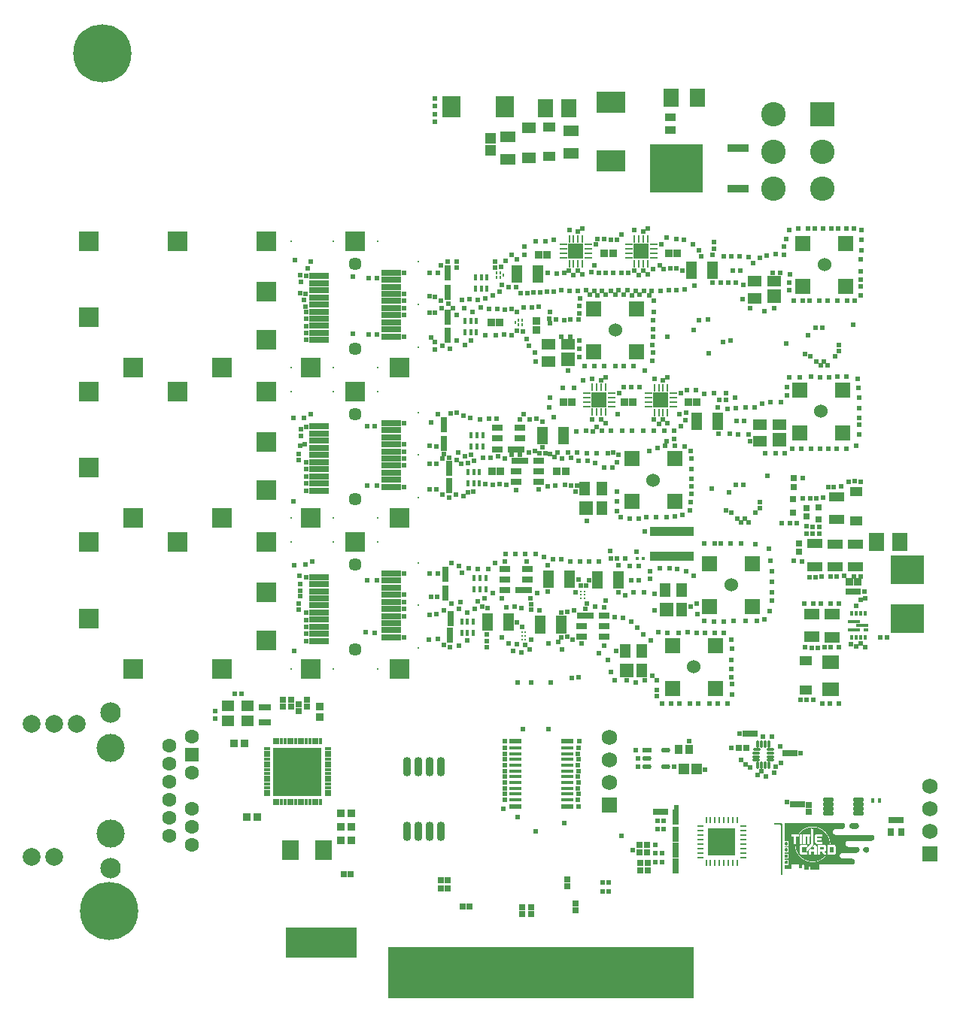
<source format=gbr>
G04*
G04 #@! TF.GenerationSoftware,Altium Limited,Altium Designer,24.9.1 (31)*
G04*
G04 Layer_Color=8388736*
%FSLAX25Y25*%
%MOIN*%
G70*
G04*
G04 #@! TF.SameCoordinates,8C3FED30-37FA-4A54-8C90-A1F039295453*
G04*
G04*
G04 #@! TF.FilePolarity,Negative*
G04*
G01*
G75*
%ADD17R,0.07700X0.02800*%
%ADD18R,0.04600X0.02700*%
%ADD19R,0.01400X0.02800*%
%ADD24R,0.05315X0.02362*%
%ADD25R,0.05315X0.01575*%
%ADD29R,0.07505X0.05924*%
%ADD30R,0.06717X0.04349*%
%ADD31R,0.02648X0.02816*%
%ADD32R,0.02288X0.02016*%
%ADD33R,0.02756X0.02756*%
%ADD34R,0.06717X0.04546*%
%ADD35R,0.01378X0.02362*%
%ADD36R,0.05512X0.01378*%
%ADD37R,0.02362X0.01378*%
%ADD40R,0.05315X0.04331*%
%ADD41R,0.02648X0.02911*%
%ADD42R,0.03150X0.03150*%
%ADD43R,0.02648X0.02631*%
%ADD45R,0.07000X0.07000*%
%ADD46C,0.06000*%
%ADD47R,0.02423X0.02254*%
%ADD52R,0.01000X0.03200*%
%ADD53R,0.03200X0.01000*%
%ADD56R,0.02016X0.02288*%
%ADD58R,0.19291X0.04331*%
%ADD59R,0.02254X0.02423*%
%ADD60R,0.01788X0.01428*%
%ADD65R,0.07835X0.09173*%
%ADD68R,0.03563X0.03568*%
%ADD71R,0.05512X0.04724*%
%ADD72R,0.02047X0.02047*%
%ADD73R,0.02047X0.02047*%
%ADD74R,0.03568X0.03563*%
%ADD75R,0.07301X0.09000*%
%ADD77R,0.02953X0.03543*%
%ADD78R,0.01575X0.01968*%
%ADD79R,0.09800X0.03700*%
%ADD80R,0.23300X0.21700*%
%ADD82R,0.04088X0.02095*%
G04:AMPARAMS|DCode=83|XSize=40.88mil|YSize=20.95mil|CornerRadius=10.48mil|HoleSize=0mil|Usage=FLASHONLY|Rotation=0.000|XOffset=0mil|YOffset=0mil|HoleType=Round|Shape=RoundedRectangle|*
%AMROUNDEDRECTD83*
21,1,0.04088,0.00000,0,0,0.0*
21,1,0.01993,0.02095,0,0,0.0*
1,1,0.02095,0.00996,0.00000*
1,1,0.02095,-0.00996,0.00000*
1,1,0.02095,-0.00996,0.00000*
1,1,0.02095,0.00996,0.00000*
%
%ADD83ROUNDEDRECTD83*%
G04:AMPARAMS|DCode=84|XSize=9.45mil|YSize=23.62mil|CornerRadius=1.98mil|HoleSize=0mil|Usage=FLASHONLY|Rotation=0.000|XOffset=0mil|YOffset=0mil|HoleType=Round|Shape=RoundedRectangle|*
%AMROUNDEDRECTD84*
21,1,0.00945,0.01965,0,0,0.0*
21,1,0.00548,0.02362,0,0,0.0*
1,1,0.00397,0.00274,-0.00983*
1,1,0.00397,-0.00274,-0.00983*
1,1,0.00397,-0.00274,0.00983*
1,1,0.00397,0.00274,0.00983*
%
%ADD84ROUNDEDRECTD84*%
G04:AMPARAMS|DCode=85|XSize=23.62mil|YSize=9.45mil|CornerRadius=1.98mil|HoleSize=0mil|Usage=FLASHONLY|Rotation=0.000|XOffset=0mil|YOffset=0mil|HoleType=Round|Shape=RoundedRectangle|*
%AMROUNDEDRECTD85*
21,1,0.02362,0.00548,0,0,0.0*
21,1,0.01965,0.00945,0,0,0.0*
1,1,0.00397,0.00983,-0.00274*
1,1,0.00397,-0.00983,-0.00274*
1,1,0.00397,-0.00983,0.00274*
1,1,0.00397,0.00983,0.00274*
%
%ADD85ROUNDEDRECTD85*%
%ADD86R,0.06299X0.04921*%
%ADD87R,0.12992X0.09449*%
%ADD94R,0.31496X0.13583*%
%ADD95R,1.35433X0.23032*%
%ADD96O,0.02769X0.01587*%
%ADD97R,0.21272X0.21272*%
%ADD98O,0.01587X0.02769*%
%ADD99R,0.08674X0.02769*%
%ADD100R,0.00984X0.00984*%
%ADD101R,0.00900X0.01200*%
%ADD102R,0.03162X0.03359*%
%ADD103R,0.03359X0.03162*%
%ADD104R,0.06706X0.08083*%
%ADD105R,0.03556X0.03359*%
%ADD106R,0.14580X0.12611*%
%ADD107R,0.06312X0.04737*%
%ADD108R,0.06312X0.06312*%
%ADD109R,0.04934X0.02572*%
%ADD110R,0.03792X0.03635*%
%ADD111R,0.04737X0.06312*%
%ADD112R,0.06312X0.06312*%
%ADD113R,0.03635X0.03792*%
G04:AMPARAMS|DCode=114|XSize=15.87mil|YSize=31.62mil|CornerRadius=5.97mil|HoleSize=0mil|Usage=FLASHONLY|Rotation=0.000|XOffset=0mil|YOffset=0mil|HoleType=Round|Shape=RoundedRectangle|*
%AMROUNDEDRECTD114*
21,1,0.01587,0.01968,0,0,0.0*
21,1,0.00394,0.03162,0,0,0.0*
1,1,0.01194,0.00197,-0.00984*
1,1,0.01194,-0.00197,-0.00984*
1,1,0.01194,-0.00197,0.00984*
1,1,0.01194,0.00197,0.00984*
%
%ADD114ROUNDEDRECTD114*%
G04:AMPARAMS|DCode=115|XSize=15.87mil|YSize=31.62mil|CornerRadius=5.97mil|HoleSize=0mil|Usage=FLASHONLY|Rotation=90.000|XOffset=0mil|YOffset=0mil|HoleType=Round|Shape=RoundedRectangle|*
%AMROUNDEDRECTD115*
21,1,0.01587,0.01968,0,0,90.0*
21,1,0.00394,0.03162,0,0,90.0*
1,1,0.01194,0.00984,0.00197*
1,1,0.01194,0.00984,-0.00197*
1,1,0.01194,-0.00984,-0.00197*
1,1,0.01194,-0.00984,0.00197*
%
%ADD115ROUNDEDRECTD115*%
G04:AMPARAMS|DCode=116|XSize=15.87mil|YSize=35.56mil|CornerRadius=5.97mil|HoleSize=0mil|Usage=FLASHONLY|Rotation=90.000|XOffset=0mil|YOffset=0mil|HoleType=Round|Shape=RoundedRectangle|*
%AMROUNDEDRECTD116*
21,1,0.01587,0.02362,0,0,90.0*
21,1,0.00394,0.03556,0,0,90.0*
1,1,0.01194,0.01181,0.00197*
1,1,0.01194,0.01181,-0.00197*
1,1,0.01194,-0.01181,-0.00197*
1,1,0.01194,-0.01181,0.00197*
%
%ADD116ROUNDEDRECTD116*%
%ADD117R,0.02965X0.02965*%
%ADD118R,0.03600X0.17300*%
%ADD119O,0.03556X0.08674*%
%ADD120R,0.02965X0.02769*%
%ADD121R,0.02769X0.02965*%
G04:AMPARAMS|DCode=122|XSize=19.81mil|YSize=47.37mil|CornerRadius=5.95mil|HoleSize=0mil|Usage=FLASHONLY|Rotation=90.000|XOffset=0mil|YOffset=0mil|HoleType=Round|Shape=RoundedRectangle|*
%AMROUNDEDRECTD122*
21,1,0.01981,0.03547,0,0,90.0*
21,1,0.00791,0.04737,0,0,90.0*
1,1,0.01190,0.01774,0.00396*
1,1,0.01190,0.01774,-0.00396*
1,1,0.01190,-0.01774,-0.00396*
1,1,0.01190,-0.01774,0.00396*
%
%ADD122ROUNDEDRECTD122*%
%ADD123R,0.02965X0.02965*%
G04:AMPARAMS|DCode=124|XSize=122.05mil|YSize=122.05mil|CornerRadius=1.83mil|HoleSize=0mil|Usage=FLASHONLY|Rotation=0.000|XOffset=0mil|YOffset=0mil|HoleType=Round|Shape=RoundedRectangle|*
%AMROUNDEDRECTD124*
21,1,0.12205,0.11839,0,0,0.0*
21,1,0.11839,0.12205,0,0,0.0*
1,1,0.00366,0.05919,-0.05919*
1,1,0.00366,-0.05919,-0.05919*
1,1,0.00366,-0.05919,0.05919*
1,1,0.00366,0.05919,0.05919*
%
%ADD124ROUNDEDRECTD124*%
%ADD125R,0.06509X0.08280*%
%ADD126R,0.04737X0.03635*%
%ADD127R,0.05131X0.04934*%
%ADD128R,0.03753X0.04147*%
%ADD129R,0.04934X0.05131*%
%ADD130R,0.03600X0.13400*%
%ADD131R,0.06902X0.06902*%
%ADD132C,0.06902*%
%ADD133C,0.05721*%
%ADD134R,0.08674X0.08674*%
%ADD135C,0.00800*%
%ADD136C,0.12414*%
%ADD137C,0.07887*%
%ADD138C,0.09068*%
%ADD139C,0.06312*%
%ADD140C,0.25800*%
%ADD141R,0.10827X0.10827*%
%ADD142C,0.10827*%
%ADD143C,0.02400*%
G36*
X355670Y-337687D02*
X355784D01*
Y-337700D01*
X355847D01*
Y-337713D01*
X355885D01*
Y-337725D01*
X355936D01*
Y-337738D01*
X355987D01*
Y-337751D01*
X356012D01*
Y-337764D01*
X356050D01*
Y-337776D01*
X356076D01*
Y-337789D01*
X356101D01*
Y-337802D01*
X356139D01*
Y-337814D01*
X356152D01*
Y-337827D01*
X356177D01*
Y-337840D01*
X356203D01*
Y-337852D01*
X356228D01*
Y-337865D01*
X356253D01*
Y-337878D01*
X356266D01*
Y-337890D01*
X356291D01*
Y-337903D01*
X356304D01*
Y-337916D01*
X356317D01*
Y-337929D01*
X356342D01*
Y-337941D01*
X356355D01*
Y-337954D01*
X356380D01*
Y-337966D01*
X356393D01*
Y-337979D01*
X356405D01*
Y-337992D01*
X356418D01*
Y-338005D01*
X356431D01*
Y-338017D01*
X356444D01*
Y-338030D01*
X356469D01*
Y-338043D01*
X356482D01*
Y-338068D01*
X356507D01*
Y-338081D01*
X356520D01*
Y-338106D01*
X356532D01*
Y-338119D01*
X356545D01*
Y-338131D01*
X356558D01*
Y-338144D01*
X356570D01*
Y-338157D01*
X356583D01*
Y-338170D01*
X356596D01*
Y-338195D01*
X356609D01*
Y-338208D01*
X356621D01*
Y-338220D01*
X356634D01*
Y-338246D01*
X356646D01*
Y-338258D01*
X356659D01*
Y-338284D01*
X356672D01*
Y-338296D01*
X356685D01*
Y-338322D01*
X356697D01*
Y-338347D01*
X356710D01*
Y-338360D01*
X356723D01*
Y-338398D01*
X356735D01*
Y-338410D01*
X356748D01*
Y-338436D01*
X356761D01*
Y-338474D01*
X356773D01*
Y-338499D01*
X356786D01*
Y-338537D01*
X356799D01*
Y-338563D01*
X356811D01*
Y-338601D01*
X356824D01*
Y-338651D01*
X356837D01*
Y-338690D01*
X356850D01*
Y-338766D01*
X356862D01*
Y-338867D01*
X356875D01*
Y-339134D01*
X356862D01*
Y-339235D01*
X356850D01*
Y-339299D01*
X356837D01*
Y-339336D01*
X356824D01*
Y-339387D01*
X356811D01*
Y-339438D01*
X356799D01*
Y-339463D01*
X356786D01*
Y-339502D01*
X356773D01*
Y-339527D01*
X356761D01*
Y-339552D01*
X356748D01*
Y-339590D01*
X356735D01*
Y-339603D01*
X356723D01*
Y-339628D01*
X356710D01*
Y-339654D01*
X356697D01*
Y-339679D01*
X356685D01*
Y-339704D01*
X356672D01*
Y-339717D01*
X356659D01*
Y-339730D01*
X356646D01*
Y-339755D01*
X356634D01*
Y-339768D01*
X356621D01*
Y-339793D01*
X356609D01*
Y-339806D01*
X356596D01*
Y-339819D01*
X356583D01*
Y-339844D01*
X356570D01*
Y-339857D01*
X356558D01*
Y-339869D01*
X356545D01*
Y-339882D01*
X356532D01*
Y-339895D01*
X356520D01*
Y-339907D01*
X356507D01*
Y-339920D01*
X356494D01*
Y-339933D01*
X356482D01*
Y-339946D01*
X356469D01*
Y-339958D01*
X356456D01*
Y-339971D01*
X356444D01*
Y-339984D01*
X356431D01*
Y-339996D01*
X356418D01*
Y-340009D01*
X356405D01*
Y-340022D01*
X356393D01*
Y-340034D01*
X356367D01*
Y-340047D01*
X356355D01*
Y-340060D01*
X356342D01*
Y-340072D01*
X356317D01*
Y-340085D01*
X356304D01*
Y-340098D01*
X356279D01*
Y-340110D01*
X356266D01*
Y-340123D01*
X356241D01*
Y-340136D01*
X356215D01*
Y-340148D01*
X356203D01*
Y-340161D01*
X356177D01*
Y-340174D01*
X356152D01*
Y-340187D01*
X356126D01*
Y-340199D01*
X356101D01*
Y-340212D01*
X356076D01*
Y-340225D01*
X356050D01*
Y-340237D01*
X356000D01*
Y-340250D01*
X355974D01*
Y-340263D01*
X355936D01*
Y-340275D01*
X355885D01*
Y-340288D01*
X355835D01*
Y-340301D01*
X355771D01*
Y-340313D01*
X355682D01*
Y-340326D01*
X355657D01*
Y-340313D01*
X355644D01*
Y-340326D01*
X353906D01*
Y-340313D01*
X353894D01*
Y-340326D01*
X353868D01*
Y-340313D01*
X353780D01*
Y-340301D01*
X353703D01*
Y-340288D01*
X353665D01*
Y-340275D01*
X353615D01*
Y-340263D01*
X353564D01*
Y-340250D01*
X353539D01*
Y-340237D01*
X353501D01*
Y-340225D01*
X353475D01*
Y-340212D01*
X353450D01*
Y-340199D01*
X353412D01*
Y-340187D01*
X353399D01*
Y-340174D01*
X353374D01*
Y-340161D01*
X353348D01*
Y-340148D01*
X353323D01*
Y-340136D01*
X353298D01*
Y-340123D01*
X353285D01*
Y-340110D01*
X353259D01*
Y-340098D01*
X353247D01*
Y-340085D01*
X353222D01*
Y-340072D01*
X353209D01*
Y-340060D01*
X353196D01*
Y-340047D01*
X353171D01*
Y-340034D01*
X353158D01*
Y-340022D01*
X353145D01*
Y-340009D01*
X353133D01*
Y-339996D01*
X353120D01*
Y-339984D01*
X353107D01*
Y-339971D01*
X353095D01*
Y-339958D01*
X353069D01*
Y-339946D01*
X353057D01*
Y-339933D01*
X353044D01*
Y-339920D01*
X353031D01*
Y-339895D01*
X353018D01*
Y-339882D01*
X353006D01*
Y-339869D01*
X352993D01*
Y-339857D01*
X352980D01*
Y-339844D01*
X352968D01*
Y-339831D01*
X352955D01*
Y-339806D01*
X352942D01*
Y-339793D01*
X352930D01*
Y-339780D01*
X352917D01*
Y-339768D01*
X352904D01*
Y-339742D01*
X352892D01*
Y-339717D01*
X352879D01*
Y-339704D01*
X352866D01*
Y-339679D01*
X352854D01*
Y-339654D01*
X352841D01*
Y-339641D01*
X352828D01*
Y-339616D01*
X352816D01*
Y-339590D01*
X352803D01*
Y-339565D01*
X352790D01*
Y-339527D01*
X352778D01*
Y-339514D01*
X352765D01*
Y-339476D01*
X352752D01*
Y-339438D01*
X352739D01*
Y-339400D01*
X352727D01*
Y-339349D01*
X352714D01*
Y-339311D01*
X352701D01*
Y-339248D01*
X352689D01*
Y-339146D01*
X352676D01*
Y-339070D01*
X352663D01*
Y-339057D01*
X352676D01*
Y-338943D01*
X352663D01*
Y-338931D01*
X352676D01*
Y-338842D01*
X352689D01*
Y-338740D01*
X352701D01*
Y-338690D01*
X352714D01*
Y-338639D01*
X352727D01*
Y-338588D01*
X352739D01*
Y-338563D01*
X352752D01*
Y-338525D01*
X352765D01*
Y-338487D01*
X352778D01*
Y-338461D01*
X352790D01*
Y-338436D01*
X352803D01*
Y-338410D01*
X352816D01*
Y-338385D01*
X352828D01*
Y-338360D01*
X352841D01*
Y-338334D01*
X352854D01*
Y-338322D01*
X352866D01*
Y-338296D01*
X352879D01*
Y-338284D01*
X352892D01*
Y-338258D01*
X352904D01*
Y-338233D01*
X352917D01*
Y-338220D01*
X352930D01*
Y-338208D01*
X352942D01*
Y-338182D01*
X352955D01*
Y-338170D01*
X352968D01*
Y-338157D01*
X352980D01*
Y-338144D01*
X352993D01*
Y-338131D01*
X353006D01*
Y-338106D01*
X353018D01*
Y-338093D01*
X353031D01*
Y-338081D01*
X353044D01*
Y-338068D01*
X353057D01*
Y-338055D01*
X353069D01*
Y-338043D01*
X353082D01*
Y-338030D01*
X353095D01*
Y-338017D01*
X353107D01*
Y-338005D01*
X353133D01*
Y-337992D01*
X353145D01*
Y-337979D01*
X353158D01*
Y-337966D01*
X353171D01*
Y-337954D01*
X353183D01*
Y-337941D01*
X353209D01*
Y-337929D01*
X353222D01*
Y-337916D01*
X353234D01*
Y-337903D01*
X353259D01*
Y-337890D01*
X353285D01*
Y-337878D01*
X353298D01*
Y-337865D01*
X353323D01*
Y-337852D01*
X353336D01*
Y-337840D01*
X353361D01*
Y-337827D01*
X353399D01*
Y-337814D01*
X353412D01*
Y-337802D01*
X353437D01*
Y-337789D01*
X353475D01*
Y-337776D01*
X353501D01*
Y-337764D01*
X353539D01*
Y-337751D01*
X353564D01*
Y-337738D01*
X353602D01*
Y-337725D01*
X353653D01*
Y-337713D01*
X353691D01*
Y-337700D01*
X353767D01*
Y-337687D01*
X353881D01*
Y-337675D01*
X355670D01*
Y-337687D01*
D02*
G37*
G36*
X349568D02*
X349682D01*
Y-337700D01*
X349746D01*
Y-337713D01*
X349784D01*
Y-337725D01*
X349847D01*
Y-337738D01*
X349885D01*
Y-337751D01*
X349910D01*
Y-337764D01*
X349949D01*
Y-337776D01*
X349974D01*
Y-337789D01*
X350012D01*
Y-337802D01*
X350037D01*
Y-337814D01*
X350063D01*
Y-337827D01*
X350088D01*
Y-337840D01*
X350114D01*
Y-337852D01*
X350126D01*
Y-337865D01*
X350151D01*
Y-337878D01*
X350177D01*
Y-337890D01*
X350190D01*
Y-337903D01*
X350215D01*
Y-337916D01*
X350228D01*
Y-337929D01*
X350253D01*
Y-337941D01*
X350266D01*
Y-337954D01*
X350278D01*
Y-337966D01*
X350304D01*
Y-337979D01*
X350317D01*
Y-337992D01*
X350329D01*
Y-338005D01*
X350342D01*
Y-338017D01*
X350355D01*
Y-338030D01*
X350367D01*
Y-338043D01*
X350393D01*
Y-338068D01*
X350418D01*
Y-338081D01*
X350431D01*
Y-338106D01*
X350443D01*
Y-338119D01*
X350456D01*
Y-338131D01*
X350469D01*
Y-338144D01*
X350481D01*
Y-338157D01*
X350494D01*
Y-338170D01*
X350507D01*
Y-338195D01*
X350519D01*
Y-338208D01*
X350532D01*
Y-338220D01*
X350545D01*
Y-338233D01*
X350557D01*
Y-338258D01*
X350570D01*
Y-338271D01*
X350583D01*
Y-338296D01*
X350596D01*
Y-338322D01*
X350608D01*
Y-338334D01*
X350621D01*
Y-338360D01*
X350634D01*
Y-338385D01*
X350646D01*
Y-338410D01*
X350659D01*
Y-338436D01*
X350672D01*
Y-338461D01*
X350684D01*
Y-338487D01*
X350697D01*
Y-338525D01*
X350710D01*
Y-338550D01*
X350722D01*
Y-338588D01*
X350735D01*
Y-338639D01*
X350748D01*
Y-338677D01*
X350761D01*
Y-338740D01*
X350773D01*
Y-338816D01*
X350786D01*
Y-338918D01*
X350799D01*
Y-339070D01*
X350786D01*
Y-339184D01*
X350773D01*
Y-339260D01*
X350761D01*
Y-339324D01*
X350748D01*
Y-339362D01*
X350735D01*
Y-339413D01*
X350722D01*
Y-339451D01*
X350710D01*
Y-339476D01*
X350697D01*
Y-339514D01*
X350684D01*
Y-339540D01*
X350672D01*
Y-339565D01*
X350659D01*
Y-339603D01*
X350646D01*
Y-339616D01*
X350634D01*
Y-339641D01*
X350621D01*
Y-339666D01*
X350608D01*
Y-339679D01*
X350596D01*
Y-339704D01*
X350583D01*
Y-339717D01*
X350570D01*
Y-339742D01*
X350557D01*
Y-339768D01*
X350545D01*
Y-339780D01*
X350532D01*
Y-339793D01*
X350519D01*
Y-339806D01*
X350507D01*
Y-339819D01*
X350494D01*
Y-339844D01*
X350481D01*
Y-339857D01*
X350469D01*
Y-339869D01*
X350456D01*
Y-339882D01*
X350443D01*
Y-339895D01*
X350431D01*
Y-339907D01*
X350418D01*
Y-339920D01*
X350405D01*
Y-339933D01*
X350393D01*
Y-339946D01*
X350380D01*
Y-339958D01*
X350367D01*
Y-339971D01*
X350355D01*
Y-339984D01*
X350342D01*
Y-339996D01*
X350329D01*
Y-340009D01*
X350317D01*
Y-340022D01*
X350291D01*
Y-340034D01*
X350278D01*
Y-340047D01*
X350266D01*
Y-340060D01*
X350253D01*
Y-340072D01*
X350228D01*
Y-340085D01*
X350215D01*
Y-340098D01*
X350190D01*
Y-340110D01*
X350177D01*
Y-340123D01*
X350151D01*
Y-340136D01*
X350126D01*
Y-340148D01*
X350114D01*
Y-340161D01*
X350088D01*
Y-340174D01*
X350050D01*
Y-340187D01*
X350037D01*
Y-340199D01*
X349999D01*
Y-340212D01*
X349974D01*
Y-340225D01*
X349949D01*
Y-340237D01*
X349910D01*
Y-340250D01*
X349885D01*
Y-340263D01*
X349834D01*
Y-340275D01*
X349784D01*
Y-340288D01*
X349746D01*
Y-340301D01*
X349657D01*
Y-340313D01*
X349568D01*
Y-340326D01*
X349543D01*
Y-340313D01*
X349530D01*
Y-340326D01*
X346536D01*
Y-340339D01*
X346435D01*
Y-340351D01*
X346384D01*
Y-340364D01*
X346333D01*
Y-340377D01*
X346283D01*
Y-340389D01*
X346257D01*
Y-340402D01*
X346206D01*
Y-340415D01*
X346181D01*
Y-340427D01*
X346156D01*
Y-340440D01*
X346117D01*
Y-340453D01*
X346092D01*
Y-340466D01*
X346067D01*
Y-340478D01*
X346041D01*
Y-340491D01*
X346029D01*
Y-340504D01*
X345991D01*
Y-340516D01*
X345978D01*
Y-340529D01*
X345953D01*
Y-340542D01*
X345927D01*
Y-340554D01*
X345915D01*
Y-340567D01*
X345902D01*
Y-340580D01*
X345877D01*
Y-340592D01*
X345864D01*
Y-340605D01*
X345851D01*
Y-340618D01*
X345826D01*
Y-340631D01*
X345813D01*
Y-340643D01*
X345800D01*
Y-340656D01*
X345788D01*
Y-340669D01*
X345775D01*
Y-340681D01*
X345750D01*
Y-340707D01*
X345724D01*
Y-340719D01*
X345712D01*
Y-340732D01*
X345699D01*
Y-340745D01*
X345686D01*
Y-340770D01*
X345674D01*
Y-340783D01*
X345661D01*
Y-340795D01*
X345648D01*
Y-340808D01*
X345636D01*
Y-340821D01*
X345623D01*
Y-340846D01*
X345610D01*
Y-340859D01*
X345597D01*
Y-340872D01*
X345585D01*
Y-340897D01*
X345572D01*
Y-340910D01*
X345559D01*
Y-340922D01*
X345547D01*
Y-340948D01*
X345534D01*
Y-340973D01*
X345521D01*
Y-340998D01*
X345509D01*
Y-341011D01*
X345496D01*
Y-341036D01*
X345483D01*
Y-341062D01*
X345471D01*
Y-341087D01*
X345458D01*
Y-341112D01*
X345445D01*
Y-341151D01*
X345432D01*
Y-341176D01*
X345420D01*
Y-341214D01*
X345407D01*
Y-341252D01*
X345394D01*
Y-341290D01*
X345382D01*
Y-341341D01*
X345369D01*
Y-341379D01*
X345356D01*
Y-341468D01*
X345344D01*
Y-341810D01*
X345356D01*
Y-341899D01*
X345369D01*
Y-341950D01*
X345382D01*
Y-342001D01*
X345394D01*
Y-342039D01*
X345407D01*
Y-342077D01*
X345420D01*
Y-342115D01*
X345432D01*
Y-342140D01*
X345445D01*
Y-342178D01*
X345458D01*
Y-342203D01*
X345471D01*
Y-342229D01*
X345483D01*
Y-342254D01*
X345496D01*
Y-342280D01*
X345509D01*
Y-342292D01*
X345521D01*
Y-342318D01*
X345534D01*
Y-342330D01*
X345547D01*
Y-342356D01*
X345559D01*
Y-342381D01*
X345572D01*
Y-342394D01*
X345585D01*
Y-342419D01*
X345597D01*
Y-342432D01*
X345610D01*
Y-342444D01*
X345623D01*
Y-342470D01*
X345636D01*
Y-342483D01*
X345648D01*
Y-342495D01*
X345661D01*
Y-342508D01*
X345674D01*
Y-342521D01*
X345686D01*
Y-342533D01*
X345699D01*
Y-342546D01*
X345712D01*
Y-342559D01*
X345724D01*
Y-342571D01*
X345737D01*
Y-342584D01*
X345750D01*
Y-342597D01*
X345762D01*
Y-342609D01*
X345775D01*
Y-342622D01*
X345788D01*
Y-342635D01*
X345800D01*
Y-342648D01*
X345826D01*
Y-342673D01*
X345851D01*
Y-342686D01*
X345864D01*
Y-342698D01*
X345889D01*
Y-342711D01*
X345902D01*
Y-342724D01*
X345915D01*
Y-342736D01*
X345940D01*
Y-342749D01*
X345965D01*
Y-342762D01*
X345978D01*
Y-342774D01*
X346003D01*
Y-342787D01*
X346016D01*
Y-342800D01*
X346041D01*
Y-342812D01*
X346079D01*
Y-342825D01*
X346092D01*
Y-342838D01*
X346130D01*
Y-342850D01*
X346156D01*
Y-342863D01*
X346181D01*
Y-342876D01*
X346219D01*
Y-342888D01*
X346257D01*
Y-342901D01*
X346295D01*
Y-342914D01*
X346346D01*
Y-342927D01*
X346384D01*
Y-342939D01*
X346460D01*
Y-342952D01*
X346574D01*
Y-342965D01*
X362571D01*
Y-342977D01*
X362685D01*
Y-342990D01*
X362736D01*
Y-343003D01*
X362786D01*
Y-343015D01*
X362850D01*
Y-343028D01*
X362875D01*
Y-343041D01*
X362913D01*
Y-343053D01*
X362951D01*
Y-343066D01*
X362977D01*
Y-343079D01*
X363015D01*
Y-343092D01*
X363027D01*
Y-343104D01*
X363065D01*
Y-343117D01*
X363091D01*
Y-343129D01*
X363104D01*
Y-343142D01*
X363129D01*
Y-343155D01*
X363154D01*
Y-343168D01*
X363167D01*
Y-343180D01*
X363192D01*
Y-343193D01*
X363205D01*
Y-343206D01*
X363230D01*
Y-343218D01*
X363243D01*
Y-343231D01*
X363268D01*
Y-343244D01*
X363281D01*
Y-343256D01*
X363294D01*
Y-343269D01*
X363306D01*
Y-343282D01*
X363332D01*
Y-343294D01*
X363345D01*
Y-343307D01*
X363357D01*
Y-343320D01*
X363370D01*
Y-343333D01*
X363383D01*
Y-343345D01*
X363395D01*
Y-343358D01*
X363408D01*
Y-343371D01*
X363421D01*
Y-343383D01*
X363433D01*
Y-343396D01*
X363446D01*
Y-343409D01*
X363459D01*
Y-343421D01*
X363471D01*
Y-343434D01*
X363484D01*
Y-343459D01*
X363497D01*
Y-343472D01*
X363509D01*
Y-343485D01*
X363522D01*
Y-343510D01*
X363535D01*
Y-343523D01*
X363547D01*
Y-343535D01*
X363560D01*
Y-343561D01*
X363573D01*
Y-343573D01*
X363585D01*
Y-343599D01*
X363598D01*
Y-343612D01*
X363611D01*
Y-343637D01*
X363624D01*
Y-343662D01*
X363636D01*
Y-343688D01*
X363649D01*
Y-343713D01*
X363662D01*
Y-343738D01*
X363674D01*
Y-343764D01*
X363687D01*
Y-343802D01*
X363700D01*
Y-343815D01*
X363712D01*
Y-343853D01*
X363725D01*
Y-343903D01*
X363738D01*
Y-343941D01*
X363751D01*
Y-343992D01*
X363763D01*
Y-344056D01*
X363776D01*
Y-344132D01*
X363789D01*
Y-344461D01*
X363776D01*
Y-344512D01*
X363763D01*
Y-344588D01*
X363751D01*
Y-344639D01*
X363738D01*
Y-344677D01*
X363725D01*
Y-344715D01*
X363712D01*
Y-344753D01*
X363700D01*
Y-344779D01*
X363687D01*
Y-344817D01*
X363674D01*
Y-344842D01*
X363662D01*
Y-344867D01*
X363649D01*
Y-344893D01*
X363636D01*
Y-344918D01*
X363624D01*
Y-344944D01*
X363611D01*
Y-344956D01*
X363598D01*
Y-344982D01*
X363585D01*
Y-345007D01*
X363573D01*
Y-345020D01*
X363560D01*
Y-345032D01*
X363547D01*
Y-345058D01*
X363535D01*
Y-345070D01*
X363522D01*
Y-345096D01*
X363509D01*
Y-345109D01*
X363497D01*
Y-345121D01*
X363484D01*
Y-345134D01*
X363471D01*
Y-345146D01*
X363459D01*
Y-345172D01*
X363446D01*
Y-345185D01*
X363433D01*
Y-345197D01*
X363421D01*
Y-345210D01*
X363408D01*
Y-345223D01*
X363395D01*
Y-345235D01*
X363383D01*
Y-345248D01*
X363370D01*
Y-345261D01*
X363357D01*
Y-345273D01*
X363332D01*
Y-345286D01*
X363319D01*
Y-345299D01*
X363306D01*
Y-345311D01*
X363294D01*
Y-345324D01*
X363281D01*
Y-345337D01*
X363256D01*
Y-345350D01*
X363243D01*
Y-345362D01*
X363230D01*
Y-345375D01*
X363205D01*
Y-345388D01*
X363180D01*
Y-345400D01*
X363167D01*
Y-345413D01*
X363142D01*
Y-345426D01*
X363129D01*
Y-345438D01*
X363104D01*
Y-345451D01*
X363078D01*
Y-345464D01*
X363053D01*
Y-345476D01*
X363027D01*
Y-345489D01*
X362989D01*
Y-345502D01*
X362977D01*
Y-345514D01*
X362939D01*
Y-345527D01*
X362900D01*
Y-345540D01*
X362875D01*
Y-345552D01*
X362824D01*
Y-345565D01*
X362786D01*
Y-345578D01*
X362723D01*
Y-345590D01*
X362647D01*
Y-345603D01*
X362571D01*
Y-345616D01*
X352080D01*
Y-345629D01*
X352004D01*
Y-345641D01*
X351940D01*
Y-345654D01*
X351877D01*
Y-345667D01*
X351851D01*
Y-345679D01*
X351801D01*
Y-345692D01*
X351763D01*
Y-345705D01*
X351737D01*
Y-345717D01*
X351699D01*
Y-345730D01*
X351674D01*
Y-345743D01*
X351648D01*
Y-345755D01*
X351623D01*
Y-345768D01*
X351598D01*
Y-345781D01*
X351572D01*
Y-345794D01*
X351547D01*
Y-345806D01*
X351534D01*
Y-345819D01*
X351509D01*
Y-345832D01*
X351496D01*
Y-345844D01*
X351471D01*
Y-345857D01*
X351458D01*
Y-345870D01*
X351446D01*
Y-345882D01*
X351420D01*
Y-345895D01*
X351407D01*
Y-345908D01*
X351395D01*
Y-345920D01*
X351369D01*
Y-345933D01*
X351357D01*
Y-345946D01*
X351344D01*
Y-345958D01*
X351331D01*
Y-345971D01*
X351319D01*
Y-345984D01*
X351306D01*
Y-345996D01*
X351293D01*
Y-346009D01*
X351281D01*
Y-346022D01*
X351268D01*
Y-346035D01*
X351255D01*
Y-346047D01*
X351242D01*
Y-346060D01*
X351230D01*
Y-346073D01*
X351217D01*
Y-346085D01*
X351204D01*
Y-346098D01*
X351192D01*
Y-346123D01*
X351179D01*
Y-346136D01*
X351166D01*
Y-346149D01*
X351154D01*
Y-346161D01*
X351141D01*
Y-346187D01*
X351128D01*
Y-346199D01*
X351116D01*
Y-346225D01*
X351103D01*
Y-346250D01*
X351090D01*
Y-346263D01*
X351078D01*
Y-346288D01*
X351065D01*
Y-346314D01*
X351052D01*
Y-346326D01*
X351040D01*
Y-346364D01*
X351027D01*
Y-346390D01*
X351014D01*
Y-346402D01*
X351002D01*
Y-346441D01*
X350989D01*
Y-346466D01*
X350976D01*
Y-346504D01*
X350963D01*
Y-346555D01*
X350951D01*
Y-346580D01*
X350938D01*
Y-346643D01*
X350925D01*
Y-346720D01*
X350913D01*
Y-346770D01*
X350900D01*
Y-347100D01*
X350913D01*
Y-347151D01*
X350925D01*
Y-347227D01*
X350938D01*
Y-347278D01*
X350951D01*
Y-347316D01*
X350963D01*
Y-347354D01*
X350976D01*
Y-347392D01*
X350989D01*
Y-347417D01*
X351002D01*
Y-347455D01*
X351014D01*
Y-347481D01*
X351027D01*
Y-347506D01*
X351040D01*
Y-347531D01*
X351052D01*
Y-347557D01*
X351065D01*
Y-347582D01*
X351078D01*
Y-347607D01*
X351090D01*
Y-347620D01*
X351103D01*
Y-347646D01*
X351116D01*
Y-347658D01*
X351128D01*
Y-347684D01*
X351141D01*
Y-347696D01*
X351154D01*
Y-347709D01*
X351166D01*
Y-347734D01*
X351179D01*
Y-347747D01*
X351192D01*
Y-347760D01*
X351204D01*
Y-347785D01*
X351230D01*
Y-347811D01*
X351242D01*
Y-347823D01*
X351255D01*
Y-347836D01*
X351268D01*
Y-347849D01*
X351281D01*
Y-347861D01*
X351293D01*
Y-347874D01*
X351306D01*
Y-347887D01*
X351319D01*
Y-347899D01*
X351331D01*
Y-347912D01*
X351344D01*
Y-347925D01*
X351369D01*
Y-347937D01*
X351382D01*
Y-347950D01*
X351395D01*
Y-347963D01*
X351407D01*
Y-347975D01*
X351433D01*
Y-347988D01*
X351446D01*
Y-348001D01*
X351458D01*
Y-348013D01*
X351483D01*
Y-348026D01*
X351509D01*
Y-348039D01*
X351522D01*
Y-348052D01*
X351547D01*
Y-348064D01*
X351560D01*
Y-348077D01*
X351585D01*
Y-348090D01*
X351610D01*
Y-348102D01*
X351636D01*
Y-348115D01*
X351661D01*
Y-348128D01*
X351687D01*
Y-348140D01*
X351712D01*
Y-348153D01*
X351750D01*
Y-348166D01*
X351788D01*
Y-348178D01*
X351813D01*
Y-348191D01*
X351864D01*
Y-348204D01*
X351902D01*
Y-348216D01*
X351953D01*
Y-348229D01*
X352042D01*
Y-348242D01*
X352105D01*
Y-348254D01*
X355961D01*
Y-348267D01*
X356050D01*
Y-348280D01*
X356114D01*
Y-348292D01*
X356165D01*
Y-348305D01*
X356203D01*
Y-348318D01*
X356241D01*
Y-348331D01*
X356291D01*
Y-348343D01*
X356317D01*
Y-348356D01*
X356355D01*
Y-348369D01*
X356380D01*
Y-348381D01*
X356405D01*
Y-348394D01*
X356431D01*
Y-348407D01*
X356456D01*
Y-348419D01*
X356482D01*
Y-348432D01*
X356507D01*
Y-348445D01*
X356520D01*
Y-348458D01*
X356545D01*
Y-348470D01*
X356558D01*
Y-348483D01*
X356583D01*
Y-348496D01*
X356596D01*
Y-348508D01*
X356609D01*
Y-348521D01*
X356634D01*
Y-348534D01*
X356646D01*
Y-348546D01*
X356659D01*
Y-348559D01*
X356685D01*
Y-348572D01*
X356697D01*
Y-348584D01*
X356710D01*
Y-348597D01*
X356723D01*
Y-348610D01*
X356735D01*
Y-348622D01*
X356748D01*
Y-348635D01*
X356761D01*
Y-348648D01*
X356773D01*
Y-348660D01*
X356786D01*
Y-348673D01*
X356799D01*
Y-348686D01*
X356811D01*
Y-348698D01*
X356824D01*
Y-348711D01*
X356837D01*
Y-348724D01*
X356850D01*
Y-348737D01*
X356862D01*
Y-348762D01*
X356875D01*
Y-348775D01*
X356888D01*
Y-348787D01*
X356900D01*
Y-348800D01*
X356913D01*
Y-348825D01*
X356926D01*
Y-348838D01*
X356938D01*
Y-348863D01*
X356951D01*
Y-348876D01*
X356964D01*
Y-348902D01*
X356976D01*
Y-348914D01*
X356989D01*
Y-348952D01*
X357002D01*
Y-348965D01*
X357014D01*
Y-348990D01*
X357027D01*
Y-349028D01*
X357040D01*
Y-349041D01*
X357052D01*
Y-349079D01*
X357065D01*
Y-349117D01*
X357078D01*
Y-349143D01*
X357090D01*
Y-349181D01*
X357103D01*
Y-349219D01*
X357116D01*
Y-349269D01*
X357129D01*
Y-349333D01*
X357141D01*
Y-349396D01*
X357154D01*
Y-349751D01*
X357141D01*
Y-349815D01*
X357129D01*
Y-349878D01*
X357116D01*
Y-349929D01*
X357103D01*
Y-349967D01*
X357090D01*
Y-350018D01*
X357078D01*
Y-350043D01*
X357065D01*
Y-350081D01*
X357052D01*
Y-350107D01*
X357040D01*
Y-350132D01*
X357027D01*
Y-350170D01*
X357014D01*
Y-350183D01*
X357002D01*
Y-350208D01*
X356989D01*
Y-350233D01*
X356976D01*
Y-350259D01*
X356964D01*
Y-350272D01*
X356951D01*
Y-350297D01*
X356938D01*
Y-350309D01*
X356926D01*
Y-350335D01*
X356913D01*
Y-350348D01*
X356900D01*
Y-350360D01*
X356888D01*
Y-350386D01*
X356875D01*
Y-350398D01*
X356862D01*
Y-350411D01*
X356850D01*
Y-350436D01*
X356837D01*
Y-350449D01*
X356824D01*
Y-350462D01*
X356811D01*
Y-350475D01*
X356799D01*
Y-350487D01*
X356786D01*
Y-350500D01*
X356773D01*
Y-350513D01*
X356761D01*
Y-350525D01*
X356748D01*
Y-350538D01*
X356735D01*
Y-350551D01*
X356723D01*
Y-350563D01*
X356710D01*
Y-350576D01*
X356697D01*
Y-350589D01*
X356672D01*
Y-350601D01*
X356659D01*
Y-350614D01*
X356646D01*
Y-350627D01*
X356621D01*
Y-350639D01*
X356609D01*
Y-350652D01*
X356596D01*
Y-350665D01*
X356570D01*
Y-350677D01*
X356558D01*
Y-350690D01*
X356532D01*
Y-350703D01*
X356507D01*
Y-350715D01*
X356494D01*
Y-350728D01*
X356469D01*
Y-350741D01*
X356444D01*
Y-350753D01*
X356418D01*
Y-350766D01*
X356393D01*
Y-350779D01*
X356367D01*
Y-350792D01*
X356329D01*
Y-350804D01*
X356304D01*
Y-350817D01*
X356266D01*
Y-350830D01*
X356228D01*
Y-350842D01*
X356190D01*
Y-350855D01*
X356152D01*
Y-350868D01*
X356088D01*
Y-350880D01*
X356025D01*
Y-350893D01*
X355911D01*
Y-350906D01*
X349746D01*
Y-350893D01*
X349733D01*
Y-350906D01*
X349581D01*
Y-350918D01*
X349517D01*
Y-350931D01*
X349441D01*
Y-350944D01*
X349403D01*
Y-350957D01*
X349365D01*
Y-350969D01*
X349314D01*
Y-350982D01*
X349289D01*
Y-350995D01*
X349251D01*
Y-351007D01*
X349213D01*
Y-351020D01*
X349200D01*
Y-351033D01*
X349162D01*
Y-351045D01*
X349137D01*
Y-351058D01*
X349124D01*
Y-351071D01*
X349086D01*
Y-351083D01*
X349073D01*
Y-351096D01*
X349048D01*
Y-351109D01*
X349023D01*
Y-351121D01*
X349010D01*
Y-351134D01*
X348997D01*
Y-351147D01*
X348972D01*
Y-351160D01*
X348959D01*
Y-351172D01*
X348934D01*
Y-351185D01*
X348921D01*
Y-351198D01*
X348908D01*
Y-351210D01*
X348896D01*
Y-351223D01*
X348883D01*
Y-351236D01*
X348858D01*
Y-351248D01*
X348845D01*
Y-351261D01*
X348832D01*
Y-351274D01*
X348820D01*
Y-351286D01*
X348807D01*
Y-351299D01*
X348794D01*
Y-351312D01*
X348781D01*
Y-351324D01*
X348769D01*
Y-351337D01*
X348756D01*
Y-351350D01*
X348744D01*
Y-351375D01*
X348731D01*
Y-351388D01*
X348718D01*
Y-351400D01*
X348705D01*
Y-351413D01*
X348693D01*
Y-351439D01*
X348680D01*
Y-351451D01*
X348667D01*
Y-351464D01*
X348655D01*
Y-351477D01*
X348642D01*
Y-351502D01*
X348629D01*
Y-351527D01*
X348617D01*
Y-351540D01*
X348604D01*
Y-351565D01*
X348591D01*
Y-351591D01*
X348579D01*
Y-351604D01*
X348566D01*
Y-351629D01*
X348553D01*
Y-351654D01*
X348540D01*
Y-351680D01*
X348528D01*
Y-351718D01*
X348515D01*
Y-351743D01*
X348502D01*
Y-351781D01*
X348490D01*
Y-351819D01*
X348477D01*
Y-351857D01*
X348464D01*
Y-351908D01*
X348452D01*
Y-351946D01*
X348439D01*
Y-352022D01*
X348426D01*
Y-352415D01*
X348439D01*
Y-352491D01*
X348452D01*
Y-352542D01*
X348464D01*
Y-352593D01*
X348477D01*
Y-352631D01*
X348490D01*
Y-352669D01*
X348502D01*
Y-352707D01*
X348515D01*
Y-352720D01*
X348528D01*
Y-352758D01*
X348540D01*
Y-352783D01*
X348553D01*
Y-352809D01*
X348566D01*
Y-352834D01*
X348579D01*
Y-352859D01*
X348591D01*
Y-352885D01*
X348604D01*
Y-352897D01*
X348617D01*
Y-352923D01*
X348629D01*
Y-352935D01*
X348642D01*
Y-352961D01*
X348655D01*
Y-352974D01*
X348667D01*
Y-352999D01*
X348680D01*
Y-353012D01*
X348693D01*
Y-353024D01*
X348705D01*
Y-353050D01*
X348718D01*
Y-353062D01*
X348731D01*
Y-353075D01*
X348744D01*
Y-353088D01*
X348756D01*
Y-353100D01*
X348769D01*
Y-353113D01*
X348781D01*
Y-353126D01*
X348794D01*
Y-353138D01*
X348807D01*
Y-353151D01*
X348820D01*
Y-353164D01*
X348832D01*
Y-353176D01*
X348845D01*
Y-353189D01*
X348858D01*
Y-353202D01*
X348870D01*
Y-353215D01*
X348883D01*
Y-353227D01*
X348896D01*
Y-353240D01*
X348921D01*
Y-353253D01*
X348934D01*
Y-353265D01*
X348946D01*
Y-353278D01*
X348972D01*
Y-353291D01*
X348985D01*
Y-353303D01*
X349010D01*
Y-353316D01*
X349023D01*
Y-353329D01*
X349048D01*
Y-353341D01*
X349061D01*
Y-353354D01*
X349086D01*
Y-353367D01*
X349111D01*
Y-353379D01*
X349137D01*
Y-353392D01*
X349149D01*
Y-353405D01*
X349187D01*
Y-353417D01*
X349200D01*
Y-353430D01*
X349238D01*
Y-353443D01*
X349276D01*
Y-353456D01*
X349302D01*
Y-353468D01*
X349340D01*
Y-353481D01*
X349378D01*
Y-353494D01*
X349429D01*
Y-353506D01*
X349492D01*
Y-353519D01*
X349543D01*
Y-353532D01*
X349695D01*
Y-353544D01*
X353856D01*
Y-353557D01*
X353919D01*
Y-353570D01*
X353995D01*
Y-353582D01*
X354046D01*
Y-353595D01*
X354084D01*
Y-353608D01*
X354122D01*
Y-353621D01*
X354160D01*
Y-353633D01*
X354198D01*
Y-353646D01*
X354224D01*
Y-353659D01*
X354249D01*
Y-353671D01*
X354274D01*
Y-353684D01*
X354300D01*
Y-353697D01*
X354325D01*
Y-353709D01*
X354350D01*
Y-353722D01*
X354376D01*
Y-353735D01*
X354388D01*
Y-353747D01*
X354414D01*
Y-353760D01*
X354427D01*
Y-353773D01*
X354452D01*
Y-353785D01*
X354465D01*
Y-353798D01*
X354490D01*
Y-353811D01*
X354503D01*
Y-353823D01*
X354515D01*
Y-353836D01*
X354541D01*
Y-353849D01*
X354553D01*
Y-353861D01*
X354566D01*
Y-353874D01*
X354579D01*
Y-353887D01*
X354591D01*
Y-353900D01*
X354617D01*
Y-353912D01*
X354630D01*
Y-353925D01*
X354642D01*
Y-353938D01*
X354655D01*
Y-353950D01*
X354668D01*
Y-353963D01*
X354680D01*
Y-353976D01*
X354693D01*
Y-354001D01*
X354706D01*
Y-354014D01*
X354718D01*
Y-354026D01*
X354731D01*
Y-354039D01*
X354744D01*
Y-354052D01*
X354756D01*
Y-354077D01*
X354769D01*
Y-354090D01*
X354782D01*
Y-354102D01*
X354795D01*
Y-354128D01*
X354807D01*
Y-354141D01*
X354820D01*
Y-354166D01*
X354833D01*
Y-354191D01*
X354845D01*
Y-354204D01*
X354858D01*
Y-354229D01*
X354871D01*
Y-354255D01*
X354883D01*
Y-354280D01*
X354896D01*
Y-354306D01*
X354909D01*
Y-354331D01*
X354921D01*
Y-354356D01*
X354934D01*
Y-354394D01*
X354947D01*
Y-354420D01*
X354959D01*
Y-354470D01*
X354972D01*
Y-354496D01*
X354985D01*
Y-354546D01*
X354997D01*
Y-354610D01*
X355010D01*
Y-354673D01*
X355023D01*
Y-354838D01*
X355035D01*
Y-354889D01*
X355023D01*
Y-355067D01*
X355010D01*
Y-355117D01*
X354997D01*
Y-355181D01*
X354985D01*
Y-355244D01*
X354972D01*
Y-355270D01*
X354959D01*
Y-355320D01*
X354947D01*
Y-355346D01*
X354934D01*
Y-355384D01*
X354921D01*
Y-355422D01*
X354909D01*
Y-355434D01*
X354896D01*
Y-355473D01*
X354883D01*
Y-355498D01*
X354871D01*
Y-355511D01*
X354858D01*
Y-355536D01*
X354845D01*
Y-355561D01*
X354833D01*
Y-355587D01*
X354820D01*
Y-355612D01*
X354807D01*
Y-355625D01*
X354795D01*
Y-355650D01*
X354782D01*
Y-355663D01*
X354769D01*
Y-355676D01*
X354756D01*
Y-355701D01*
X354744D01*
Y-355714D01*
X354731D01*
Y-355726D01*
X354718D01*
Y-355752D01*
X354706D01*
Y-355764D01*
X354693D01*
Y-355777D01*
X354680D01*
Y-355790D01*
X354668D01*
Y-355802D01*
X354655D01*
Y-355815D01*
X354642D01*
Y-355828D01*
X354630D01*
Y-355840D01*
X354617D01*
Y-355853D01*
X354604D01*
Y-355866D01*
X354591D01*
Y-355878D01*
X354579D01*
Y-355891D01*
X354566D01*
Y-355904D01*
X354553D01*
Y-355917D01*
X354541D01*
Y-355929D01*
X354528D01*
Y-355942D01*
X354515D01*
Y-355955D01*
X354490D01*
Y-355967D01*
X354477D01*
Y-355980D01*
X354465D01*
Y-355993D01*
X354452D01*
Y-356005D01*
X354427D01*
Y-356018D01*
X354414D01*
Y-356031D01*
X354388D01*
Y-356043D01*
X354363D01*
Y-356056D01*
X354350D01*
Y-356069D01*
X354325D01*
Y-356082D01*
X354300D01*
Y-356094D01*
X354274D01*
Y-356107D01*
X354249D01*
Y-356119D01*
X354224D01*
Y-356132D01*
X354198D01*
Y-356145D01*
X354148D01*
Y-356158D01*
X354109D01*
Y-356170D01*
X354046D01*
Y-356183D01*
X339470D01*
Y-356196D01*
X339445D01*
Y-356208D01*
X339420D01*
Y-356221D01*
X339394D01*
Y-356234D01*
X339382D01*
Y-356246D01*
X339369D01*
Y-356272D01*
X339356D01*
Y-356284D01*
X339344D01*
Y-356310D01*
X339331D01*
Y-358301D01*
X339318D01*
Y-358340D01*
X339305D01*
Y-358365D01*
X339293D01*
Y-358390D01*
X339280D01*
Y-358403D01*
X339267D01*
Y-358416D01*
X339242D01*
Y-358428D01*
X339229D01*
Y-358441D01*
X339179D01*
Y-358454D01*
X335310D01*
Y-358441D01*
X335271D01*
Y-358428D01*
X335246D01*
Y-358416D01*
X335233D01*
Y-358403D01*
X335221D01*
Y-358390D01*
X335208D01*
Y-358378D01*
X335195D01*
Y-358352D01*
X335183D01*
Y-358340D01*
X335170D01*
Y-357096D01*
X335157D01*
Y-357058D01*
X335145D01*
Y-357033D01*
X335132D01*
Y-357008D01*
X335119D01*
Y-356995D01*
X335106D01*
Y-356982D01*
X335081D01*
Y-356969D01*
X335068D01*
Y-356957D01*
X335030D01*
Y-356944D01*
X334929D01*
Y-356957D01*
X334891D01*
Y-356969D01*
X334878D01*
Y-356982D01*
X334853D01*
Y-356995D01*
X334840D01*
Y-357008D01*
X334827D01*
Y-357033D01*
X334815D01*
Y-357046D01*
X334802D01*
Y-357109D01*
X334789D01*
Y-358340D01*
X334777D01*
Y-358352D01*
X334764D01*
Y-358378D01*
X334751D01*
Y-358390D01*
X334739D01*
Y-358403D01*
X334726D01*
Y-358416D01*
X334713D01*
Y-358428D01*
X334688D01*
Y-358441D01*
X334650D01*
Y-358454D01*
X332671D01*
Y-358441D01*
X332620D01*
Y-358428D01*
X332608D01*
Y-358416D01*
X332582D01*
Y-358403D01*
X332569D01*
Y-358390D01*
X332557D01*
Y-358365D01*
X332544D01*
Y-358352D01*
X332531D01*
Y-358301D01*
X332519D01*
Y-356475D01*
X332506D01*
Y-356437D01*
X332493D01*
Y-356399D01*
X332481D01*
Y-356386D01*
X332468D01*
Y-356361D01*
X332455D01*
Y-356335D01*
X332442D01*
Y-356323D01*
X332430D01*
Y-356310D01*
X332417D01*
Y-356297D01*
X332404D01*
Y-356284D01*
X332392D01*
Y-356272D01*
X332379D01*
Y-356259D01*
X332354D01*
Y-356246D01*
X332341D01*
Y-356234D01*
X332316D01*
Y-356221D01*
X332290D01*
Y-356208D01*
X332252D01*
Y-356196D01*
X332202D01*
Y-356183D01*
X332087D01*
Y-356196D01*
X332049D01*
Y-356208D01*
X331998D01*
Y-356221D01*
X331973D01*
Y-356234D01*
X331961D01*
Y-356246D01*
X331935D01*
Y-356259D01*
X331910D01*
Y-356272D01*
X331897D01*
Y-356284D01*
X331884D01*
Y-356297D01*
X331872D01*
Y-356310D01*
X331859D01*
Y-356323D01*
X331846D01*
Y-356348D01*
X331834D01*
Y-356361D01*
X331821D01*
Y-356386D01*
X331808D01*
Y-356411D01*
X331796D01*
Y-356437D01*
X331783D01*
Y-356500D01*
X331770D01*
Y-357540D01*
X331757D01*
Y-357578D01*
X331745D01*
Y-357604D01*
X331732D01*
Y-357616D01*
X331719D01*
Y-357629D01*
X331707D01*
Y-357642D01*
X331694D01*
Y-357655D01*
X331669D01*
Y-357667D01*
X331631D01*
Y-357680D01*
X330387D01*
Y-357667D01*
X330349D01*
Y-357655D01*
X330337D01*
Y-357642D01*
X330311D01*
Y-357629D01*
X330299D01*
Y-357616D01*
X330286D01*
Y-357591D01*
X330273D01*
Y-357578D01*
X330261D01*
Y-357528D01*
X330248D01*
Y-356323D01*
X330235D01*
Y-356284D01*
X330223D01*
Y-356259D01*
X330210D01*
Y-356246D01*
X330197D01*
Y-356234D01*
X330185D01*
Y-356221D01*
X330172D01*
Y-356208D01*
X330134D01*
Y-356196D01*
X330108D01*
Y-356183D01*
X326988D01*
Y-356196D01*
X326962D01*
Y-356208D01*
X326937D01*
Y-356221D01*
X326912D01*
Y-356246D01*
X326886D01*
Y-356272D01*
X326874D01*
Y-356297D01*
X326861D01*
Y-356323D01*
X326848D01*
Y-358073D01*
X323829D01*
Y-356246D01*
X325783D01*
Y-356234D01*
X325795D01*
Y-354026D01*
X325783D01*
Y-354014D01*
X323829D01*
Y-353506D01*
X325783D01*
Y-353494D01*
X325795D01*
Y-351274D01*
X325783D01*
Y-351261D01*
X325770D01*
Y-351274D01*
X323842D01*
Y-351261D01*
X323829D01*
Y-350766D01*
X325783D01*
Y-350753D01*
X325795D01*
Y-348521D01*
X323829D01*
Y-348026D01*
X323842D01*
Y-348013D01*
X325795D01*
Y-345781D01*
X323829D01*
Y-337675D01*
X349568D01*
Y-337687D01*
D02*
G37*
G36*
X324793Y-346149D02*
X324831D01*
Y-346161D01*
X324895D01*
Y-346174D01*
X324933D01*
Y-346187D01*
X324958D01*
Y-346199D01*
X324996D01*
Y-346212D01*
X325022D01*
Y-346225D01*
X325034D01*
Y-346237D01*
X325060D01*
Y-346250D01*
X325072D01*
Y-346263D01*
X325098D01*
Y-346275D01*
X325123D01*
Y-346288D01*
X325136D01*
Y-346301D01*
X325148D01*
Y-346314D01*
X325161D01*
Y-346326D01*
X325186D01*
Y-346339D01*
X325199D01*
Y-346352D01*
X325212D01*
Y-346364D01*
X325224D01*
Y-346377D01*
X325237D01*
Y-346390D01*
X325250D01*
Y-346415D01*
X325262D01*
Y-346428D01*
X325275D01*
Y-346441D01*
X325288D01*
Y-346466D01*
X325301D01*
Y-346479D01*
X325313D01*
Y-346504D01*
X325326D01*
Y-346517D01*
X325339D01*
Y-346542D01*
X325351D01*
Y-346567D01*
X325364D01*
Y-346593D01*
X325377D01*
Y-346631D01*
X325389D01*
Y-346669D01*
X325402D01*
Y-346694D01*
X325415D01*
Y-346770D01*
X325427D01*
Y-346859D01*
X325440D01*
Y-346948D01*
X325427D01*
Y-347024D01*
X325415D01*
Y-347100D01*
X325402D01*
Y-347126D01*
X325389D01*
Y-347176D01*
X325377D01*
Y-347202D01*
X325364D01*
Y-347227D01*
X325351D01*
Y-347252D01*
X325339D01*
Y-347278D01*
X325326D01*
Y-347290D01*
X325313D01*
Y-347316D01*
X325301D01*
Y-347328D01*
X325288D01*
Y-347341D01*
Y-347354D01*
X325275D01*
Y-347366D01*
X325262D01*
Y-347379D01*
X325250D01*
Y-347405D01*
X325237D01*
Y-347417D01*
X325224D01*
Y-347430D01*
X325212D01*
Y-347443D01*
X325199D01*
Y-347455D01*
X325186D01*
Y-347468D01*
X325174D01*
Y-347481D01*
X325148D01*
Y-347493D01*
X325136D01*
Y-347506D01*
X325123D01*
Y-347519D01*
X325110D01*
Y-347531D01*
X325085D01*
Y-347544D01*
X325060D01*
Y-347557D01*
X325047D01*
Y-347569D01*
X325009D01*
Y-347582D01*
X324996D01*
Y-347595D01*
X324971D01*
Y-347607D01*
X324920D01*
Y-347620D01*
X324907D01*
Y-347633D01*
X324844D01*
Y-347646D01*
X324755D01*
Y-347658D01*
X324590D01*
Y-347646D01*
X324489D01*
Y-347633D01*
X324438D01*
Y-347620D01*
X324413D01*
Y-347607D01*
X324375D01*
Y-347595D01*
X324349D01*
Y-347582D01*
X324324D01*
Y-347569D01*
X324298D01*
Y-347557D01*
X324286D01*
Y-347544D01*
X324260D01*
Y-347531D01*
X324235D01*
Y-347519D01*
X324222D01*
Y-347506D01*
X324197D01*
Y-347493D01*
X324184D01*
Y-347481D01*
X324172D01*
Y-347468D01*
X324159D01*
Y-347455D01*
X324146D01*
Y-347443D01*
X324133D01*
Y-347430D01*
X324121D01*
Y-347417D01*
X324108D01*
Y-347405D01*
X324095D01*
Y-347392D01*
X324083D01*
Y-347379D01*
X324070D01*
Y-347354D01*
X324057D01*
Y-347341D01*
X324045D01*
Y-347316D01*
X324032D01*
Y-347303D01*
X324019D01*
Y-347278D01*
X324007D01*
Y-347252D01*
X323994D01*
Y-347240D01*
X323981D01*
Y-347214D01*
X323969D01*
Y-347176D01*
X323956D01*
Y-347151D01*
X323943D01*
Y-347100D01*
X323931D01*
Y-347062D01*
X323918D01*
Y-346973D01*
X323905D01*
Y-346834D01*
X323918D01*
Y-346732D01*
X323931D01*
Y-346694D01*
X323943D01*
Y-346643D01*
X323956D01*
Y-346618D01*
X323969D01*
Y-346593D01*
X323981D01*
Y-346555D01*
X323994D01*
Y-346542D01*
X324007D01*
Y-346517D01*
X324019D01*
Y-346491D01*
X324032D01*
Y-346479D01*
X324045D01*
Y-346453D01*
X324057D01*
Y-346441D01*
X324070D01*
Y-346428D01*
X324083D01*
Y-346402D01*
X324095D01*
Y-346390D01*
X324108D01*
Y-346377D01*
X324121D01*
Y-346364D01*
X324133D01*
Y-346352D01*
X324146D01*
Y-346339D01*
X324159D01*
Y-346326D01*
X324172D01*
Y-346314D01*
X324184D01*
Y-346301D01*
X324210D01*
Y-346288D01*
X324222D01*
Y-346275D01*
X324235D01*
Y-346263D01*
X324260D01*
Y-346250D01*
X324273D01*
Y-346237D01*
X324298D01*
Y-346225D01*
X324324D01*
Y-346212D01*
X324349D01*
Y-346199D01*
X324387D01*
Y-346187D01*
X324413D01*
Y-346174D01*
X324451D01*
Y-346161D01*
X324514D01*
Y-346149D01*
X324552D01*
Y-346136D01*
X324793D01*
Y-346149D01*
D02*
G37*
G36*
X324755Y-348889D02*
X324806D01*
Y-348902D01*
X324882D01*
Y-348914D01*
X324933D01*
Y-348927D01*
X324945D01*
Y-348939D01*
X324983D01*
Y-348952D01*
X325009D01*
Y-348965D01*
X325034D01*
Y-348978D01*
X325060D01*
Y-348990D01*
X325072D01*
Y-349003D01*
X325098D01*
Y-349016D01*
X325110D01*
Y-349028D01*
X325123D01*
Y-349041D01*
X325148D01*
Y-349054D01*
X325161D01*
Y-349066D01*
X325174D01*
Y-349079D01*
X325186D01*
Y-349092D01*
X325199D01*
Y-349104D01*
X325212D01*
Y-349117D01*
X325224D01*
Y-349130D01*
X325237D01*
Y-349143D01*
X325250D01*
Y-349155D01*
X325262D01*
Y-349168D01*
X325275D01*
Y-349181D01*
X325288D01*
Y-349206D01*
X325301D01*
Y-349219D01*
X325313D01*
Y-349244D01*
X325326D01*
Y-349257D01*
X325339D01*
Y-349282D01*
X325351D01*
Y-349320D01*
X325364D01*
Y-349333D01*
X325377D01*
Y-349371D01*
X325389D01*
Y-349409D01*
X325402D01*
Y-349434D01*
X325415D01*
Y-349510D01*
X325427D01*
Y-349599D01*
X325440D01*
Y-349688D01*
X325427D01*
Y-349764D01*
X325415D01*
Y-349840D01*
X325402D01*
Y-349866D01*
X325389D01*
Y-349916D01*
X325377D01*
Y-349954D01*
X325364D01*
Y-349967D01*
X325351D01*
Y-350005D01*
X325339D01*
Y-350018D01*
X325326D01*
Y-350043D01*
X325313D01*
Y-350068D01*
X325301D01*
Y-350081D01*
X325288D01*
Y-350094D01*
X325275D01*
Y-350119D01*
X325262D01*
Y-350132D01*
X325250D01*
Y-350145D01*
X325237D01*
Y-350157D01*
X325224D01*
Y-350170D01*
X325212D01*
Y-350183D01*
X325199D01*
Y-350195D01*
X325186D01*
Y-350208D01*
X325174D01*
Y-350221D01*
X325161D01*
Y-350233D01*
X325148D01*
Y-350246D01*
X325123D01*
Y-350259D01*
X325110D01*
Y-350272D01*
X325085D01*
Y-350284D01*
X325072D01*
Y-350297D01*
X325060D01*
Y-350309D01*
X325022D01*
Y-350322D01*
X324996D01*
Y-350335D01*
X324983D01*
Y-350348D01*
X324945D01*
Y-350360D01*
X324907D01*
Y-350373D01*
X324869D01*
Y-350386D01*
X324793D01*
Y-350398D01*
X324730D01*
Y-350411D01*
X324603D01*
Y-350398D01*
X324552D01*
Y-350386D01*
X324476D01*
Y-350373D01*
X324425D01*
Y-350360D01*
X324400D01*
Y-350348D01*
X324362D01*
Y-350335D01*
X324349D01*
Y-350322D01*
X324311D01*
Y-350309D01*
X324286D01*
Y-350297D01*
X324273D01*
Y-350284D01*
X324248D01*
Y-350272D01*
X324235D01*
Y-350259D01*
X324222D01*
Y-350246D01*
X324197D01*
Y-350233D01*
X324184D01*
Y-350221D01*
X324172D01*
Y-350208D01*
X324159D01*
Y-350195D01*
X324146D01*
Y-350183D01*
X324133D01*
Y-350170D01*
X324121D01*
Y-350157D01*
X324108D01*
Y-350145D01*
X324095D01*
Y-350132D01*
X324083D01*
Y-350119D01*
X324070D01*
Y-350107D01*
X324057D01*
Y-350081D01*
X324045D01*
Y-350068D01*
X324032D01*
Y-350056D01*
X324019D01*
Y-350030D01*
X324007D01*
Y-350005D01*
X323994D01*
Y-349980D01*
X323981D01*
Y-349954D01*
X323969D01*
Y-349916D01*
X323956D01*
Y-349891D01*
X323943D01*
Y-349840D01*
X323931D01*
Y-349815D01*
X323918D01*
Y-349713D01*
X323905D01*
Y-349574D01*
X323918D01*
Y-349472D01*
X323931D01*
Y-349447D01*
X323943D01*
Y-349383D01*
X323956D01*
Y-349358D01*
X323969D01*
Y-349333D01*
X323981D01*
Y-349295D01*
X323994D01*
Y-349282D01*
X324007D01*
Y-349257D01*
X324019D01*
Y-349231D01*
X324032D01*
Y-349219D01*
X324045D01*
Y-349193D01*
X324057D01*
Y-349181D01*
X324070D01*
Y-349168D01*
X324083D01*
Y-349143D01*
X324108D01*
Y-349117D01*
X324121D01*
Y-349104D01*
X324133D01*
Y-349092D01*
X324146D01*
Y-349079D01*
X324159D01*
Y-349066D01*
X324184D01*
Y-349054D01*
X324197D01*
Y-349041D01*
X324210D01*
Y-349028D01*
X324222D01*
Y-349016D01*
X324248D01*
Y-349003D01*
X324260D01*
Y-348990D01*
X324286D01*
Y-348978D01*
X324311D01*
Y-348965D01*
X324324D01*
Y-348952D01*
X324362D01*
Y-348939D01*
X324400D01*
Y-348927D01*
X324413D01*
Y-348914D01*
X324463D01*
Y-348902D01*
X324527D01*
Y-348889D01*
X324577D01*
Y-348876D01*
X324755D01*
Y-348889D01*
D02*
G37*
G36*
X360224Y-348267D02*
X360313D01*
Y-348280D01*
X360363D01*
Y-348292D01*
X360427D01*
Y-348305D01*
X360465D01*
Y-348318D01*
X360503D01*
Y-348331D01*
X360541D01*
Y-348343D01*
X360566D01*
Y-348356D01*
X360604D01*
Y-348369D01*
X360630D01*
Y-348381D01*
X360655D01*
Y-348394D01*
X360693D01*
Y-348407D01*
X360706D01*
Y-348419D01*
X360731D01*
Y-348432D01*
X360757D01*
Y-348445D01*
X360769D01*
Y-348458D01*
X360795D01*
Y-348470D01*
X360820D01*
Y-348483D01*
X360833D01*
Y-348496D01*
X360858D01*
Y-348508D01*
X360871D01*
Y-348521D01*
X360883D01*
Y-348534D01*
X360909D01*
Y-348546D01*
X360922D01*
Y-348559D01*
X360934D01*
Y-348572D01*
X360947D01*
Y-348584D01*
X360960D01*
Y-348597D01*
X360985D01*
Y-348610D01*
X360998D01*
Y-348622D01*
X361010D01*
Y-348635D01*
X361023D01*
Y-348648D01*
X361036D01*
Y-348660D01*
X361048D01*
Y-348673D01*
X361061D01*
Y-348686D01*
X361074D01*
Y-348711D01*
X361087D01*
Y-348724D01*
X361099D01*
Y-348737D01*
X361112D01*
Y-348749D01*
X361124D01*
Y-348775D01*
X361137D01*
Y-348787D01*
X361150D01*
Y-348800D01*
X361163D01*
Y-348813D01*
X361175D01*
Y-348838D01*
X361188D01*
Y-348851D01*
X361201D01*
Y-348876D01*
X361213D01*
Y-348902D01*
X361226D01*
Y-348914D01*
X361239D01*
Y-348939D01*
X361251D01*
Y-348965D01*
X361264D01*
Y-348978D01*
X361277D01*
Y-349016D01*
X361290D01*
Y-349041D01*
X361302D01*
Y-349066D01*
X361315D01*
Y-349104D01*
X361328D01*
Y-349130D01*
X361340D01*
Y-349168D01*
X361353D01*
Y-349219D01*
X361366D01*
Y-349257D01*
X361378D01*
Y-349307D01*
X361391D01*
Y-349396D01*
X361404D01*
Y-349472D01*
X361416D01*
Y-349688D01*
X361404D01*
Y-349764D01*
X361391D01*
Y-349840D01*
X361378D01*
Y-349866D01*
Y-349878D01*
Y-349904D01*
X361366D01*
Y-349942D01*
X361353D01*
Y-349992D01*
X361340D01*
Y-350018D01*
X361328D01*
Y-350056D01*
X361315D01*
Y-350094D01*
X361302D01*
Y-350119D01*
X361290D01*
Y-350145D01*
X361277D01*
Y-350170D01*
X361264D01*
Y-350195D01*
X361251D01*
Y-350221D01*
X361239D01*
Y-350233D01*
X361226D01*
Y-350259D01*
X361213D01*
Y-350284D01*
X361201D01*
Y-350297D01*
X361188D01*
Y-350322D01*
X361175D01*
Y-350335D01*
X361163D01*
Y-350348D01*
X361150D01*
Y-350373D01*
X361137D01*
Y-350386D01*
X361124D01*
Y-350398D01*
X361112D01*
Y-350424D01*
X361099D01*
Y-350436D01*
X361087D01*
Y-350449D01*
X361074D01*
Y-350462D01*
X361061D01*
Y-350475D01*
X361048D01*
Y-350487D01*
X361036D01*
Y-350500D01*
X361023D01*
Y-350513D01*
X361010D01*
Y-350525D01*
X360998D01*
Y-350538D01*
X360985D01*
Y-350551D01*
X360972D01*
Y-350563D01*
X360960D01*
Y-350576D01*
X360947D01*
Y-350589D01*
X360922D01*
Y-350601D01*
X360909D01*
Y-350614D01*
X360896D01*
Y-350627D01*
X360883D01*
Y-350639D01*
X360858D01*
Y-350652D01*
X360845D01*
Y-350665D01*
X360820D01*
Y-350677D01*
X360807D01*
Y-350690D01*
X360782D01*
Y-350703D01*
X360757D01*
Y-350715D01*
X360744D01*
Y-350728D01*
X360719D01*
Y-350741D01*
X360693D01*
Y-350753D01*
X360681D01*
Y-350766D01*
X360643D01*
Y-350779D01*
X360617D01*
Y-350792D01*
X360592D01*
Y-350804D01*
X360554D01*
Y-350817D01*
X360528D01*
Y-350830D01*
X360478D01*
Y-350842D01*
X360439D01*
Y-350855D01*
X360402D01*
Y-350868D01*
X360325D01*
Y-350880D01*
X360287D01*
Y-350893D01*
X360173D01*
Y-350906D01*
X359958D01*
Y-350893D01*
X359843D01*
Y-350880D01*
X359793D01*
Y-350868D01*
X359729D01*
Y-350855D01*
X359678D01*
Y-350842D01*
X359640D01*
Y-350830D01*
X359602D01*
Y-350817D01*
X359564D01*
Y-350804D01*
X359539D01*
Y-350792D01*
X359501D01*
Y-350779D01*
X359488D01*
Y-350766D01*
X359450D01*
Y-350753D01*
X359425D01*
Y-350741D01*
X359412D01*
Y-350728D01*
X359374D01*
Y-350715D01*
X359361D01*
Y-350703D01*
X359336D01*
Y-350690D01*
X359311D01*
Y-350677D01*
X359298D01*
Y-350665D01*
X359285D01*
Y-350652D01*
X359260D01*
Y-350639D01*
X359247D01*
Y-350627D01*
X359222D01*
Y-350614D01*
X359209D01*
Y-350601D01*
X359196D01*
Y-350589D01*
X359184D01*
Y-350576D01*
X359171D01*
Y-350563D01*
X359146D01*
Y-350551D01*
X359133D01*
Y-350538D01*
X359120D01*
Y-350525D01*
X359107D01*
Y-350513D01*
X359095D01*
Y-350500D01*
X359082D01*
Y-350487D01*
X359069D01*
Y-350475D01*
X359057D01*
Y-350462D01*
X359044D01*
Y-350436D01*
X359031D01*
Y-350424D01*
X359019D01*
Y-350411D01*
X359006D01*
Y-350398D01*
X358993D01*
Y-350386D01*
X358981D01*
Y-350360D01*
X358968D01*
Y-350348D01*
X358955D01*
Y-350322D01*
X358943D01*
Y-350309D01*
X358930D01*
Y-350297D01*
X358917D01*
Y-350272D01*
X358905D01*
Y-350246D01*
X358892D01*
Y-350233D01*
X358879D01*
Y-350208D01*
X358867D01*
Y-350183D01*
X358854D01*
Y-350157D01*
X358841D01*
Y-350132D01*
X358828D01*
Y-350107D01*
X358816D01*
Y-350068D01*
X358803D01*
Y-350043D01*
X358790D01*
Y-350005D01*
X358778D01*
Y-349967D01*
X358765D01*
Y-349929D01*
X358752D01*
Y-349878D01*
X358740D01*
Y-349815D01*
X358727D01*
Y-349739D01*
X358714D01*
Y-349409D01*
X358727D01*
Y-349345D01*
X358740D01*
Y-349282D01*
X358752D01*
Y-349219D01*
X358765D01*
Y-349193D01*
X358778D01*
Y-349143D01*
X358790D01*
Y-349104D01*
X358803D01*
Y-349079D01*
X358816D01*
Y-349041D01*
X358828D01*
Y-349028D01*
X358841D01*
Y-348990D01*
X358854D01*
Y-348965D01*
X358867D01*
Y-348952D01*
X358879D01*
Y-348927D01*
X358892D01*
Y-348902D01*
X358905D01*
Y-348889D01*
X358917D01*
Y-348863D01*
X358930D01*
Y-348851D01*
X358943D01*
Y-348825D01*
X358955D01*
Y-348800D01*
X358968D01*
Y-348787D01*
X358981D01*
Y-348775D01*
X358993D01*
Y-348762D01*
X359006D01*
Y-348737D01*
X359019D01*
Y-348724D01*
X359031D01*
Y-348711D01*
X359044D01*
Y-348698D01*
X359057D01*
Y-348686D01*
X359069D01*
Y-348673D01*
X359082D01*
Y-348660D01*
X359095D01*
Y-348648D01*
X359107D01*
Y-348635D01*
X359120D01*
Y-348622D01*
X359133D01*
Y-348610D01*
X359146D01*
Y-348597D01*
X359158D01*
Y-348584D01*
X359171D01*
Y-348572D01*
X359184D01*
Y-348559D01*
X359209D01*
Y-348546D01*
X359222D01*
Y-348534D01*
X359234D01*
Y-348521D01*
X359260D01*
Y-348508D01*
X359273D01*
Y-348496D01*
X359285D01*
Y-348483D01*
X359311D01*
Y-348470D01*
X359323D01*
Y-348458D01*
X359349D01*
Y-348445D01*
X359361D01*
Y-348432D01*
X359399D01*
Y-348419D01*
X359412D01*
Y-348407D01*
X359437D01*
Y-348394D01*
X359463D01*
Y-348381D01*
X359488D01*
Y-348369D01*
X359513D01*
Y-348356D01*
X359552D01*
Y-348343D01*
X359577D01*
Y-348331D01*
X359615D01*
Y-348318D01*
X359666D01*
Y-348305D01*
X359704D01*
Y-348292D01*
X359754D01*
Y-348280D01*
X359818D01*
Y-348267D01*
X359907D01*
Y-348254D01*
X360224D01*
Y-348267D01*
D02*
G37*
G36*
X324806Y-351642D02*
X324857D01*
Y-351654D01*
X324907D01*
Y-351667D01*
X324945D01*
Y-351680D01*
X324971D01*
Y-351692D01*
X325009D01*
Y-351705D01*
X325022D01*
Y-351718D01*
X325047D01*
Y-351730D01*
X325072D01*
Y-351743D01*
X325085D01*
Y-351756D01*
X325110D01*
Y-351768D01*
X325123D01*
Y-351781D01*
X325148D01*
Y-351794D01*
X325161D01*
Y-351806D01*
X325174D01*
Y-351819D01*
X325186D01*
Y-351832D01*
X325199D01*
Y-351845D01*
X325212D01*
Y-351857D01*
X325224D01*
Y-351870D01*
X325237D01*
Y-351883D01*
X325250D01*
Y-351895D01*
X325262D01*
Y-351908D01*
X325275D01*
Y-351933D01*
X325288D01*
Y-351946D01*
X325301D01*
Y-351959D01*
X325313D01*
Y-351984D01*
X325326D01*
Y-352009D01*
X325339D01*
Y-352035D01*
X325351D01*
Y-352060D01*
X325364D01*
Y-352073D01*
X325377D01*
Y-352111D01*
X325389D01*
Y-352162D01*
X325402D01*
Y-352187D01*
X325415D01*
Y-352263D01*
X325427D01*
Y-352339D01*
X325440D01*
Y-352428D01*
X325427D01*
Y-352504D01*
X325415D01*
Y-352593D01*
X325402D01*
Y-352618D01*
X325389D01*
Y-352656D01*
X325377D01*
Y-352694D01*
X325364D01*
Y-352720D01*
X325351D01*
Y-352745D01*
X325339D01*
Y-352770D01*
X325326D01*
Y-352783D01*
X325313D01*
Y-352809D01*
X325301D01*
Y-352821D01*
X325288D01*
Y-352847D01*
X325275D01*
Y-352859D01*
X325262D01*
Y-352872D01*
X325250D01*
Y-352885D01*
X325237D01*
Y-352897D01*
X325224D01*
Y-352910D01*
X325212D01*
Y-352923D01*
X325199D01*
Y-352935D01*
X325186D01*
Y-352948D01*
X325174D01*
Y-352961D01*
X325161D01*
Y-352974D01*
X325148D01*
Y-352986D01*
X325136D01*
Y-352999D01*
X325110D01*
Y-353012D01*
X325098D01*
Y-353024D01*
X325072D01*
Y-353037D01*
X325060D01*
Y-353050D01*
X325034D01*
Y-353062D01*
X325009D01*
Y-353075D01*
X324983D01*
Y-353088D01*
X324945D01*
Y-353100D01*
X324920D01*
Y-353113D01*
X324882D01*
Y-353126D01*
X324818D01*
Y-353138D01*
X324768D01*
Y-353151D01*
X324577D01*
Y-353138D01*
X324527D01*
Y-353126D01*
X324463D01*
Y-353113D01*
X324425D01*
Y-353100D01*
X324387D01*
Y-353088D01*
X324362D01*
Y-353075D01*
X324337D01*
Y-353062D01*
X324311D01*
Y-353050D01*
X324286D01*
Y-353037D01*
X324273D01*
Y-353024D01*
X324248D01*
Y-353012D01*
X324222D01*
Y-352999D01*
X324210D01*
Y-352986D01*
X324197D01*
Y-352974D01*
X324184D01*
Y-352961D01*
X324159D01*
Y-352948D01*
X324146D01*
Y-352935D01*
X324133D01*
Y-352923D01*
X324121D01*
Y-352910D01*
X324108D01*
Y-352897D01*
X324095D01*
Y-352872D01*
X324083D01*
Y-352859D01*
X324070D01*
Y-352847D01*
X324057D01*
Y-352834D01*
X324045D01*
Y-352809D01*
X324032D01*
Y-352796D01*
X324019D01*
Y-352770D01*
X324007D01*
Y-352745D01*
X323994D01*
Y-352732D01*
X323981D01*
Y-352694D01*
X323969D01*
Y-352669D01*
X323956D01*
Y-352644D01*
X323943D01*
Y-352580D01*
X323931D01*
Y-352555D01*
X323918D01*
Y-352453D01*
X323905D01*
Y-352314D01*
X323918D01*
Y-352225D01*
X323931D01*
Y-352187D01*
X323943D01*
Y-352136D01*
X323956D01*
Y-352098D01*
X323969D01*
Y-352073D01*
X323981D01*
Y-352047D01*
X323994D01*
Y-352022D01*
X324007D01*
Y-351997D01*
X324019D01*
Y-351984D01*
X324032D01*
Y-351959D01*
X324045D01*
Y-351946D01*
X324057D01*
Y-351921D01*
X324070D01*
Y-351908D01*
X324083D01*
Y-351895D01*
X324095D01*
Y-351883D01*
X324108D01*
Y-351870D01*
X324121D01*
Y-351857D01*
X324133D01*
Y-351845D01*
X324146D01*
Y-351832D01*
X324159D01*
Y-351819D01*
X324172D01*
Y-351806D01*
X324184D01*
Y-351794D01*
X324197D01*
Y-351781D01*
X324222D01*
Y-351768D01*
X324235D01*
Y-351756D01*
X324248D01*
Y-351743D01*
X324273D01*
Y-351730D01*
X324286D01*
Y-351718D01*
X324324D01*
Y-351705D01*
X324337D01*
Y-351692D01*
X324375D01*
Y-351680D01*
X324400D01*
Y-351667D01*
X324425D01*
Y-351654D01*
X324489D01*
Y-351642D01*
X324527D01*
Y-351629D01*
X324806D01*
Y-351642D01*
D02*
G37*
G36*
Y-354382D02*
X324831D01*
Y-354394D01*
X324907D01*
Y-354407D01*
X324933D01*
Y-354420D01*
X324958D01*
Y-354432D01*
X324996D01*
Y-354445D01*
X325009D01*
Y-354458D01*
X325047D01*
Y-354470D01*
X325060D01*
Y-354483D01*
X325085D01*
Y-354496D01*
X325110D01*
Y-354508D01*
X325123D01*
Y-354521D01*
X325136D01*
Y-354534D01*
X325148D01*
Y-354546D01*
X325174D01*
Y-354559D01*
X325186D01*
Y-354572D01*
X325199D01*
Y-354585D01*
X325212D01*
Y-354597D01*
X325224D01*
Y-354610D01*
X325237D01*
Y-354623D01*
X325250D01*
Y-354648D01*
X325262D01*
Y-354661D01*
X325275D01*
Y-354673D01*
X325288D01*
Y-354686D01*
X325301D01*
Y-354711D01*
X325313D01*
Y-354737D01*
X325326D01*
Y-354749D01*
X325339D01*
Y-354775D01*
X325351D01*
Y-354800D01*
X325364D01*
Y-354826D01*
X325377D01*
Y-354864D01*
X325389D01*
Y-354902D01*
X325402D01*
Y-354927D01*
X325415D01*
Y-355016D01*
X325427D01*
Y-355092D01*
X325440D01*
Y-355168D01*
X325427D01*
Y-355244D01*
X325415D01*
Y-355333D01*
X325402D01*
Y-355358D01*
X325389D01*
Y-355397D01*
X325377D01*
Y-355434D01*
X325364D01*
Y-355460D01*
X325351D01*
Y-355485D01*
X325339D01*
Y-355511D01*
X325326D01*
Y-355523D01*
X325313D01*
Y-355549D01*
X325301D01*
Y-355561D01*
X325288D01*
Y-355587D01*
X325275D01*
Y-355599D01*
X325262D01*
Y-355612D01*
X325250D01*
Y-355638D01*
X325237D01*
Y-355650D01*
X325224D01*
Y-355663D01*
X325212D01*
Y-355676D01*
X325199D01*
Y-355688D01*
X325186D01*
Y-355701D01*
X325161D01*
Y-355714D01*
X325148D01*
Y-355726D01*
X325136D01*
Y-355739D01*
X325123D01*
Y-355752D01*
X325098D01*
Y-355764D01*
X325085D01*
Y-355777D01*
X325060D01*
Y-355790D01*
X325047D01*
Y-355802D01*
X325009D01*
Y-355815D01*
X324996D01*
Y-355828D01*
X324958D01*
Y-355840D01*
X324920D01*
Y-355853D01*
X324895D01*
Y-355866D01*
X324831D01*
Y-355878D01*
X324793D01*
Y-355891D01*
X324552D01*
Y-355878D01*
X324501D01*
Y-355866D01*
X324451D01*
Y-355853D01*
X324413D01*
Y-355840D01*
X324387D01*
Y-355828D01*
X324349D01*
Y-355815D01*
X324337D01*
Y-355802D01*
X324298D01*
Y-355790D01*
X324273D01*
Y-355777D01*
X324260D01*
Y-355764D01*
X324235D01*
Y-355752D01*
X324222D01*
Y-355739D01*
X324210D01*
Y-355726D01*
X324184D01*
Y-355701D01*
X324159D01*
Y-355688D01*
X324146D01*
Y-355676D01*
X324133D01*
Y-355663D01*
X324121D01*
Y-355650D01*
X324108D01*
Y-355638D01*
X324095D01*
Y-355625D01*
X324083D01*
Y-355599D01*
X324070D01*
Y-355587D01*
X324057D01*
Y-355574D01*
X324045D01*
Y-355549D01*
X324032D01*
Y-355536D01*
X324019D01*
Y-355511D01*
X324007D01*
Y-355485D01*
X323994D01*
Y-355473D01*
X323981D01*
Y-355434D01*
X323969D01*
Y-355409D01*
X323956D01*
Y-355384D01*
X323943D01*
Y-355333D01*
X323931D01*
Y-355295D01*
X323918D01*
Y-355193D01*
X323905D01*
Y-355067D01*
X323918D01*
Y-354965D01*
X323931D01*
Y-354927D01*
X323943D01*
Y-354876D01*
X323956D01*
Y-354851D01*
X323969D01*
Y-354826D01*
X323981D01*
Y-354787D01*
X323994D01*
Y-354775D01*
X324007D01*
Y-354749D01*
X324019D01*
Y-354737D01*
Y-354724D01*
X324032D01*
Y-354711D01*
X324045D01*
Y-354686D01*
X324057D01*
Y-354673D01*
X324070D01*
Y-354661D01*
X324083D01*
Y-354635D01*
X324095D01*
Y-354623D01*
X324108D01*
Y-354610D01*
X324121D01*
Y-354597D01*
X324133D01*
Y-354585D01*
X324146D01*
Y-354572D01*
X324159D01*
Y-354559D01*
X324172D01*
Y-354546D01*
X324184D01*
Y-354534D01*
X324210D01*
Y-354521D01*
X324222D01*
Y-354508D01*
X324235D01*
Y-354496D01*
X324260D01*
Y-354483D01*
X324273D01*
Y-354470D01*
X324298D01*
Y-354458D01*
X324324D01*
Y-354445D01*
X324337D01*
Y-354432D01*
X324375D01*
Y-354420D01*
X324413D01*
Y-354407D01*
X324438D01*
Y-354394D01*
X324501D01*
Y-354382D01*
X324552D01*
Y-354369D01*
X324806D01*
Y-354382D01*
D02*
G37*
G36*
X321977Y-337687D02*
X322078D01*
Y-337700D01*
X322142D01*
Y-337713D01*
X322180D01*
Y-337725D01*
X322231D01*
Y-337738D01*
X322269D01*
Y-337751D01*
X322294D01*
Y-337764D01*
X322332D01*
Y-337776D01*
X322358D01*
Y-337789D01*
X322396D01*
Y-337802D01*
X322421D01*
Y-337814D01*
X322446D01*
Y-337827D01*
X322459D01*
Y-337840D01*
X322484D01*
Y-337852D01*
X322510D01*
Y-337865D01*
X322522D01*
Y-337878D01*
X322548D01*
Y-337890D01*
X322561D01*
Y-337903D01*
X322586D01*
Y-337916D01*
X322599D01*
Y-337929D01*
X322611D01*
Y-337941D01*
X322637D01*
Y-337954D01*
X322649D01*
Y-337966D01*
X322662D01*
Y-337979D01*
X322675D01*
Y-337992D01*
X322687D01*
Y-338005D01*
X322700D01*
Y-338017D01*
X322713D01*
Y-338030D01*
X322725D01*
Y-338043D01*
X322738D01*
Y-338055D01*
X322751D01*
Y-338068D01*
X322763D01*
Y-338081D01*
X322776D01*
Y-338093D01*
X322789D01*
Y-338106D01*
X322801D01*
Y-338119D01*
X322814D01*
Y-338144D01*
X322827D01*
Y-338157D01*
X322840D01*
Y-338170D01*
X322852D01*
Y-338195D01*
X322865D01*
Y-338208D01*
X322878D01*
Y-338233D01*
X322890D01*
Y-338246D01*
X322903D01*
Y-338271D01*
X322916D01*
Y-338296D01*
X322928D01*
Y-338322D01*
X322941D01*
Y-338334D01*
X322954D01*
Y-338360D01*
X322966D01*
Y-338385D01*
X322979D01*
Y-338423D01*
X322992D01*
Y-338461D01*
X323005D01*
Y-338474D01*
X323017D01*
Y-338525D01*
X323030D01*
Y-338563D01*
X323042D01*
Y-338601D01*
X323055D01*
Y-338677D01*
X323068D01*
Y-338753D01*
X323081D01*
Y-345273D01*
Y-345286D01*
Y-360851D01*
X322320D01*
Y-338880D01*
X322307D01*
Y-338816D01*
X322294D01*
Y-338791D01*
X322281D01*
Y-338753D01*
X322269D01*
Y-338728D01*
X322256D01*
Y-338702D01*
X322243D01*
Y-338677D01*
X322231D01*
Y-338664D01*
X322218D01*
Y-338651D01*
X322205D01*
Y-338626D01*
X322193D01*
Y-338614D01*
X322180D01*
Y-338601D01*
X322167D01*
Y-338588D01*
X322155D01*
Y-338575D01*
X322142D01*
Y-338563D01*
X322129D01*
Y-338550D01*
X322104D01*
Y-338537D01*
X322091D01*
Y-338525D01*
X322078D01*
Y-338512D01*
X322053D01*
Y-338499D01*
X322028D01*
Y-338487D01*
X322002D01*
Y-338474D01*
X321964D01*
Y-338461D01*
X321939D01*
Y-338449D01*
X321876D01*
Y-338436D01*
X319300D01*
Y-337675D01*
X321977D01*
Y-337687D01*
D02*
G37*
%LPC*%
G36*
X340561Y-342622D02*
X338062D01*
Y-342635D01*
X337999D01*
Y-342648D01*
X337948D01*
Y-342660D01*
X337923D01*
Y-342673D01*
X337897D01*
Y-342686D01*
X337885D01*
Y-342698D01*
X337872D01*
Y-342711D01*
X337859D01*
Y-342724D01*
X337847D01*
Y-342736D01*
X337834D01*
Y-342749D01*
X337821D01*
Y-342762D01*
X337808D01*
Y-342774D01*
X337796D01*
Y-342787D01*
X337783D01*
Y-342800D01*
X337771D01*
Y-342812D01*
X337758D01*
Y-342825D01*
X337745D01*
Y-342838D01*
X337732D01*
Y-342850D01*
X337720D01*
Y-342863D01*
X337707D01*
Y-342876D01*
X337694D01*
Y-342888D01*
X337682D01*
Y-342901D01*
X337669D01*
Y-342914D01*
X337656D01*
Y-342927D01*
X337644D01*
Y-342939D01*
X337631D01*
Y-342952D01*
X337618D01*
Y-342965D01*
X337606D01*
Y-342977D01*
X337593D01*
Y-342990D01*
X337580D01*
Y-343003D01*
X337567D01*
Y-343015D01*
X337555D01*
Y-343028D01*
X337542D01*
Y-343041D01*
X337529D01*
Y-343053D01*
X337517D01*
Y-343066D01*
X337504D01*
Y-343079D01*
X337491D01*
Y-343092D01*
X337479D01*
Y-343104D01*
X337466D01*
Y-343117D01*
X337453D01*
Y-343129D01*
X337441D01*
Y-343142D01*
X337428D01*
Y-343155D01*
X337415D01*
Y-343168D01*
X337403D01*
Y-343180D01*
X337390D01*
Y-343193D01*
X337377D01*
Y-343206D01*
X337365D01*
Y-343218D01*
X337352D01*
Y-343231D01*
X337339D01*
Y-343244D01*
X337327D01*
Y-343256D01*
X337314D01*
Y-343269D01*
X337301D01*
Y-343320D01*
X337288D01*
Y-343371D01*
X337276D01*
Y-346288D01*
X337288D01*
Y-346339D01*
X337301D01*
Y-346377D01*
X337314D01*
Y-346402D01*
X337327D01*
Y-346415D01*
X337339D01*
Y-346428D01*
X337352D01*
Y-346441D01*
X337365D01*
Y-346453D01*
X337377D01*
Y-346466D01*
X337390D01*
Y-346479D01*
X337403D01*
Y-346491D01*
X337415D01*
Y-346504D01*
X337428D01*
Y-346517D01*
X337441D01*
Y-346529D01*
X337453D01*
Y-346542D01*
X337466D01*
Y-346555D01*
X337479D01*
Y-346567D01*
X337491D01*
Y-346580D01*
X337504D01*
Y-346593D01*
X337517D01*
Y-346605D01*
X337529D01*
Y-346618D01*
X337542D01*
Y-346631D01*
X337555D01*
Y-346643D01*
X337567D01*
Y-346656D01*
X337580D01*
Y-346669D01*
X337593D01*
Y-346681D01*
X337606D01*
Y-346694D01*
X337618D01*
Y-346707D01*
X337631D01*
Y-346720D01*
X337644D01*
Y-346732D01*
X337656D01*
Y-346745D01*
X337669D01*
Y-346758D01*
X337682D01*
Y-346770D01*
X337694D01*
Y-346783D01*
X337707D01*
Y-346796D01*
X337720D01*
Y-346808D01*
X337732D01*
Y-346821D01*
X337745D01*
Y-346834D01*
X337758D01*
Y-346846D01*
X337771D01*
Y-346859D01*
X337783D01*
Y-346872D01*
X337796D01*
Y-346884D01*
X337808D01*
Y-346897D01*
X337821D01*
Y-346910D01*
X337834D01*
Y-346922D01*
X337847D01*
Y-346935D01*
X337859D01*
Y-346948D01*
X337872D01*
Y-346961D01*
X337885D01*
Y-346973D01*
X337897D01*
Y-346986D01*
X337910D01*
Y-346999D01*
X337948D01*
Y-347011D01*
X337986D01*
Y-347024D01*
X338037D01*
Y-347037D01*
X340574D01*
Y-347024D01*
X340587D01*
Y-347011D01*
X340612D01*
Y-346999D01*
X340625D01*
Y-346973D01*
X340637D01*
Y-346948D01*
X340650D01*
Y-346098D01*
X340637D01*
Y-346060D01*
X340625D01*
Y-346047D01*
X340612D01*
Y-346035D01*
X340599D01*
Y-346022D01*
X340574D01*
Y-346009D01*
X338405D01*
Y-345996D01*
X338392D01*
Y-345984D01*
X338379D01*
Y-345286D01*
X338392D01*
Y-345273D01*
X338417D01*
Y-345261D01*
X340269D01*
Y-345248D01*
X340295D01*
Y-345235D01*
X340308D01*
Y-345223D01*
X340320D01*
Y-345197D01*
X340333D01*
Y-344474D01*
X340320D01*
Y-344449D01*
X340308D01*
Y-344424D01*
X340282D01*
Y-344411D01*
X340269D01*
Y-344398D01*
X338405D01*
Y-344385D01*
X338392D01*
Y-344373D01*
X338379D01*
Y-343675D01*
X338392D01*
Y-343662D01*
X338405D01*
Y-343650D01*
X340587D01*
Y-343637D01*
X340599D01*
Y-343624D01*
X340612D01*
Y-343612D01*
X340625D01*
Y-343599D01*
X340637D01*
Y-343573D01*
X340650D01*
Y-342711D01*
X340637D01*
Y-342686D01*
X340625D01*
Y-342660D01*
X340612D01*
Y-342648D01*
X340599D01*
Y-342635D01*
X340561D01*
Y-342622D01*
D02*
G37*
G36*
X335335D02*
X332214D01*
Y-342635D01*
X332176D01*
Y-342648D01*
X332164D01*
Y-342660D01*
X332151D01*
Y-342673D01*
X332138D01*
Y-342698D01*
X332125D01*
Y-346973D01*
X332138D01*
Y-346986D01*
X332151D01*
Y-347011D01*
X332176D01*
Y-347024D01*
X332189D01*
Y-347037D01*
X333166D01*
Y-347024D01*
X333191D01*
Y-347011D01*
X333204D01*
Y-346999D01*
X333216D01*
Y-346986D01*
X333229D01*
Y-346961D01*
X333242D01*
Y-344056D01*
Y-344043D01*
Y-343700D01*
X333939D01*
Y-346948D01*
X333952D01*
Y-346986D01*
X333965D01*
Y-346999D01*
X333978D01*
Y-347011D01*
X334003D01*
Y-347024D01*
X334015D01*
Y-347037D01*
X334904D01*
Y-347024D01*
X334916D01*
Y-347011D01*
X334929D01*
Y-346999D01*
X334942D01*
Y-346986D01*
X334954D01*
Y-346973D01*
X334967D01*
Y-343713D01*
X334980D01*
Y-343700D01*
X335322D01*
Y-343688D01*
X335335D01*
Y-342622D01*
D02*
G37*
G36*
X331555D02*
X330591D01*
Y-342635D01*
X330552D01*
Y-342648D01*
X330540D01*
Y-342660D01*
X330527D01*
Y-342698D01*
X330514D01*
Y-346961D01*
X330527D01*
Y-346999D01*
X330540D01*
Y-347011D01*
X330565D01*
Y-347024D01*
X330578D01*
Y-347037D01*
X331555D01*
Y-347024D01*
X331580D01*
Y-347011D01*
X331593D01*
Y-346999D01*
X331605D01*
Y-346986D01*
X331618D01*
Y-346897D01*
Y-346884D01*
Y-342673D01*
X331605D01*
Y-342660D01*
X331593D01*
Y-342648D01*
X331580D01*
Y-342635D01*
X331555D01*
Y-342622D01*
D02*
G37*
G36*
X330159D02*
X326950D01*
Y-342635D01*
X326912D01*
Y-342648D01*
X326899D01*
Y-342660D01*
X326886D01*
Y-342686D01*
X326874D01*
Y-343624D01*
X326886D01*
Y-343650D01*
X326899D01*
Y-343662D01*
X326912D01*
Y-343675D01*
X326924D01*
Y-343688D01*
X326962D01*
Y-343700D01*
X327926D01*
Y-343713D01*
X327952D01*
Y-343726D01*
X327964D01*
Y-343738D01*
X327977D01*
Y-343751D01*
X327990D01*
Y-343776D01*
X328003D01*
Y-346961D01*
X328015D01*
Y-346986D01*
X328028D01*
Y-346999D01*
X328041D01*
Y-347011D01*
X328053D01*
Y-347024D01*
X328079D01*
Y-347037D01*
X329043D01*
Y-347024D01*
X329068D01*
Y-347011D01*
X329081D01*
Y-346999D01*
X329094D01*
Y-346973D01*
X329106D01*
Y-346935D01*
X329119D01*
Y-343764D01*
X329132D01*
Y-343738D01*
X329144D01*
Y-343726D01*
X329170D01*
Y-343713D01*
X329195D01*
Y-343700D01*
X330159D01*
Y-343688D01*
X330197D01*
Y-343675D01*
X330210D01*
Y-343662D01*
X330223D01*
Y-343650D01*
X330235D01*
Y-343612D01*
X330248D01*
Y-342711D01*
X330235D01*
Y-342673D01*
X330223D01*
Y-342660D01*
X330210D01*
Y-342648D01*
X330197D01*
Y-342635D01*
X330159D01*
Y-342622D01*
D02*
G37*
G36*
X336629Y-339349D02*
X336083D01*
Y-339362D01*
X335804D01*
Y-339375D01*
X335665D01*
Y-339387D01*
X335512D01*
Y-339400D01*
X335411D01*
Y-339413D01*
X335310D01*
Y-339425D01*
X335195D01*
Y-339438D01*
X335132D01*
Y-339451D01*
X335056D01*
Y-339463D01*
X334967D01*
Y-339476D01*
X334916D01*
Y-339489D01*
X334840D01*
Y-339502D01*
X334777D01*
Y-339514D01*
X334726D01*
Y-339527D01*
X334650D01*
Y-339540D01*
X334612D01*
Y-339552D01*
X334548D01*
Y-339565D01*
X334485D01*
Y-339578D01*
X334447D01*
Y-339590D01*
X334383D01*
Y-339603D01*
X334345D01*
Y-339616D01*
X334295D01*
Y-339628D01*
X334244D01*
Y-339641D01*
X334219D01*
Y-339654D01*
X334168D01*
Y-339666D01*
X334117D01*
Y-339679D01*
X334079D01*
Y-339692D01*
X334028D01*
Y-339704D01*
X333990D01*
Y-339717D01*
X333952D01*
Y-339730D01*
X333914D01*
Y-339742D01*
X333889D01*
Y-339755D01*
X333838D01*
Y-339768D01*
X333800D01*
Y-339780D01*
X333774D01*
Y-339793D01*
X333724D01*
Y-339806D01*
X333698D01*
Y-339819D01*
X333660D01*
Y-339831D01*
X333622D01*
Y-339844D01*
X333597D01*
Y-339857D01*
X333559D01*
Y-339869D01*
X333521D01*
Y-339882D01*
X333495D01*
Y-339895D01*
X333457D01*
Y-339907D01*
X333432D01*
Y-339920D01*
X333394D01*
Y-339933D01*
X333356D01*
Y-339946D01*
X333343D01*
Y-339958D01*
X333305D01*
Y-339971D01*
X333267D01*
Y-339984D01*
X333254D01*
Y-339996D01*
X333216D01*
Y-340009D01*
X333191D01*
Y-340022D01*
X333166D01*
Y-340034D01*
X333128D01*
Y-340047D01*
X333102D01*
Y-340060D01*
X333077D01*
Y-340072D01*
X333039D01*
Y-340085D01*
X333026D01*
Y-340098D01*
X332988D01*
Y-340110D01*
X332963D01*
Y-340123D01*
X332937D01*
Y-340136D01*
X332912D01*
Y-340148D01*
X332887D01*
Y-340161D01*
X332861D01*
Y-340174D01*
X332836D01*
Y-340187D01*
X332810D01*
Y-340199D01*
X332785D01*
Y-340212D01*
X332760D01*
Y-340225D01*
X332747D01*
Y-340237D01*
X332709D01*
Y-340250D01*
X332696D01*
Y-340263D01*
X332671D01*
Y-340275D01*
X332646D01*
Y-340288D01*
X332620D01*
Y-340301D01*
X332595D01*
Y-340313D01*
X332569D01*
Y-340326D01*
X332557D01*
Y-340339D01*
X332531D01*
Y-340351D01*
X332506D01*
Y-340364D01*
X332481D01*
Y-340377D01*
X332455D01*
Y-340389D01*
X332442D01*
Y-340402D01*
X332417D01*
Y-340415D01*
X332392D01*
Y-340427D01*
X332379D01*
Y-340440D01*
X332354D01*
Y-340453D01*
X332328D01*
Y-340466D01*
X332303D01*
Y-340478D01*
X332290D01*
Y-340491D01*
X332265D01*
Y-340504D01*
X332240D01*
Y-340516D01*
X332227D01*
Y-340529D01*
X332214D01*
Y-340542D01*
X332189D01*
Y-340554D01*
X332164D01*
Y-340567D01*
X332151D01*
Y-340580D01*
X332125D01*
Y-340592D01*
X332113D01*
Y-340605D01*
X332087D01*
Y-340618D01*
X332062D01*
Y-340631D01*
X332049D01*
Y-340643D01*
X332024D01*
Y-340656D01*
X332011D01*
Y-340669D01*
X331986D01*
Y-340681D01*
X331973D01*
Y-340694D01*
X331961D01*
Y-340707D01*
X331935D01*
Y-340719D01*
X331910D01*
Y-340732D01*
X331897D01*
Y-340745D01*
X331872D01*
Y-340757D01*
X331859D01*
Y-340770D01*
X331846D01*
Y-340783D01*
X331821D01*
Y-340795D01*
X331808D01*
Y-340808D01*
X331783D01*
Y-340821D01*
X331770D01*
Y-340833D01*
X331757D01*
Y-340846D01*
X331732D01*
Y-340859D01*
X331719D01*
Y-340872D01*
X331707D01*
Y-340884D01*
X331681D01*
Y-340897D01*
X331669D01*
Y-340910D01*
X331656D01*
Y-340922D01*
X331631D01*
Y-340935D01*
X331618D01*
Y-340948D01*
X331605D01*
Y-340960D01*
X331580D01*
Y-340973D01*
X331567D01*
Y-340986D01*
X331555D01*
Y-340998D01*
X331542D01*
Y-341011D01*
X331517D01*
Y-341024D01*
X331504D01*
Y-341036D01*
X331491D01*
Y-341049D01*
X331466D01*
Y-341062D01*
X331453D01*
Y-341074D01*
X331440D01*
Y-341087D01*
X331428D01*
Y-341100D01*
X331415D01*
Y-341112D01*
X331390D01*
Y-341125D01*
X331377D01*
Y-341138D01*
X331364D01*
Y-341151D01*
X331339D01*
Y-341163D01*
X331326D01*
Y-341176D01*
X331313D01*
Y-341189D01*
X331301D01*
Y-341201D01*
X331288D01*
Y-341214D01*
X331276D01*
Y-341227D01*
X331250D01*
Y-341239D01*
X331237D01*
Y-341252D01*
X331225D01*
Y-341265D01*
X331212D01*
Y-341277D01*
X331199D01*
Y-341290D01*
X331187D01*
Y-341303D01*
X331174D01*
Y-341316D01*
X331149D01*
Y-341328D01*
X331136D01*
Y-341341D01*
X331123D01*
Y-341354D01*
X331111D01*
Y-341366D01*
X331098D01*
Y-341379D01*
X331085D01*
Y-341392D01*
X331072D01*
Y-341404D01*
X331060D01*
Y-341417D01*
X331034D01*
Y-341430D01*
X331022D01*
Y-341442D01*
X331009D01*
Y-341455D01*
X330996D01*
Y-341468D01*
X330984D01*
Y-341480D01*
X330971D01*
Y-341493D01*
X330958D01*
Y-341506D01*
X330946D01*
Y-341518D01*
X330933D01*
Y-341531D01*
X330920D01*
Y-341544D01*
X330908D01*
Y-341557D01*
X330895D01*
Y-341569D01*
X330882D01*
Y-341582D01*
X330870D01*
Y-341595D01*
X330857D01*
Y-341607D01*
X330844D01*
Y-341620D01*
X330832D01*
Y-341633D01*
X330819D01*
Y-341645D01*
X330806D01*
Y-341658D01*
X330793D01*
Y-341671D01*
X330781D01*
Y-341683D01*
X330768D01*
Y-341696D01*
X330755D01*
Y-341709D01*
X330743D01*
Y-341721D01*
X330730D01*
Y-341734D01*
X330717D01*
Y-341747D01*
X330705D01*
Y-341759D01*
X330692D01*
Y-341772D01*
X330679D01*
Y-341785D01*
X330667D01*
Y-341798D01*
X330654D01*
Y-341810D01*
X330641D01*
Y-341823D01*
X330628D01*
Y-341836D01*
X330616D01*
Y-341848D01*
X330603D01*
Y-341861D01*
X330591D01*
Y-341886D01*
X330578D01*
Y-341899D01*
X330565D01*
Y-341912D01*
X330552D01*
Y-341924D01*
X330540D01*
Y-341937D01*
X330527D01*
Y-341950D01*
X330514D01*
Y-341963D01*
X330502D01*
Y-341975D01*
X330489D01*
Y-341988D01*
X330476D01*
Y-342013D01*
X330464D01*
Y-342026D01*
X330451D01*
Y-342039D01*
X330438D01*
Y-342051D01*
X330426D01*
Y-342064D01*
X330413D01*
Y-342077D01*
X330400D01*
Y-342102D01*
X330387D01*
Y-342115D01*
X330375D01*
Y-342127D01*
X330362D01*
Y-342140D01*
X330349D01*
Y-342153D01*
X330337D01*
Y-342165D01*
X330324D01*
Y-342191D01*
X330311D01*
Y-342203D01*
X330299D01*
Y-342216D01*
X330286D01*
Y-342229D01*
X330273D01*
Y-342242D01*
X330261D01*
Y-342267D01*
X330248D01*
Y-342280D01*
X330565D01*
Y-342267D01*
X330578D01*
Y-342254D01*
X330591D01*
Y-342242D01*
X330603D01*
Y-342216D01*
X330616D01*
Y-342203D01*
X330628D01*
Y-342191D01*
X330641D01*
Y-342178D01*
X330654D01*
Y-342165D01*
X330667D01*
Y-342153D01*
X330679D01*
Y-342140D01*
X330692D01*
Y-342127D01*
X330705D01*
Y-342102D01*
X330717D01*
Y-342089D01*
X330730D01*
Y-342077D01*
X330743D01*
Y-342064D01*
X330755D01*
Y-342051D01*
X330768D01*
Y-342039D01*
X330781D01*
Y-342026D01*
X330793D01*
Y-342013D01*
X330806D01*
Y-342001D01*
X330819D01*
Y-341988D01*
X330832D01*
Y-341975D01*
X330844D01*
Y-341950D01*
X330857D01*
Y-341937D01*
X330870D01*
Y-341924D01*
X330882D01*
Y-341912D01*
X330895D01*
Y-341899D01*
X330908D01*
Y-341886D01*
X330920D01*
Y-341874D01*
X330933D01*
Y-341861D01*
X330946D01*
Y-341848D01*
X330958D01*
Y-341836D01*
X330971D01*
Y-341823D01*
X330984D01*
Y-341810D01*
X330996D01*
Y-341798D01*
X331009D01*
Y-341785D01*
X331022D01*
Y-341772D01*
X331034D01*
Y-341759D01*
X331047D01*
Y-341747D01*
X331060D01*
Y-341734D01*
X331072D01*
Y-341721D01*
X331085D01*
Y-341709D01*
X331098D01*
Y-341696D01*
X331111D01*
Y-341683D01*
X331136D01*
Y-341671D01*
X331149D01*
Y-341658D01*
X331161D01*
Y-341645D01*
X331174D01*
Y-341633D01*
X331187D01*
Y-341620D01*
X331199D01*
Y-341607D01*
X331212D01*
Y-341595D01*
X331225D01*
Y-341582D01*
X331237D01*
Y-341569D01*
X331250D01*
Y-341557D01*
X331276D01*
Y-341544D01*
X331288D01*
Y-341531D01*
X331301D01*
Y-341518D01*
X331313D01*
Y-341506D01*
X331326D01*
Y-341493D01*
X331339D01*
Y-341480D01*
X331352D01*
Y-341468D01*
X331364D01*
Y-341455D01*
X331377D01*
Y-341442D01*
X331402D01*
Y-341430D01*
X331415D01*
Y-341417D01*
X331428D01*
Y-341404D01*
X331440D01*
Y-341392D01*
X331453D01*
Y-341379D01*
X331478D01*
Y-341354D01*
X331504D01*
Y-341341D01*
X331517D01*
Y-341328D01*
X331529D01*
Y-341316D01*
X331555D01*
Y-341303D01*
X331567D01*
Y-341290D01*
X331580D01*
Y-341277D01*
X331593D01*
Y-341265D01*
X331605D01*
Y-341252D01*
X331631D01*
Y-341239D01*
X331643D01*
Y-341227D01*
X331656D01*
Y-341214D01*
X331669D01*
Y-341201D01*
X331694D01*
Y-341189D01*
X331707D01*
Y-341176D01*
X331719D01*
Y-341163D01*
X331745D01*
Y-341151D01*
X331757D01*
Y-341138D01*
X331770D01*
Y-341125D01*
X331783D01*
Y-341112D01*
X331808D01*
Y-341100D01*
X331821D01*
Y-341087D01*
X331846D01*
Y-341074D01*
X331859D01*
Y-341062D01*
X331872D01*
Y-341049D01*
X331897D01*
Y-341036D01*
X331910D01*
Y-341024D01*
X331922D01*
Y-341011D01*
X331948D01*
Y-340998D01*
X331961D01*
Y-340986D01*
X331986D01*
Y-340973D01*
X331998D01*
Y-340960D01*
X332011D01*
Y-340948D01*
X332037D01*
Y-340935D01*
X332049D01*
Y-340922D01*
X332075D01*
Y-340910D01*
X332087D01*
Y-340897D01*
X332113D01*
Y-340884D01*
X332125D01*
Y-340872D01*
X332151D01*
Y-340859D01*
X332164D01*
Y-340846D01*
X332189D01*
Y-340833D01*
X332202D01*
Y-340821D01*
X332227D01*
Y-340808D01*
X332240D01*
Y-340795D01*
X332265D01*
Y-340783D01*
X332290D01*
Y-340770D01*
X332303D01*
Y-340757D01*
X332316D01*
Y-340745D01*
X332341D01*
Y-340732D01*
X332366D01*
Y-340719D01*
X332379D01*
Y-340707D01*
X332404D01*
Y-340694D01*
X332417D01*
Y-340681D01*
X332442D01*
Y-340669D01*
X332468D01*
Y-340656D01*
X332493D01*
Y-340643D01*
X332519D01*
Y-340631D01*
X332531D01*
Y-340618D01*
X332557D01*
Y-340605D01*
X332582D01*
Y-340592D01*
X332595D01*
Y-340580D01*
X332620D01*
Y-340567D01*
X332646D01*
Y-340554D01*
X332671D01*
Y-340542D01*
X332696D01*
Y-340529D01*
X332709D01*
Y-340516D01*
X332734D01*
Y-340504D01*
X332760D01*
Y-340491D01*
X332785D01*
Y-340478D01*
X332810D01*
Y-340466D01*
X332836D01*
Y-340453D01*
X332849D01*
Y-340440D01*
X332887D01*
Y-340427D01*
X332899D01*
Y-340415D01*
X332925D01*
Y-340402D01*
X332963D01*
Y-340389D01*
X332975D01*
Y-340377D01*
X333001D01*
Y-340364D01*
X333039D01*
Y-340351D01*
X333051D01*
Y-340339D01*
X333089D01*
Y-340326D01*
X333115D01*
Y-340313D01*
X333140D01*
Y-340301D01*
X333166D01*
Y-340288D01*
X333191D01*
Y-340275D01*
X333216D01*
Y-340263D01*
X333254D01*
Y-340250D01*
X333280D01*
Y-340237D01*
X333305D01*
Y-340225D01*
X333330D01*
Y-340212D01*
X333356D01*
Y-340199D01*
X333394D01*
Y-340187D01*
X333419D01*
Y-340174D01*
X333457D01*
Y-340161D01*
X333495D01*
Y-340148D01*
X333508D01*
Y-340136D01*
X333546D01*
Y-340123D01*
X333584D01*
Y-340110D01*
X333610D01*
Y-340098D01*
X333648D01*
Y-340085D01*
X333673D01*
Y-340072D01*
X333711D01*
Y-340060D01*
X333749D01*
Y-340047D01*
X333787D01*
Y-340034D01*
X333825D01*
Y-340022D01*
X333851D01*
Y-340009D01*
X333889D01*
Y-339996D01*
X333927D01*
Y-339984D01*
X333965D01*
Y-339971D01*
X334003D01*
Y-339958D01*
X334054D01*
Y-339946D01*
X334079D01*
Y-339933D01*
X334130D01*
Y-339920D01*
X334168D01*
Y-339907D01*
X334206D01*
Y-339895D01*
X334257D01*
Y-339882D01*
X334295D01*
Y-339869D01*
X334345D01*
Y-339857D01*
X334396D01*
Y-339844D01*
X334434D01*
Y-339831D01*
X334485D01*
Y-339819D01*
X334536D01*
Y-339806D01*
X334586D01*
Y-339793D01*
X334650D01*
Y-339780D01*
X334701D01*
Y-339768D01*
X334751D01*
Y-339755D01*
X334827D01*
Y-339742D01*
X334878D01*
Y-339730D01*
X334954D01*
Y-339717D01*
X335018D01*
Y-339704D01*
X335094D01*
Y-339692D01*
X335170D01*
Y-339679D01*
X335246D01*
Y-339666D01*
X335348D01*
Y-339654D01*
X335449D01*
Y-339641D01*
X335538D01*
Y-339628D01*
X335690D01*
Y-339616D01*
X335880D01*
Y-339603D01*
X336109D01*
Y-339590D01*
X336616D01*
Y-339603D01*
X336832D01*
Y-339616D01*
X337022D01*
Y-339628D01*
X337174D01*
Y-339641D01*
X337263D01*
Y-339654D01*
X337377D01*
Y-339666D01*
X337466D01*
Y-339679D01*
X337529D01*
Y-339692D01*
X337631D01*
Y-339704D01*
X337694D01*
Y-339717D01*
X337771D01*
Y-339730D01*
X337834D01*
Y-339742D01*
X337885D01*
Y-339755D01*
X337961D01*
Y-339768D01*
X338012D01*
Y-339780D01*
X338062D01*
Y-339793D01*
X338126D01*
Y-339806D01*
X338176D01*
Y-339819D01*
X338227D01*
Y-339831D01*
X338278D01*
Y-339844D01*
X338316D01*
Y-339857D01*
X338379D01*
Y-339869D01*
X338417D01*
Y-339882D01*
X338456D01*
Y-339895D01*
X338506D01*
Y-339907D01*
X338544D01*
Y-339920D01*
X338582D01*
Y-339933D01*
X338633D01*
Y-339946D01*
X338671D01*
Y-339958D01*
X338709D01*
Y-339971D01*
X338747D01*
Y-339984D01*
X338785D01*
Y-339996D01*
X338823D01*
Y-340009D01*
X338861D01*
Y-340022D01*
X338899D01*
Y-340034D01*
X338937D01*
Y-340047D01*
X338963D01*
Y-340060D01*
X339001D01*
Y-340072D01*
X339039D01*
Y-340085D01*
X339064D01*
Y-340098D01*
X339102D01*
Y-340110D01*
X339128D01*
Y-340123D01*
X339166D01*
Y-340136D01*
X339204D01*
Y-340148D01*
X339229D01*
Y-340161D01*
X339255D01*
Y-340174D01*
X339293D01*
Y-340187D01*
X339318D01*
Y-340199D01*
X339356D01*
Y-340212D01*
X339382D01*
Y-340225D01*
X339407D01*
Y-340237D01*
X339445D01*
Y-340250D01*
X339458D01*
Y-340263D01*
X339496D01*
Y-340275D01*
X339534D01*
Y-340288D01*
X339546D01*
Y-340301D01*
X339572D01*
Y-340313D01*
X339610D01*
Y-340326D01*
X339635D01*
Y-340339D01*
X339661D01*
Y-340351D01*
X339673D01*
Y-340364D01*
X339711D01*
Y-340377D01*
X339737D01*
Y-340389D01*
X339749D01*
Y-340402D01*
X339788D01*
Y-340415D01*
X339813D01*
Y-340427D01*
X339838D01*
Y-340440D01*
X339864D01*
Y-340453D01*
X339876D01*
Y-340466D01*
X339914D01*
Y-340478D01*
X339940D01*
Y-340491D01*
X339952D01*
Y-340504D01*
X339978D01*
Y-340516D01*
X340003D01*
Y-340529D01*
X340029D01*
Y-340542D01*
X340054D01*
Y-340554D01*
X340067D01*
Y-340567D01*
X340092D01*
Y-340580D01*
X340117D01*
Y-340592D01*
X340130D01*
Y-340605D01*
X340155D01*
Y-340618D01*
X340181D01*
Y-340631D01*
X340206D01*
Y-340643D01*
X340231D01*
Y-340656D01*
X340244D01*
Y-340669D01*
X340269D01*
Y-340681D01*
X340295D01*
Y-340694D01*
X340308D01*
Y-340707D01*
X340333D01*
Y-340719D01*
X340346D01*
Y-340732D01*
X340371D01*
Y-340745D01*
X340396D01*
Y-340757D01*
X340409D01*
Y-340770D01*
X340434D01*
Y-340783D01*
X340460D01*
Y-340795D01*
X340473D01*
Y-340808D01*
X340485D01*
Y-340821D01*
X340511D01*
Y-340833D01*
X340523D01*
Y-340846D01*
X340549D01*
Y-340859D01*
X340561D01*
Y-340872D01*
X340587D01*
Y-340884D01*
X340612D01*
Y-340897D01*
X340625D01*
Y-340910D01*
X340650D01*
Y-340922D01*
X340663D01*
Y-340935D01*
X340675D01*
Y-340948D01*
X340701D01*
Y-340960D01*
X340714D01*
Y-340973D01*
X340739D01*
Y-340986D01*
X340752D01*
Y-340998D01*
X340764D01*
Y-341011D01*
X340790D01*
Y-341024D01*
X340802D01*
Y-341036D01*
X340815D01*
Y-341049D01*
X340840D01*
Y-341062D01*
X340853D01*
Y-341074D01*
X340878D01*
Y-341087D01*
X340891D01*
Y-341100D01*
X340904D01*
Y-341112D01*
X340929D01*
Y-341125D01*
X340942D01*
Y-341138D01*
X340954D01*
Y-341151D01*
X340980D01*
Y-341163D01*
X340993D01*
Y-341176D01*
X341005D01*
Y-341189D01*
X341031D01*
Y-341201D01*
X341043D01*
Y-341214D01*
X341056D01*
Y-341227D01*
X341069D01*
Y-341239D01*
X341094D01*
Y-341252D01*
X341107D01*
Y-341265D01*
X341120D01*
Y-341277D01*
X341132D01*
Y-341290D01*
X341158D01*
Y-341303D01*
X341170D01*
Y-341316D01*
X341183D01*
Y-341328D01*
X341196D01*
Y-341341D01*
X341208D01*
Y-341354D01*
X341234D01*
Y-341366D01*
X341246D01*
Y-341379D01*
X341259D01*
Y-341392D01*
X341272D01*
Y-341404D01*
X341284D01*
Y-341417D01*
X341310D01*
Y-341430D01*
X341322D01*
Y-341442D01*
X341335D01*
Y-341455D01*
X341348D01*
Y-341468D01*
X341360D01*
Y-341480D01*
X341373D01*
Y-341493D01*
X341399D01*
Y-341518D01*
X341424D01*
Y-341531D01*
X341437D01*
Y-341544D01*
X341449D01*
Y-341557D01*
X341462D01*
Y-341569D01*
X341475D01*
Y-341582D01*
X341487D01*
Y-341595D01*
X341500D01*
Y-341607D01*
X341513D01*
Y-341620D01*
X341525D01*
Y-341633D01*
X341551D01*
Y-341645D01*
X341563D01*
Y-341658D01*
X341576D01*
Y-341671D01*
X341589D01*
Y-341683D01*
X341601D01*
Y-341696D01*
X341614D01*
Y-341709D01*
X341627D01*
Y-341721D01*
X341640D01*
Y-341734D01*
X341652D01*
Y-341747D01*
X341665D01*
Y-341759D01*
X341678D01*
Y-341772D01*
X341690D01*
Y-341785D01*
X341703D01*
Y-341798D01*
X341716D01*
Y-341810D01*
X341728D01*
Y-341823D01*
X341741D01*
Y-341836D01*
X341754D01*
Y-341848D01*
X341766D01*
Y-341861D01*
X341779D01*
Y-341874D01*
X341792D01*
Y-341886D01*
X341805D01*
Y-341899D01*
X341817D01*
Y-341912D01*
X341830D01*
Y-341924D01*
X341843D01*
Y-341937D01*
X341855D01*
Y-341950D01*
X341868D01*
Y-341963D01*
X341881D01*
Y-341975D01*
X341893D01*
Y-341988D01*
X341906D01*
Y-342001D01*
X341919D01*
Y-342026D01*
X341931D01*
Y-342039D01*
X341944D01*
Y-342051D01*
X341957D01*
Y-342064D01*
X341969D01*
Y-342077D01*
X341982D01*
Y-342089D01*
X341995D01*
Y-342102D01*
X342007D01*
Y-342115D01*
X342020D01*
Y-342127D01*
X342033D01*
Y-342140D01*
X342045D01*
Y-342153D01*
X342058D01*
Y-342178D01*
X342071D01*
Y-342191D01*
X342084D01*
Y-342203D01*
X342096D01*
Y-342216D01*
X342109D01*
Y-342229D01*
X342122D01*
Y-342242D01*
X342134D01*
Y-342267D01*
X342147D01*
Y-342280D01*
X342160D01*
Y-342292D01*
X342172D01*
Y-342305D01*
X342185D01*
Y-342318D01*
X342198D01*
Y-342330D01*
X342210D01*
Y-342356D01*
X342223D01*
Y-342368D01*
X342236D01*
Y-342381D01*
X342249D01*
Y-342394D01*
X342261D01*
Y-342406D01*
X342274D01*
Y-342432D01*
X342286D01*
Y-342444D01*
X342299D01*
Y-342457D01*
X342312D01*
Y-342483D01*
X342325D01*
Y-342495D01*
X342337D01*
Y-342508D01*
X342350D01*
Y-342521D01*
X342363D01*
Y-342546D01*
X342375D01*
Y-342559D01*
X342388D01*
Y-342571D01*
X342401D01*
Y-342597D01*
X342413D01*
Y-342609D01*
X342426D01*
Y-342622D01*
X342439D01*
Y-342648D01*
X342451D01*
Y-342660D01*
X342464D01*
Y-342673D01*
X342477D01*
Y-342698D01*
X342490D01*
Y-342711D01*
X342502D01*
Y-342724D01*
X342515D01*
Y-342749D01*
X342528D01*
Y-342762D01*
X342540D01*
Y-342787D01*
X342553D01*
Y-342800D01*
X342566D01*
Y-342812D01*
X342578D01*
Y-342838D01*
X342591D01*
Y-342850D01*
X342604D01*
Y-342876D01*
X342616D01*
Y-342888D01*
X342629D01*
Y-342901D01*
X342642D01*
Y-342927D01*
X342654D01*
Y-342939D01*
X342667D01*
Y-342965D01*
X342680D01*
Y-342990D01*
X342692D01*
Y-343003D01*
X342705D01*
Y-343015D01*
X342718D01*
Y-343041D01*
X342730D01*
Y-343053D01*
X342743D01*
Y-343079D01*
X342756D01*
Y-343104D01*
X342769D01*
Y-343117D01*
X342781D01*
Y-343142D01*
X342794D01*
Y-343155D01*
X342807D01*
Y-343180D01*
X342819D01*
Y-343206D01*
X342832D01*
Y-343218D01*
X342845D01*
Y-343244D01*
X342857D01*
Y-343269D01*
X342870D01*
Y-343282D01*
X342883D01*
Y-343307D01*
X342895D01*
Y-343320D01*
X342908D01*
Y-343345D01*
X342921D01*
Y-343371D01*
X342934D01*
Y-343383D01*
X342946D01*
Y-343421D01*
X342959D01*
Y-343434D01*
X342971D01*
Y-343459D01*
X342984D01*
Y-343485D01*
X342997D01*
Y-343497D01*
X343010D01*
Y-343523D01*
X343022D01*
Y-343548D01*
X343035D01*
Y-343573D01*
X343048D01*
Y-343599D01*
X343060D01*
Y-343612D01*
X343073D01*
Y-343637D01*
X343086D01*
Y-343675D01*
X343098D01*
Y-343688D01*
X343111D01*
Y-343713D01*
X343124D01*
Y-343738D01*
X343137D01*
Y-343764D01*
X343149D01*
Y-343789D01*
X343162D01*
Y-343815D01*
X343175D01*
Y-343840D01*
X343187D01*
Y-343865D01*
X343200D01*
Y-343891D01*
X343213D01*
Y-343916D01*
X343225D01*
Y-343954D01*
X343238D01*
Y-343967D01*
X343251D01*
Y-344005D01*
X343263D01*
Y-344030D01*
X343276D01*
Y-344056D01*
X343289D01*
Y-344081D01*
X343301D01*
Y-344106D01*
X343314D01*
Y-344144D01*
X343327D01*
Y-344170D01*
X343339D01*
Y-344195D01*
X343352D01*
Y-344233D01*
X343365D01*
Y-344258D01*
X343377D01*
Y-344284D01*
X343390D01*
Y-344322D01*
X343403D01*
Y-344347D01*
X343415D01*
Y-344385D01*
X343428D01*
Y-344424D01*
X343441D01*
Y-344449D01*
X343454D01*
Y-344487D01*
X343466D01*
Y-344512D01*
X343479D01*
Y-344550D01*
X343492D01*
Y-344588D01*
X343504D01*
Y-344614D01*
X343517D01*
Y-344652D01*
X343530D01*
Y-344690D01*
X343542D01*
Y-344715D01*
X343555D01*
Y-344766D01*
X343568D01*
Y-344804D01*
X343580D01*
Y-344829D01*
X343593D01*
Y-344893D01*
X343606D01*
Y-344918D01*
X343618D01*
Y-344956D01*
X343631D01*
Y-345007D01*
X343644D01*
Y-345045D01*
X343657D01*
Y-345096D01*
X343669D01*
Y-345134D01*
X343682D01*
Y-345172D01*
X343695D01*
Y-345235D01*
X343707D01*
Y-345273D01*
X343720D01*
Y-345324D01*
X343733D01*
Y-345375D01*
X343745D01*
Y-345426D01*
X343758D01*
Y-345476D01*
X343771D01*
Y-345540D01*
X343783D01*
Y-345590D01*
X343796D01*
Y-345654D01*
X343809D01*
Y-345717D01*
X343822D01*
Y-345794D01*
X343834D01*
Y-345870D01*
X343847D01*
Y-345920D01*
X343860D01*
Y-346009D01*
X343872D01*
Y-346098D01*
X343885D01*
Y-346174D01*
X343898D01*
Y-346301D01*
X343910D01*
Y-346390D01*
X343923D01*
Y-346542D01*
X343936D01*
Y-346707D01*
X343948D01*
Y-346897D01*
X343961D01*
Y-347100D01*
X343974D01*
Y-347113D01*
X343986D01*
Y-347100D01*
X344177D01*
Y-347113D01*
X344189D01*
Y-347100D01*
X344202D01*
Y-346872D01*
X344189D01*
Y-346669D01*
X344177D01*
Y-346631D01*
X344189D01*
Y-346618D01*
X344177D01*
Y-346491D01*
X344164D01*
Y-346339D01*
X344151D01*
Y-346250D01*
X344139D01*
Y-346136D01*
X344126D01*
Y-346035D01*
X344113D01*
Y-345971D01*
X344101D01*
Y-345882D01*
X344088D01*
Y-345806D01*
X344075D01*
Y-345743D01*
X344062D01*
Y-345667D01*
X344050D01*
Y-345616D01*
X344037D01*
Y-345552D01*
X344024D01*
Y-345489D01*
X344012D01*
Y-345438D01*
X343999D01*
Y-345375D01*
X343986D01*
Y-345337D01*
X343974D01*
Y-345286D01*
X343961D01*
Y-345223D01*
X343948D01*
Y-345185D01*
X343936D01*
Y-345134D01*
X343923D01*
Y-345083D01*
X343910D01*
Y-345045D01*
X343898D01*
Y-344994D01*
X343885D01*
Y-344956D01*
X343872D01*
Y-344918D01*
X343860D01*
Y-344867D01*
X343847D01*
Y-344829D01*
X343834D01*
Y-344791D01*
X343822D01*
Y-344741D01*
X343809D01*
Y-344715D01*
X343796D01*
Y-344665D01*
X343783D01*
Y-344639D01*
X343771D01*
Y-344601D01*
X343758D01*
Y-344563D01*
X343745D01*
Y-344538D01*
X343733D01*
Y-344500D01*
X343720D01*
Y-344461D01*
X343707D01*
Y-344424D01*
X343695D01*
Y-344385D01*
X343682D01*
Y-344360D01*
X343669D01*
Y-344335D01*
X343657D01*
Y-344284D01*
X343644D01*
Y-344271D01*
X343631D01*
Y-344233D01*
X343618D01*
Y-344195D01*
X343606D01*
Y-344170D01*
X343593D01*
Y-344144D01*
X343580D01*
Y-344106D01*
X343568D01*
Y-344081D01*
X343555D01*
Y-344043D01*
X343542D01*
Y-344030D01*
X343530D01*
Y-343992D01*
X343517D01*
Y-343967D01*
X343504D01*
Y-343941D01*
X343492D01*
Y-343903D01*
X343479D01*
Y-343878D01*
X343466D01*
Y-343853D01*
X343454D01*
Y-343827D01*
X343441D01*
Y-343802D01*
X343428D01*
Y-343776D01*
X343415D01*
Y-343751D01*
X343403D01*
Y-343726D01*
X343390D01*
Y-343700D01*
X343377D01*
Y-343675D01*
X343365D01*
Y-343650D01*
X343352D01*
Y-343624D01*
X343339D01*
Y-343599D01*
X343327D01*
Y-343573D01*
X343314D01*
Y-343548D01*
X343301D01*
Y-343523D01*
X343289D01*
Y-343497D01*
X343276D01*
Y-343485D01*
X343263D01*
Y-343459D01*
X343251D01*
Y-343434D01*
X343238D01*
Y-343409D01*
X343225D01*
Y-343383D01*
X343213D01*
Y-343358D01*
X343200D01*
Y-343345D01*
X343187D01*
Y-343320D01*
X343175D01*
Y-343294D01*
X343162D01*
Y-343282D01*
X343149D01*
Y-343244D01*
X343137D01*
Y-343231D01*
X343124D01*
Y-343206D01*
X343111D01*
Y-343180D01*
X343098D01*
Y-343168D01*
X343086D01*
Y-343142D01*
X343073D01*
Y-343129D01*
X343060D01*
Y-343104D01*
X343048D01*
Y-343079D01*
X343035D01*
Y-343066D01*
X343022D01*
Y-343041D01*
X343010D01*
Y-343015D01*
X342997D01*
Y-343003D01*
X342984D01*
Y-342977D01*
X342971D01*
Y-342965D01*
X342959D01*
Y-342939D01*
X342946D01*
Y-342914D01*
X342934D01*
Y-342901D01*
X342921D01*
Y-342888D01*
X342908D01*
Y-342863D01*
X342895D01*
Y-342850D01*
X342883D01*
Y-342825D01*
X342870D01*
Y-342812D01*
X342857D01*
Y-342787D01*
X342845D01*
Y-342774D01*
X342832D01*
Y-342749D01*
X342819D01*
Y-342736D01*
X342807D01*
Y-342711D01*
X342794D01*
Y-342698D01*
X342781D01*
Y-342673D01*
X342769D01*
Y-342660D01*
X342756D01*
Y-342648D01*
X342743D01*
Y-342622D01*
X342730D01*
Y-342609D01*
X342718D01*
Y-342584D01*
X342705D01*
Y-342571D01*
X342692D01*
Y-342559D01*
X342680D01*
Y-342533D01*
X342667D01*
Y-342521D01*
X342654D01*
Y-342508D01*
X342642D01*
Y-342483D01*
X342629D01*
Y-342470D01*
X342616D01*
Y-342457D01*
X342604D01*
Y-342432D01*
X342591D01*
Y-342419D01*
X342578D01*
Y-342406D01*
X342566D01*
Y-342381D01*
X342553D01*
Y-342368D01*
X342540D01*
Y-342356D01*
X342528D01*
Y-342343D01*
X342515D01*
Y-342318D01*
X342502D01*
Y-342305D01*
X342490D01*
Y-342292D01*
X342477D01*
Y-342267D01*
X342464D01*
Y-342254D01*
X342451D01*
Y-342242D01*
X342439D01*
Y-342229D01*
X342426D01*
Y-342216D01*
X342413D01*
Y-342203D01*
X342401D01*
Y-342178D01*
X342388D01*
Y-342165D01*
X342375D01*
Y-342153D01*
X342363D01*
Y-342140D01*
X342350D01*
Y-342127D01*
X342337D01*
Y-342102D01*
X342325D01*
Y-342089D01*
X342312D01*
Y-342077D01*
X342299D01*
Y-342064D01*
X342286D01*
Y-342051D01*
X342274D01*
Y-342039D01*
X342261D01*
Y-342013D01*
X342249D01*
Y-342001D01*
X342236D01*
Y-341988D01*
X342223D01*
Y-341975D01*
X342210D01*
Y-341963D01*
X342198D01*
Y-341950D01*
X342185D01*
Y-341937D01*
X342172D01*
Y-341924D01*
X342160D01*
Y-341899D01*
X342134D01*
Y-341874D01*
X342122D01*
Y-341861D01*
X342109D01*
Y-341848D01*
X342096D01*
Y-341836D01*
X342084D01*
Y-341823D01*
X342071D01*
Y-341810D01*
X342058D01*
Y-341798D01*
X342045D01*
Y-341785D01*
X342033D01*
Y-341772D01*
X342020D01*
Y-341759D01*
X342007D01*
Y-341747D01*
X341995D01*
Y-341734D01*
X341982D01*
Y-341721D01*
X341969D01*
Y-341709D01*
X341957D01*
Y-341696D01*
X341944D01*
Y-341683D01*
X341931D01*
Y-341671D01*
X341919D01*
Y-341658D01*
X341906D01*
Y-341645D01*
X341893D01*
Y-341633D01*
X341881D01*
Y-341620D01*
X341868D01*
Y-341607D01*
X341855D01*
Y-341595D01*
X341843D01*
Y-341582D01*
X341830D01*
Y-341569D01*
X341817D01*
Y-341557D01*
X341805D01*
Y-341544D01*
X341792D01*
Y-341531D01*
X341779D01*
Y-341518D01*
X341766D01*
Y-341506D01*
X341754D01*
Y-341493D01*
X341741D01*
Y-341480D01*
X341728D01*
Y-341468D01*
X341716D01*
Y-341455D01*
X341703D01*
Y-341442D01*
X341690D01*
Y-341430D01*
X341678D01*
Y-341417D01*
X341652D01*
Y-341404D01*
X341640D01*
Y-341392D01*
X341627D01*
Y-341379D01*
X341614D01*
Y-341366D01*
X341601D01*
Y-341354D01*
X341589D01*
Y-341341D01*
X341576D01*
Y-341328D01*
X341563D01*
Y-341316D01*
X341551D01*
Y-341303D01*
X341538D01*
Y-341290D01*
X341513D01*
Y-341277D01*
X341500D01*
Y-341265D01*
X341487D01*
Y-341252D01*
X341475D01*
Y-341239D01*
X341462D01*
Y-341227D01*
X341449D01*
Y-341214D01*
X341424D01*
Y-341201D01*
X341411D01*
Y-341189D01*
X341399D01*
Y-341176D01*
X341386D01*
Y-341163D01*
X341373D01*
Y-341151D01*
X341348D01*
Y-341138D01*
X341335D01*
Y-341125D01*
X341322D01*
Y-341112D01*
X341310D01*
Y-341100D01*
X341297D01*
Y-341087D01*
X341272D01*
Y-341074D01*
X341259D01*
Y-341062D01*
X341246D01*
Y-341049D01*
X341221D01*
Y-341036D01*
X341208D01*
Y-341024D01*
X341196D01*
Y-341011D01*
X341183D01*
Y-340998D01*
X341170D01*
Y-340986D01*
X341145D01*
Y-340973D01*
X341132D01*
Y-340960D01*
X341120D01*
Y-340948D01*
X341094D01*
Y-340935D01*
X341081D01*
Y-340922D01*
X341069D01*
Y-340910D01*
X341043D01*
Y-340897D01*
X341031D01*
Y-340884D01*
X341018D01*
Y-340872D01*
X340993D01*
Y-340859D01*
X340980D01*
Y-340846D01*
X340954D01*
Y-340833D01*
X340942D01*
Y-340821D01*
X340929D01*
Y-340808D01*
X340904D01*
Y-340795D01*
X340891D01*
Y-340783D01*
X340878D01*
Y-340770D01*
X340853D01*
Y-340757D01*
X340840D01*
Y-340745D01*
X340815D01*
Y-340732D01*
X340802D01*
Y-340719D01*
X340777D01*
Y-340707D01*
X340764D01*
Y-340694D01*
X340752D01*
Y-340681D01*
X340726D01*
Y-340669D01*
X340701D01*
Y-340656D01*
X340688D01*
Y-340643D01*
X340663D01*
Y-340631D01*
X340650D01*
Y-340618D01*
X340625D01*
Y-340605D01*
X340612D01*
Y-340592D01*
X340587D01*
Y-340580D01*
X340574D01*
Y-340567D01*
X340549D01*
Y-340554D01*
X340536D01*
Y-340542D01*
X340511D01*
Y-340529D01*
X340485D01*
Y-340516D01*
X340473D01*
Y-340504D01*
X340447D01*
Y-340491D01*
X340422D01*
Y-340478D01*
X340409D01*
Y-340466D01*
X340384D01*
Y-340453D01*
X340371D01*
Y-340440D01*
X340346D01*
Y-340427D01*
X340320D01*
Y-340415D01*
X340308D01*
Y-340402D01*
X340269D01*
Y-340389D01*
X340257D01*
Y-340377D01*
X340231D01*
Y-340364D01*
X340206D01*
Y-340351D01*
X340193D01*
Y-340339D01*
X340168D01*
Y-340326D01*
X340143D01*
Y-340313D01*
X340117D01*
Y-340301D01*
X340092D01*
Y-340288D01*
X340079D01*
Y-340275D01*
X340054D01*
Y-340263D01*
X340029D01*
Y-340250D01*
X340003D01*
Y-340237D01*
X339978D01*
Y-340225D01*
X339952D01*
Y-340212D01*
X339927D01*
Y-340199D01*
X339902D01*
Y-340187D01*
X339876D01*
Y-340174D01*
X339851D01*
Y-340161D01*
X339826D01*
Y-340148D01*
X339800D01*
Y-340136D01*
X339775D01*
Y-340123D01*
X339749D01*
Y-340110D01*
X339724D01*
Y-340098D01*
X339686D01*
Y-340085D01*
X339673D01*
Y-340072D01*
X339648D01*
Y-340060D01*
X339610D01*
Y-340047D01*
X339584D01*
Y-340034D01*
X339559D01*
Y-340022D01*
X339534D01*
Y-340009D01*
X339496D01*
Y-339996D01*
X339470D01*
Y-339984D01*
X339445D01*
Y-339971D01*
X339407D01*
Y-339958D01*
X339382D01*
Y-339946D01*
X339356D01*
Y-339933D01*
X339318D01*
Y-339920D01*
X339293D01*
Y-339907D01*
X339255D01*
Y-339895D01*
X339217D01*
Y-339882D01*
X339191D01*
Y-339869D01*
X339153D01*
Y-339857D01*
X339115D01*
Y-339844D01*
X339090D01*
Y-339831D01*
X339052D01*
Y-339819D01*
X339014D01*
Y-339806D01*
X338988D01*
Y-339793D01*
X338950D01*
Y-339780D01*
X338925D01*
Y-339768D01*
X338874D01*
Y-339755D01*
X338836D01*
Y-339742D01*
X338811D01*
Y-339730D01*
X338760D01*
Y-339717D01*
X338722D01*
Y-339704D01*
X338684D01*
Y-339692D01*
X338633D01*
Y-339679D01*
X338595D01*
Y-339666D01*
X338557D01*
Y-339654D01*
X338506D01*
Y-339641D01*
X338468D01*
Y-339628D01*
X338417D01*
Y-339616D01*
X338367D01*
Y-339603D01*
X338329D01*
Y-339590D01*
X338265D01*
Y-339578D01*
X338227D01*
Y-339565D01*
X338176D01*
Y-339552D01*
X338100D01*
Y-339540D01*
X338062D01*
Y-339527D01*
X337999D01*
Y-339514D01*
X337935D01*
Y-339502D01*
X337872D01*
Y-339489D01*
X337796D01*
Y-339476D01*
X337745D01*
Y-339463D01*
X337669D01*
Y-339451D01*
X337580D01*
Y-339438D01*
X337517D01*
Y-339425D01*
X337403D01*
Y-339413D01*
X337301D01*
Y-339400D01*
X337200D01*
Y-339387D01*
X337047D01*
Y-339375D01*
X336920D01*
Y-339362D01*
X336629D01*
Y-339349D01*
D02*
G37*
G36*
X337441Y-347405D02*
X337162D01*
Y-347417D01*
X337149D01*
Y-347430D01*
X337136D01*
Y-347443D01*
X337123D01*
Y-347455D01*
X337111D01*
Y-347468D01*
X337098D01*
Y-347481D01*
X337085D01*
Y-347493D01*
X337073D01*
Y-347506D01*
X337060D01*
Y-347519D01*
X337047D01*
Y-347531D01*
X337035D01*
Y-347544D01*
X337022D01*
Y-347557D01*
X337009D01*
Y-347569D01*
X336997D01*
Y-347582D01*
X336984D01*
Y-347595D01*
X336971D01*
Y-347607D01*
X336959D01*
Y-347620D01*
X336946D01*
Y-347633D01*
X336933D01*
Y-347646D01*
X336920D01*
Y-347658D01*
X336908D01*
Y-347671D01*
X336895D01*
Y-347684D01*
X336882D01*
Y-347696D01*
X336870D01*
Y-347709D01*
X336857D01*
Y-347722D01*
X336844D01*
Y-347734D01*
X336832D01*
Y-347747D01*
X336819D01*
Y-347760D01*
X336806D01*
Y-347772D01*
X336794D01*
Y-347785D01*
X336781D01*
Y-347798D01*
X336768D01*
Y-347811D01*
X336756D01*
Y-347823D01*
X336743D01*
Y-347836D01*
X336730D01*
Y-347849D01*
X336705D01*
Y-347861D01*
X336692D01*
Y-347874D01*
X336680D01*
Y-347887D01*
X336667D01*
Y-347899D01*
X336654D01*
Y-347912D01*
X336641D01*
Y-347925D01*
X336629D01*
Y-347937D01*
X336616D01*
Y-347950D01*
X336603D01*
Y-347963D01*
X336591D01*
Y-347975D01*
X336578D01*
Y-347988D01*
X336565D01*
Y-348001D01*
X336553D01*
Y-348013D01*
X336540D01*
Y-348026D01*
X336527D01*
Y-348039D01*
X336515D01*
Y-348052D01*
X336502D01*
Y-348064D01*
X336489D01*
Y-348077D01*
X336476D01*
Y-348090D01*
X336464D01*
Y-348102D01*
X336451D01*
Y-348115D01*
X336438D01*
Y-348128D01*
X336426D01*
Y-348140D01*
X336413D01*
Y-348153D01*
X336400D01*
Y-348166D01*
X336388D01*
Y-348178D01*
X336375D01*
Y-348191D01*
X336362D01*
Y-348204D01*
X336350D01*
Y-348216D01*
X336337D01*
Y-348229D01*
X336324D01*
Y-348242D01*
X336312D01*
Y-348254D01*
X336299D01*
Y-348267D01*
X336286D01*
Y-348280D01*
X336274D01*
Y-348292D01*
X336261D01*
Y-348305D01*
X336248D01*
Y-348318D01*
X336235D01*
Y-348331D01*
X336223D01*
Y-348343D01*
X336210D01*
Y-348356D01*
X336197D01*
Y-348369D01*
X336185D01*
Y-348394D01*
X337098D01*
Y-349510D01*
X335627D01*
Y-349498D01*
X335614D01*
Y-349066D01*
X335601D01*
Y-349079D01*
X335589D01*
Y-349092D01*
X335576D01*
Y-349104D01*
X335563D01*
Y-349117D01*
X335550D01*
Y-349130D01*
X335538D01*
Y-349143D01*
X335525D01*
Y-349155D01*
X335512D01*
Y-349168D01*
X335500D01*
Y-349181D01*
X335487D01*
Y-349193D01*
X335474D01*
Y-349206D01*
X335462D01*
Y-349219D01*
X335449D01*
Y-349231D01*
X335436D01*
Y-349244D01*
X335424D01*
Y-349257D01*
X335411D01*
Y-349269D01*
X335398D01*
Y-349282D01*
X335386D01*
Y-349295D01*
X335373D01*
Y-349307D01*
X335360D01*
Y-349320D01*
X335348D01*
Y-349333D01*
X335335D01*
Y-349345D01*
X335322D01*
Y-349358D01*
X335310D01*
Y-349371D01*
X335297D01*
Y-349383D01*
X335284D01*
Y-349396D01*
X335271D01*
Y-349409D01*
X335259D01*
Y-349422D01*
X335246D01*
Y-349434D01*
X335233D01*
Y-349447D01*
X335221D01*
Y-349460D01*
X335208D01*
Y-349472D01*
X335183D01*
Y-349485D01*
X335170D01*
Y-349498D01*
X335157D01*
Y-349510D01*
X335145D01*
Y-349523D01*
X335132D01*
Y-349536D01*
X335119D01*
Y-349548D01*
X335106D01*
Y-349561D01*
X335094D01*
Y-349574D01*
X335081D01*
Y-349587D01*
X335068D01*
Y-349599D01*
X335056D01*
Y-349612D01*
X335043D01*
Y-349624D01*
X335030D01*
Y-349637D01*
X335018D01*
Y-349650D01*
X335005D01*
Y-349663D01*
X334992D01*
Y-349675D01*
X334980D01*
Y-349688D01*
X334967D01*
Y-349701D01*
X334954D01*
Y-349713D01*
X334942D01*
Y-349726D01*
X334929D01*
Y-349739D01*
X334916D01*
Y-349751D01*
X334904D01*
Y-349764D01*
X334891D01*
Y-349777D01*
X334878D01*
Y-349789D01*
X334865D01*
Y-349802D01*
X334853D01*
Y-349815D01*
X334840D01*
Y-349828D01*
X334827D01*
Y-349840D01*
X334815D01*
Y-349853D01*
X334802D01*
Y-349866D01*
X334789D01*
Y-349878D01*
X334777D01*
Y-349891D01*
X334764D01*
Y-349904D01*
X334751D01*
Y-349916D01*
X334739D01*
Y-349929D01*
X334726D01*
Y-349942D01*
X334713D01*
Y-349954D01*
X334701D01*
Y-349967D01*
X334688D01*
Y-349980D01*
X334675D01*
Y-349992D01*
X334663D01*
Y-350005D01*
X334650D01*
Y-350018D01*
X334637D01*
Y-350030D01*
X334624D01*
Y-350043D01*
X334612D01*
Y-350056D01*
X334599D01*
Y-350068D01*
X334586D01*
Y-350081D01*
X334574D01*
Y-350094D01*
X334561D01*
Y-350107D01*
X334548D01*
Y-350119D01*
X334536D01*
Y-350132D01*
X334523D01*
Y-350145D01*
X334510D01*
Y-350157D01*
X334498D01*
Y-351730D01*
X334510D01*
Y-351756D01*
X334523D01*
Y-351781D01*
X334536D01*
Y-351794D01*
X334548D01*
Y-351806D01*
X334586D01*
Y-351819D01*
X335538D01*
Y-351806D01*
X335576D01*
Y-351794D01*
X335589D01*
Y-351781D01*
X335601D01*
Y-351756D01*
X335614D01*
Y-350538D01*
X335627D01*
Y-350513D01*
X335639D01*
Y-350487D01*
X335665D01*
Y-350475D01*
X335677D01*
Y-350462D01*
X337035D01*
Y-350475D01*
X337047D01*
Y-350487D01*
X337073D01*
Y-350513D01*
X337085D01*
Y-350525D01*
X337098D01*
Y-351756D01*
X337111D01*
Y-351768D01*
X337123D01*
Y-351781D01*
X337136D01*
Y-351794D01*
X337149D01*
Y-351806D01*
X337174D01*
Y-351819D01*
X338126D01*
Y-351806D01*
X338164D01*
Y-351794D01*
X338176D01*
Y-351781D01*
X338189D01*
Y-351768D01*
X338202D01*
Y-351743D01*
X338214D01*
Y-348191D01*
X338202D01*
Y-348140D01*
X338189D01*
Y-348090D01*
X338176D01*
Y-348052D01*
X338164D01*
Y-348026D01*
X338151D01*
Y-348013D01*
X338138D01*
Y-348001D01*
X338126D01*
Y-347988D01*
X338113D01*
Y-347975D01*
X338100D01*
Y-347963D01*
X338088D01*
Y-347950D01*
X338075D01*
Y-347937D01*
X338062D01*
Y-347925D01*
X338050D01*
Y-347912D01*
X338037D01*
Y-347899D01*
X338024D01*
Y-347887D01*
X338012D01*
Y-347874D01*
X337999D01*
Y-347861D01*
X337986D01*
Y-347849D01*
X337973D01*
Y-347836D01*
X337961D01*
Y-347823D01*
X337948D01*
Y-347811D01*
X337935D01*
Y-347798D01*
X337923D01*
Y-347785D01*
X337910D01*
Y-347772D01*
X337897D01*
Y-347760D01*
X337885D01*
Y-347747D01*
X337872D01*
Y-347734D01*
X337859D01*
Y-347722D01*
X337847D01*
Y-347709D01*
X337834D01*
Y-347696D01*
X337821D01*
Y-347684D01*
X337808D01*
Y-347671D01*
X337796D01*
Y-347658D01*
X337783D01*
Y-347646D01*
X337771D01*
Y-347633D01*
X337758D01*
Y-347620D01*
X337745D01*
Y-347607D01*
X337732D01*
Y-347595D01*
X337720D01*
Y-347582D01*
X337707D01*
Y-347569D01*
X337694D01*
Y-347557D01*
X337682D01*
Y-347544D01*
X337669D01*
Y-347531D01*
X337656D01*
Y-347519D01*
X337644D01*
Y-347506D01*
X337631D01*
Y-347493D01*
X337618D01*
Y-347481D01*
X337606D01*
Y-347468D01*
X337593D01*
Y-347455D01*
X337580D01*
Y-347443D01*
X337529D01*
Y-347430D01*
X337491D01*
Y-347417D01*
X337441D01*
Y-347405D01*
D02*
G37*
G36*
X336033Y-340199D02*
X335690D01*
Y-340212D01*
X335677D01*
Y-340225D01*
X335690D01*
Y-346453D01*
Y-346466D01*
Y-346884D01*
X335677D01*
Y-346910D01*
X335665D01*
Y-346922D01*
X335652D01*
Y-346935D01*
X335627D01*
Y-346961D01*
X335601D01*
Y-346986D01*
X335589D01*
Y-346999D01*
X335563D01*
Y-347024D01*
X335550D01*
Y-347037D01*
X335525D01*
Y-347062D01*
X335500D01*
Y-347087D01*
X335487D01*
Y-347100D01*
X335462D01*
Y-347126D01*
X335436D01*
Y-347138D01*
X335424D01*
Y-347164D01*
X335398D01*
Y-347189D01*
X335386D01*
Y-347202D01*
X335360D01*
Y-347227D01*
X335335D01*
Y-347252D01*
X335310D01*
Y-347265D01*
X335297D01*
Y-347278D01*
X335284D01*
Y-347290D01*
X335271D01*
Y-347303D01*
X335259D01*
Y-347316D01*
X335246D01*
Y-347328D01*
X335233D01*
Y-347341D01*
X335221D01*
Y-347354D01*
X335208D01*
Y-347366D01*
X335195D01*
Y-347379D01*
X335183D01*
Y-347392D01*
X335170D01*
Y-347405D01*
X335157D01*
Y-347417D01*
X335145D01*
Y-347430D01*
X335132D01*
Y-347443D01*
X335119D01*
Y-347455D01*
X335106D01*
Y-347468D01*
X335094D01*
Y-347481D01*
X335081D01*
Y-347493D01*
X335068D01*
Y-347506D01*
X335056D01*
Y-347519D01*
X335043D01*
Y-347531D01*
X335030D01*
Y-347544D01*
X335018D01*
Y-347557D01*
X335005D01*
Y-347569D01*
X334992D01*
Y-347582D01*
X334980D01*
Y-347595D01*
X334967D01*
Y-347607D01*
X334954D01*
Y-347620D01*
X334942D01*
Y-347633D01*
X334929D01*
Y-347646D01*
X334916D01*
Y-347658D01*
X334904D01*
Y-347671D01*
X334891D01*
Y-347684D01*
X334878D01*
Y-347696D01*
X334865D01*
Y-347709D01*
X334853D01*
Y-347722D01*
X334840D01*
Y-347734D01*
X334827D01*
Y-347747D01*
X334815D01*
Y-347760D01*
X334802D01*
Y-347772D01*
X334789D01*
Y-347785D01*
X334777D01*
Y-347798D01*
X334764D01*
Y-347811D01*
X334751D01*
Y-347823D01*
X334739D01*
Y-347836D01*
X334726D01*
Y-347849D01*
X334713D01*
Y-347861D01*
X334701D01*
Y-347874D01*
X334688D01*
Y-347887D01*
X334675D01*
Y-347899D01*
X334663D01*
Y-347912D01*
X334650D01*
Y-347925D01*
X334637D01*
Y-347937D01*
X334624D01*
Y-347950D01*
X334599D01*
Y-347963D01*
X334586D01*
Y-347975D01*
X334574D01*
Y-347988D01*
X334561D01*
Y-348001D01*
X334548D01*
Y-348013D01*
X334536D01*
Y-348026D01*
X334523D01*
Y-348039D01*
X334510D01*
Y-348052D01*
X334498D01*
Y-348064D01*
X334485D01*
Y-348077D01*
X334472D01*
Y-348090D01*
X334459D01*
Y-348102D01*
X334447D01*
Y-348115D01*
X334434D01*
Y-348128D01*
X334421D01*
Y-348140D01*
X334409D01*
Y-348153D01*
X334396D01*
Y-348166D01*
X334383D01*
Y-348178D01*
X334371D01*
Y-348191D01*
X334358D01*
Y-348204D01*
X334345D01*
Y-348216D01*
X334333D01*
Y-348229D01*
X334320D01*
Y-348242D01*
X334307D01*
Y-348254D01*
X334295D01*
Y-348267D01*
X334282D01*
Y-348280D01*
X334269D01*
Y-348292D01*
X334257D01*
Y-348305D01*
X334244D01*
Y-348318D01*
X334231D01*
Y-348331D01*
X334219D01*
Y-348343D01*
X334206D01*
Y-348356D01*
X334193D01*
Y-348369D01*
X334180D01*
Y-348381D01*
X334168D01*
Y-348394D01*
X334155D01*
Y-348407D01*
X334142D01*
Y-348419D01*
X334130D01*
Y-348432D01*
X334117D01*
Y-348445D01*
X334104D01*
Y-348458D01*
X334092D01*
Y-348470D01*
X334079D01*
Y-348483D01*
X334066D01*
Y-348496D01*
X334054D01*
Y-348508D01*
X334041D01*
Y-348521D01*
X334028D01*
Y-348534D01*
X334015D01*
Y-348546D01*
X334003D01*
Y-348559D01*
X333990D01*
Y-348572D01*
X333978D01*
Y-348584D01*
X333965D01*
Y-348597D01*
X333952D01*
Y-348610D01*
X333939D01*
Y-348622D01*
X333914D01*
Y-348648D01*
X333901D01*
Y-348660D01*
X333876D01*
Y-348686D01*
X333851D01*
Y-348698D01*
X333838D01*
Y-348724D01*
X333813D01*
Y-348749D01*
X333800D01*
Y-348762D01*
X333774D01*
Y-348787D01*
X333749D01*
Y-348800D01*
X333736D01*
Y-348825D01*
X333711D01*
Y-348851D01*
X333698D01*
Y-348863D01*
X333673D01*
Y-348889D01*
X333648D01*
Y-348902D01*
X333635D01*
Y-348927D01*
X333610D01*
Y-348952D01*
X333597D01*
Y-348965D01*
X333584D01*
Y-348978D01*
X333572D01*
Y-349003D01*
X333559D01*
Y-349016D01*
X333546D01*
Y-349041D01*
X333534D01*
Y-349066D01*
X333521D01*
Y-349092D01*
X333508D01*
Y-349117D01*
X333495D01*
Y-349942D01*
X333508D01*
Y-349980D01*
X333521D01*
Y-349992D01*
X333534D01*
Y-350030D01*
X333546D01*
Y-350043D01*
X333559D01*
Y-350068D01*
X333572D01*
Y-350081D01*
X333584D01*
Y-350094D01*
X333597D01*
Y-350119D01*
X333610D01*
Y-350132D01*
X333622D01*
Y-350145D01*
X333635D01*
Y-350157D01*
X333648D01*
Y-350170D01*
X333660D01*
Y-350183D01*
X333673D01*
Y-350195D01*
X333686D01*
Y-350208D01*
X333698D01*
Y-350221D01*
X333711D01*
Y-350233D01*
X333724D01*
Y-350246D01*
X333736D01*
Y-350259D01*
X333749D01*
Y-350272D01*
X333762D01*
Y-350284D01*
X333774D01*
Y-350297D01*
X333813D01*
Y-350284D01*
X333825D01*
Y-350272D01*
X333838D01*
Y-350259D01*
X333851D01*
Y-350246D01*
X333863D01*
Y-350233D01*
X333889D01*
Y-350221D01*
X333901D01*
Y-350208D01*
X333914D01*
Y-350195D01*
X333927D01*
Y-350183D01*
X333939D01*
Y-350170D01*
X333952D01*
Y-350157D01*
X333965D01*
Y-350145D01*
X333978D01*
Y-350132D01*
X333990D01*
Y-350119D01*
X334003D01*
Y-350107D01*
X334015D01*
Y-350094D01*
X334028D01*
Y-350081D01*
X334041D01*
Y-350068D01*
X334054D01*
Y-350056D01*
X334066D01*
Y-350043D01*
X334079D01*
Y-350030D01*
X334092D01*
Y-350018D01*
X334104D01*
Y-350005D01*
X334117D01*
Y-349992D01*
X334130D01*
Y-349980D01*
X334142D01*
Y-349967D01*
X334155D01*
Y-349954D01*
X334168D01*
Y-349942D01*
X334180D01*
Y-349929D01*
X334193D01*
Y-349916D01*
X334206D01*
Y-349904D01*
X334219D01*
Y-349891D01*
X334231D01*
Y-349878D01*
X334244D01*
Y-349866D01*
X334257D01*
Y-349853D01*
X334269D01*
Y-349840D01*
X334282D01*
Y-349828D01*
X334295D01*
Y-349815D01*
X334307D01*
Y-349802D01*
X334320D01*
Y-349789D01*
X334333D01*
Y-349777D01*
X334345D01*
Y-349764D01*
X334358D01*
Y-349751D01*
X334371D01*
Y-349739D01*
X334383D01*
Y-349726D01*
X334396D01*
Y-349713D01*
X334409D01*
Y-349701D01*
X334421D01*
Y-349688D01*
X334434D01*
Y-349675D01*
X334447D01*
Y-349663D01*
X334459D01*
Y-349650D01*
X334472D01*
Y-349637D01*
X334485D01*
Y-349624D01*
X334498D01*
Y-349612D01*
X334510D01*
Y-349599D01*
X334523D01*
Y-349587D01*
X334536D01*
Y-349574D01*
X334548D01*
Y-349561D01*
X334561D01*
Y-349548D01*
X334574D01*
Y-349536D01*
X334586D01*
Y-349523D01*
X334599D01*
Y-349510D01*
X334612D01*
Y-349498D01*
X334624D01*
Y-349485D01*
X334637D01*
Y-349472D01*
X334650D01*
Y-349460D01*
X334663D01*
Y-349447D01*
X334675D01*
Y-349434D01*
X334688D01*
Y-349422D01*
X334701D01*
Y-349409D01*
X334713D01*
Y-349396D01*
X334726D01*
Y-349383D01*
X334739D01*
Y-349371D01*
X334751D01*
Y-349358D01*
X334764D01*
Y-349345D01*
X334777D01*
Y-349333D01*
X334789D01*
Y-349320D01*
X334802D01*
Y-349307D01*
X334815D01*
Y-349295D01*
X334827D01*
Y-349282D01*
X334840D01*
Y-349269D01*
X334853D01*
Y-349257D01*
X334865D01*
Y-349244D01*
X334878D01*
Y-349231D01*
X334891D01*
Y-349219D01*
X334904D01*
Y-349206D01*
X334916D01*
Y-349193D01*
X334929D01*
Y-349181D01*
X334942D01*
Y-349168D01*
X334954D01*
Y-349155D01*
X334967D01*
Y-349143D01*
X334980D01*
Y-349130D01*
X334992D01*
Y-349117D01*
X335005D01*
Y-349104D01*
X335018D01*
Y-349092D01*
X335030D01*
Y-349079D01*
X335043D01*
Y-349066D01*
X335056D01*
Y-349054D01*
X335068D01*
Y-349041D01*
X335081D01*
Y-349028D01*
X335094D01*
Y-349016D01*
X335106D01*
Y-349003D01*
X335119D01*
Y-348990D01*
X335132D01*
Y-348978D01*
X335145D01*
Y-348965D01*
X335157D01*
Y-348952D01*
X335183D01*
Y-348939D01*
X335195D01*
Y-348927D01*
X335208D01*
Y-348914D01*
X335221D01*
Y-348902D01*
X335233D01*
Y-348889D01*
X335246D01*
Y-348876D01*
X335259D01*
Y-348863D01*
X335271D01*
Y-348851D01*
X335284D01*
Y-348838D01*
X335297D01*
Y-348825D01*
X335310D01*
Y-348813D01*
X335322D01*
Y-348800D01*
X335335D01*
Y-348787D01*
X335348D01*
Y-348775D01*
X335360D01*
Y-348762D01*
X335373D01*
Y-348749D01*
X335386D01*
Y-348737D01*
X335398D01*
Y-348724D01*
X335411D01*
Y-348711D01*
X335424D01*
Y-348698D01*
X335436D01*
Y-348686D01*
X335449D01*
Y-348673D01*
X335462D01*
Y-348660D01*
X335474D01*
Y-348648D01*
X335487D01*
Y-348635D01*
X335500D01*
Y-348622D01*
X335512D01*
Y-348610D01*
X335525D01*
Y-348597D01*
X335538D01*
Y-348584D01*
X335550D01*
Y-348572D01*
X335563D01*
Y-348559D01*
X335576D01*
Y-348546D01*
X335589D01*
Y-348534D01*
X335601D01*
Y-348521D01*
X335614D01*
Y-348508D01*
X335627D01*
Y-348496D01*
X335639D01*
Y-348483D01*
X335652D01*
Y-348470D01*
X335665D01*
Y-348458D01*
X335677D01*
Y-348445D01*
X335690D01*
Y-348432D01*
X335703D01*
Y-348419D01*
X335715D01*
Y-348407D01*
X335728D01*
Y-348394D01*
X335741D01*
Y-348381D01*
X335753D01*
Y-348369D01*
X335766D01*
Y-348356D01*
X335779D01*
Y-348343D01*
X335791D01*
Y-348331D01*
X335804D01*
Y-348318D01*
X335817D01*
Y-348305D01*
X335830D01*
Y-348292D01*
X335842D01*
Y-348280D01*
X335855D01*
Y-348267D01*
X335868D01*
Y-348254D01*
X335880D01*
Y-348242D01*
X335893D01*
Y-348229D01*
X335906D01*
Y-348216D01*
X335918D01*
Y-348204D01*
X335931D01*
Y-348191D01*
X335944D01*
Y-348178D01*
X335956D01*
Y-348166D01*
X335969D01*
Y-348153D01*
X335982D01*
Y-348140D01*
X335995D01*
Y-348128D01*
X336007D01*
Y-348115D01*
X336020D01*
Y-348102D01*
X336045D01*
Y-348090D01*
X336058D01*
Y-348077D01*
X336071D01*
Y-348064D01*
X336083D01*
Y-348052D01*
X336096D01*
Y-348039D01*
X336109D01*
Y-348026D01*
X336121D01*
Y-348013D01*
X336134D01*
Y-348001D01*
X336147D01*
Y-347988D01*
X336159D01*
Y-347975D01*
X336172D01*
Y-347963D01*
X336185D01*
Y-347950D01*
X336197D01*
Y-347937D01*
X336210D01*
Y-347925D01*
X336223D01*
Y-347912D01*
X336235D01*
Y-347899D01*
X336248D01*
Y-347887D01*
X336261D01*
Y-347874D01*
X336274D01*
Y-347861D01*
X336286D01*
Y-347849D01*
X336299D01*
Y-347836D01*
X336312D01*
Y-347823D01*
X336324D01*
Y-347811D01*
X336337D01*
Y-347798D01*
X336350D01*
Y-347785D01*
X336362D01*
Y-347772D01*
X336375D01*
Y-347760D01*
X336388D01*
Y-347747D01*
X336400D01*
Y-347734D01*
X336413D01*
Y-347722D01*
X336426D01*
Y-347709D01*
X336438D01*
Y-347696D01*
X336451D01*
Y-347684D01*
X336464D01*
Y-347671D01*
X336476D01*
Y-347658D01*
X336489D01*
Y-347646D01*
X336502D01*
Y-347633D01*
X336515D01*
Y-347620D01*
X336527D01*
Y-347607D01*
X336540D01*
Y-347595D01*
X336553D01*
Y-347582D01*
X336565D01*
Y-347569D01*
X336578D01*
Y-347557D01*
X336591D01*
Y-347544D01*
X336603D01*
Y-347531D01*
X336616D01*
Y-347519D01*
X336629D01*
Y-347506D01*
X336641D01*
Y-347493D01*
X336654D01*
Y-347468D01*
X336667D01*
Y-347443D01*
X336680D01*
Y-347430D01*
X336692D01*
Y-347405D01*
X336705D01*
Y-347379D01*
X336718D01*
Y-347354D01*
X336730D01*
Y-347328D01*
X336743D01*
Y-347290D01*
X336756D01*
Y-347240D01*
X336768D01*
Y-340922D01*
X336756D01*
Y-340884D01*
X336743D01*
Y-340846D01*
X336730D01*
Y-340808D01*
X336705D01*
Y-340795D01*
X336692D01*
Y-340770D01*
X336667D01*
Y-340745D01*
X336654D01*
Y-340732D01*
X336629D01*
Y-340707D01*
X336603D01*
Y-340694D01*
X336591D01*
Y-340669D01*
X336565D01*
Y-340643D01*
X336553D01*
Y-340631D01*
X336527D01*
Y-340605D01*
X336502D01*
Y-340592D01*
X336489D01*
Y-340567D01*
X336464D01*
Y-340542D01*
X336451D01*
Y-340529D01*
X336426D01*
Y-340504D01*
X336400D01*
Y-340491D01*
X336388D01*
Y-340466D01*
X336362D01*
Y-340453D01*
X336350D01*
Y-340427D01*
X336324D01*
Y-340402D01*
X336299D01*
Y-340389D01*
X336286D01*
Y-340364D01*
X336261D01*
Y-340351D01*
X336248D01*
Y-340326D01*
X336223D01*
Y-340301D01*
X336197D01*
Y-340288D01*
X336185D01*
Y-340263D01*
X336159D01*
Y-340250D01*
X336147D01*
Y-340237D01*
X336121D01*
Y-340225D01*
X336058D01*
Y-340212D01*
X336033D01*
Y-340199D01*
D02*
G37*
G36*
X345864Y-347405D02*
X343073D01*
Y-347417D01*
X343035D01*
Y-347430D01*
X343010D01*
Y-347443D01*
X342997D01*
Y-347455D01*
X342984D01*
Y-347481D01*
X342971D01*
Y-348318D01*
Y-348331D01*
Y-351756D01*
X342984D01*
Y-351781D01*
X342997D01*
Y-351794D01*
X343010D01*
Y-351806D01*
X343022D01*
Y-351819D01*
X345927D01*
Y-351806D01*
X345991D01*
Y-351794D01*
X346016D01*
Y-351781D01*
X346041D01*
Y-351768D01*
X346054D01*
Y-351756D01*
X346067D01*
Y-351743D01*
X346079D01*
Y-351730D01*
X346092D01*
Y-351718D01*
X346105D01*
Y-351705D01*
X346117D01*
Y-351692D01*
X346130D01*
Y-351680D01*
X346143D01*
Y-351667D01*
X346156D01*
Y-351654D01*
X346168D01*
Y-351642D01*
X346181D01*
Y-351629D01*
X346194D01*
Y-351616D01*
X346206D01*
Y-351604D01*
X346219D01*
Y-351591D01*
X346232D01*
Y-351578D01*
X346244D01*
Y-351565D01*
X346257D01*
Y-351553D01*
X346270D01*
Y-351540D01*
X346283D01*
Y-351527D01*
X346295D01*
Y-351515D01*
X346308D01*
Y-351502D01*
X346321D01*
Y-351489D01*
X346333D01*
Y-351477D01*
X346346D01*
Y-351464D01*
X346359D01*
Y-351451D01*
X346371D01*
Y-351439D01*
X346384D01*
Y-351426D01*
X346397D01*
Y-351413D01*
X346409D01*
Y-351400D01*
X346422D01*
Y-351388D01*
X346435D01*
Y-351375D01*
X346447D01*
Y-351362D01*
X346460D01*
Y-351350D01*
X346473D01*
Y-351337D01*
X346485D01*
Y-351324D01*
X346498D01*
Y-351312D01*
X346511D01*
Y-351299D01*
X346523D01*
Y-351286D01*
X346536D01*
Y-351274D01*
X346549D01*
Y-351261D01*
X346562D01*
Y-351248D01*
X346574D01*
Y-351236D01*
X346587D01*
Y-351223D01*
X346600D01*
Y-351210D01*
X346612D01*
Y-351198D01*
X346625D01*
Y-351185D01*
X346638D01*
Y-351147D01*
X346650D01*
Y-351109D01*
X346663D01*
Y-351058D01*
X346676D01*
Y-348178D01*
X346663D01*
Y-348115D01*
X346650D01*
Y-348090D01*
X346638D01*
Y-348052D01*
X346625D01*
Y-348039D01*
X346612D01*
Y-348026D01*
X346600D01*
Y-348013D01*
X346587D01*
Y-348001D01*
X346574D01*
Y-347988D01*
X346562D01*
Y-347963D01*
X346536D01*
Y-347950D01*
X346523D01*
Y-347925D01*
X346498D01*
Y-347912D01*
X346485D01*
Y-347899D01*
X346473D01*
Y-347887D01*
X346460D01*
Y-347861D01*
X346435D01*
Y-347849D01*
X346422D01*
Y-347823D01*
X346397D01*
Y-347811D01*
X346384D01*
Y-347798D01*
X346371D01*
Y-347785D01*
X346359D01*
Y-347760D01*
X346333D01*
Y-347747D01*
X346321D01*
Y-347734D01*
X346308D01*
Y-347722D01*
X346295D01*
Y-347709D01*
X346283D01*
Y-347696D01*
X346270D01*
Y-347684D01*
X346257D01*
Y-347671D01*
X346244D01*
Y-347658D01*
X346232D01*
Y-347646D01*
X346219D01*
Y-347633D01*
X346206D01*
Y-347620D01*
X346194D01*
Y-347607D01*
X346181D01*
Y-347595D01*
X346168D01*
Y-347582D01*
X346156D01*
Y-347569D01*
X346143D01*
Y-347557D01*
X346130D01*
Y-347544D01*
X346117D01*
Y-347531D01*
X346105D01*
Y-347519D01*
X346092D01*
Y-347506D01*
X346079D01*
Y-347493D01*
X346067D01*
Y-347481D01*
X346054D01*
Y-347468D01*
X346041D01*
Y-347455D01*
X346029D01*
Y-347443D01*
X345965D01*
Y-347430D01*
X345940D01*
Y-347417D01*
X345864D01*
Y-347405D01*
D02*
G37*
G36*
X341538D02*
X338747D01*
Y-347417D01*
X338709D01*
Y-347430D01*
X338697D01*
Y-347443D01*
X338684D01*
Y-347455D01*
X338671D01*
Y-347468D01*
X338658D01*
Y-351692D01*
X338646D01*
Y-351705D01*
X338658D01*
Y-351768D01*
X338671D01*
Y-351781D01*
X338684D01*
Y-351806D01*
X338709D01*
Y-351819D01*
X339711D01*
Y-351806D01*
X339737D01*
Y-351781D01*
X339749D01*
Y-351768D01*
X339762D01*
Y-351718D01*
X339775D01*
Y-351692D01*
X339762D01*
Y-351680D01*
X339775D01*
Y-350551D01*
X339762D01*
Y-350538D01*
X339775D01*
Y-350513D01*
X339788D01*
Y-350500D01*
X340523D01*
Y-350513D01*
X340549D01*
Y-350538D01*
X340561D01*
Y-350551D01*
X340574D01*
Y-350576D01*
X340587D01*
Y-350601D01*
X340599D01*
Y-350614D01*
X340612D01*
Y-350639D01*
X340625D01*
Y-350665D01*
X340637D01*
Y-350677D01*
X340650D01*
Y-350703D01*
X340663D01*
Y-350728D01*
X340675D01*
Y-350753D01*
X340688D01*
Y-350779D01*
X340701D01*
Y-350792D01*
X340714D01*
Y-350817D01*
X340726D01*
Y-350830D01*
X340739D01*
Y-350855D01*
X340752D01*
Y-350880D01*
X340764D01*
Y-350893D01*
X340777D01*
Y-350918D01*
X340790D01*
Y-350944D01*
X340802D01*
Y-350957D01*
X340815D01*
Y-350982D01*
X340828D01*
Y-351007D01*
X340840D01*
Y-351033D01*
X340853D01*
Y-351058D01*
X340866D01*
Y-351071D01*
X340878D01*
Y-351096D01*
X340891D01*
Y-351121D01*
X340904D01*
Y-351134D01*
X340916D01*
Y-351160D01*
X340929D01*
Y-351185D01*
X340942D01*
Y-351198D01*
X340954D01*
Y-351223D01*
X340967D01*
Y-351248D01*
X340980D01*
Y-351261D01*
X340993D01*
Y-351286D01*
X341005D01*
Y-351299D01*
X341018D01*
Y-351337D01*
X341031D01*
Y-351350D01*
X341043D01*
Y-351375D01*
X341056D01*
Y-351400D01*
X341069D01*
Y-351413D01*
X341081D01*
Y-351439D01*
X341094D01*
Y-351464D01*
X341107D01*
Y-351477D01*
X341120D01*
Y-351502D01*
X341132D01*
Y-351527D01*
X341145D01*
Y-351540D01*
X341158D01*
Y-351565D01*
X341170D01*
Y-351591D01*
X341183D01*
Y-351616D01*
X341196D01*
Y-351629D01*
X341208D01*
Y-351654D01*
X341221D01*
Y-351680D01*
X341234D01*
Y-351692D01*
X341246D01*
Y-351718D01*
X341259D01*
Y-351743D01*
X341272D01*
Y-351756D01*
X341284D01*
Y-351768D01*
X341297D01*
Y-351781D01*
X341322D01*
Y-351794D01*
X341335D01*
Y-351806D01*
X341373D01*
Y-351819D01*
X342490D01*
Y-351806D01*
X342502D01*
Y-351794D01*
X342515D01*
Y-351730D01*
X342502D01*
Y-351705D01*
X342490D01*
Y-351692D01*
X342477D01*
Y-351667D01*
X342464D01*
Y-351642D01*
X342451D01*
Y-351629D01*
X342439D01*
Y-351604D01*
X342426D01*
Y-351578D01*
X342413D01*
Y-351553D01*
X342401D01*
Y-351540D01*
X342388D01*
Y-351515D01*
X342375D01*
Y-351489D01*
X342363D01*
Y-351477D01*
X342350D01*
Y-351451D01*
X342337D01*
Y-351426D01*
X342325D01*
Y-351413D01*
X342312D01*
Y-351388D01*
X342299D01*
Y-351362D01*
X342286D01*
Y-351350D01*
X342274D01*
Y-351324D01*
X342261D01*
Y-351312D01*
X342249D01*
Y-351286D01*
X342236D01*
Y-351261D01*
X342223D01*
Y-351248D01*
X342210D01*
Y-351223D01*
X342198D01*
Y-351198D01*
X342185D01*
Y-351185D01*
X342172D01*
Y-351160D01*
X342160D01*
Y-351134D01*
X342147D01*
Y-351121D01*
X342134D01*
Y-351096D01*
X342122D01*
Y-351071D01*
X342109D01*
Y-351045D01*
X342096D01*
Y-351033D01*
X342084D01*
Y-351007D01*
X342071D01*
Y-350982D01*
X342058D01*
Y-350969D01*
X342045D01*
Y-350944D01*
X342033D01*
Y-350918D01*
X342020D01*
Y-350906D01*
X342007D01*
Y-350880D01*
X341995D01*
Y-350855D01*
X341982D01*
Y-350842D01*
X341969D01*
Y-350817D01*
X341957D01*
Y-350804D01*
X341944D01*
Y-350779D01*
X341931D01*
Y-350753D01*
X341919D01*
Y-350741D01*
X341906D01*
Y-350715D01*
X341893D01*
Y-350690D01*
X341881D01*
Y-350677D01*
X341868D01*
Y-350652D01*
X341855D01*
Y-350627D01*
X341843D01*
Y-350601D01*
X341830D01*
Y-350576D01*
X341817D01*
Y-350563D01*
X341805D01*
Y-350538D01*
X341792D01*
Y-350525D01*
X341779D01*
Y-350500D01*
X341766D01*
Y-350475D01*
X341754D01*
Y-350462D01*
X341741D01*
Y-350436D01*
X341728D01*
Y-350398D01*
X341741D01*
Y-350386D01*
X341754D01*
Y-350373D01*
X341766D01*
Y-350360D01*
X341779D01*
Y-350348D01*
X341792D01*
Y-350335D01*
X341805D01*
Y-350322D01*
X341817D01*
Y-350309D01*
X341830D01*
Y-350297D01*
X341843D01*
Y-350284D01*
X341855D01*
Y-350272D01*
X341868D01*
Y-350259D01*
X341881D01*
Y-350246D01*
X341893D01*
Y-350233D01*
X341906D01*
Y-350221D01*
X341919D01*
Y-350208D01*
X341931D01*
Y-350195D01*
X341944D01*
Y-350183D01*
X341957D01*
Y-350170D01*
X341969D01*
Y-350157D01*
X341982D01*
Y-350145D01*
X341995D01*
Y-350132D01*
X342007D01*
Y-350119D01*
X342020D01*
Y-350107D01*
X342033D01*
Y-350094D01*
X342045D01*
Y-350081D01*
X342058D01*
Y-350068D01*
X342071D01*
Y-350056D01*
X342084D01*
Y-350043D01*
X342096D01*
Y-350030D01*
X342109D01*
Y-350018D01*
X342122D01*
Y-350005D01*
X342134D01*
Y-349992D01*
X342147D01*
Y-349980D01*
X342160D01*
Y-349967D01*
X342172D01*
Y-349954D01*
X342185D01*
Y-349942D01*
X342198D01*
Y-349916D01*
X342223D01*
Y-349904D01*
X342236D01*
Y-349878D01*
X342261D01*
Y-349866D01*
X342274D01*
Y-349840D01*
X342299D01*
Y-349815D01*
X342312D01*
Y-349789D01*
X342325D01*
Y-349764D01*
X342337D01*
Y-349726D01*
X342350D01*
Y-349688D01*
X342363D01*
Y-348178D01*
X342350D01*
Y-348140D01*
X342337D01*
Y-348077D01*
X342325D01*
Y-348052D01*
X342312D01*
Y-348026D01*
X342299D01*
Y-348013D01*
X342286D01*
Y-348001D01*
X342274D01*
Y-347988D01*
X342261D01*
Y-347975D01*
X342249D01*
Y-347963D01*
X342236D01*
Y-347950D01*
X342223D01*
Y-347937D01*
X342210D01*
Y-347925D01*
X342198D01*
Y-347912D01*
X342185D01*
Y-347899D01*
X342172D01*
Y-347887D01*
X342160D01*
Y-347874D01*
X342147D01*
Y-347861D01*
X342134D01*
Y-347849D01*
X342122D01*
Y-347836D01*
X342109D01*
Y-347823D01*
X342096D01*
Y-347811D01*
X342084D01*
Y-347798D01*
X342071D01*
Y-347785D01*
X342058D01*
Y-347772D01*
X342045D01*
Y-347760D01*
X342033D01*
Y-347747D01*
X342020D01*
Y-347734D01*
X342007D01*
Y-347722D01*
X341995D01*
Y-347709D01*
X341982D01*
Y-347696D01*
X341969D01*
Y-347684D01*
X341957D01*
Y-347671D01*
X341944D01*
Y-347658D01*
X341931D01*
Y-347646D01*
X341919D01*
Y-347633D01*
X341906D01*
Y-347620D01*
X341893D01*
Y-347607D01*
X341881D01*
Y-347595D01*
X341868D01*
Y-347582D01*
X341855D01*
Y-347569D01*
X341843D01*
Y-347557D01*
X341830D01*
Y-347544D01*
X341817D01*
Y-347531D01*
X341805D01*
Y-347519D01*
X341792D01*
Y-347506D01*
X341779D01*
Y-347493D01*
X341766D01*
Y-347481D01*
X341754D01*
Y-347468D01*
X341728D01*
Y-347455D01*
X341703D01*
Y-347443D01*
X341652D01*
Y-347430D01*
X341614D01*
Y-347417D01*
X341538D01*
Y-347405D01*
D02*
G37*
G36*
X333901D02*
X331402D01*
Y-347417D01*
X331339D01*
Y-347430D01*
X331313D01*
Y-347443D01*
X331276D01*
Y-347455D01*
X331250D01*
Y-347468D01*
X331237D01*
Y-347481D01*
X331225D01*
Y-347493D01*
X331212D01*
Y-347506D01*
X331199D01*
Y-347519D01*
X331187D01*
Y-347531D01*
X331174D01*
Y-347544D01*
X331161D01*
Y-347557D01*
X331149D01*
Y-347569D01*
X331136D01*
Y-347582D01*
X331123D01*
Y-347595D01*
X331111D01*
Y-347607D01*
X331098D01*
Y-347620D01*
X331085D01*
Y-347633D01*
X331072D01*
Y-347646D01*
X331060D01*
Y-347658D01*
X331047D01*
Y-347671D01*
X331034D01*
Y-347684D01*
X331022D01*
Y-347696D01*
X331009D01*
Y-347709D01*
X330996D01*
Y-347722D01*
X330984D01*
Y-347734D01*
X330971D01*
Y-347747D01*
X330958D01*
Y-347760D01*
X330946D01*
Y-347772D01*
X330933D01*
Y-347785D01*
X330920D01*
Y-347798D01*
X330908D01*
Y-347811D01*
X330895D01*
Y-347823D01*
X330882D01*
Y-347836D01*
X330870D01*
Y-347849D01*
X330857D01*
Y-347861D01*
X330844D01*
Y-347874D01*
X330832D01*
Y-347887D01*
X330819D01*
Y-347899D01*
X330806D01*
Y-347912D01*
X330793D01*
Y-347925D01*
X330781D01*
Y-347937D01*
X330768D01*
Y-347950D01*
X330755D01*
Y-347963D01*
X330743D01*
Y-347975D01*
X330730D01*
Y-347988D01*
X330717D01*
Y-348001D01*
X330705D01*
Y-348013D01*
X330692D01*
Y-348026D01*
X330679D01*
Y-348039D01*
X330667D01*
Y-348077D01*
X330654D01*
Y-348090D01*
X330641D01*
Y-348153D01*
X330628D01*
Y-349104D01*
Y-349117D01*
Y-351083D01*
X330641D01*
Y-351134D01*
X330654D01*
Y-351160D01*
X330667D01*
Y-351198D01*
X330679D01*
Y-351210D01*
X330692D01*
Y-351223D01*
X330705D01*
Y-351236D01*
X330717D01*
Y-351248D01*
X330730D01*
Y-351261D01*
X330743D01*
Y-351274D01*
X330755D01*
Y-351286D01*
X330768D01*
Y-351299D01*
X330781D01*
Y-351312D01*
X330793D01*
Y-351324D01*
X330806D01*
Y-351337D01*
X330819D01*
Y-351350D01*
X330832D01*
Y-351362D01*
X330844D01*
Y-351375D01*
X330857D01*
Y-351388D01*
X330870D01*
Y-351400D01*
X330882D01*
Y-351413D01*
X330895D01*
Y-351426D01*
X330908D01*
Y-351439D01*
X330920D01*
Y-351451D01*
X330933D01*
Y-351464D01*
X330946D01*
Y-351477D01*
X330958D01*
Y-351489D01*
X330971D01*
Y-351502D01*
X330984D01*
Y-351515D01*
X330996D01*
Y-351527D01*
X331009D01*
Y-351540D01*
X331022D01*
Y-351553D01*
X331034D01*
Y-351565D01*
X331047D01*
Y-351578D01*
X331060D01*
Y-351591D01*
X331072D01*
Y-351604D01*
X331085D01*
Y-351616D01*
X331098D01*
Y-351629D01*
X331111D01*
Y-351642D01*
X331123D01*
Y-351654D01*
X331136D01*
Y-351667D01*
X331149D01*
Y-351680D01*
X331161D01*
Y-351692D01*
X331174D01*
Y-351705D01*
X331187D01*
Y-351718D01*
X331199D01*
Y-351730D01*
X331212D01*
Y-351743D01*
X331225D01*
Y-351756D01*
X331237D01*
Y-351768D01*
X331250D01*
Y-351781D01*
X331288D01*
Y-351794D01*
X331313D01*
Y-351806D01*
X331364D01*
Y-351819D01*
X333927D01*
Y-351806D01*
X333952D01*
Y-351794D01*
X333965D01*
Y-351781D01*
X333978D01*
Y-351756D01*
X333990D01*
Y-351718D01*
X334003D01*
Y-350855D01*
X333990D01*
Y-350804D01*
X333978D01*
Y-350792D01*
X333965D01*
Y-350779D01*
X333952D01*
Y-350766D01*
X333914D01*
Y-350753D01*
X331808D01*
Y-350741D01*
X331796D01*
Y-350728D01*
X331770D01*
Y-350715D01*
X331757D01*
Y-350690D01*
X331745D01*
Y-350639D01*
X331732D01*
Y-348584D01*
X331745D01*
Y-348546D01*
X331757D01*
Y-348521D01*
X331783D01*
Y-348508D01*
X331796D01*
Y-348496D01*
X331834D01*
Y-348483D01*
X333927D01*
Y-348470D01*
X333952D01*
Y-348458D01*
X333965D01*
Y-348445D01*
X333978D01*
Y-348419D01*
X333990D01*
Y-348381D01*
X334003D01*
Y-347506D01*
X333990D01*
Y-347468D01*
X333978D01*
Y-347455D01*
X333965D01*
Y-347443D01*
X333952D01*
Y-347430D01*
X333939D01*
Y-347417D01*
X333901D01*
Y-347405D01*
D02*
G37*
G36*
X328764Y-347417D02*
X328523D01*
Y-347658D01*
X328535D01*
Y-347874D01*
X328548D01*
Y-347988D01*
X328561D01*
Y-348102D01*
X328573D01*
Y-348229D01*
X328586D01*
Y-348305D01*
X328599D01*
Y-348407D01*
X328611D01*
Y-348483D01*
X328624D01*
Y-348534D01*
X328637D01*
Y-348622D01*
X328650D01*
Y-348686D01*
X328662D01*
Y-348749D01*
X328675D01*
Y-348813D01*
X328688D01*
Y-348863D01*
X328700D01*
Y-348927D01*
X328713D01*
Y-348990D01*
X328726D01*
Y-349028D01*
X328738D01*
Y-349092D01*
X328751D01*
Y-349130D01*
X328764D01*
Y-349181D01*
X328776D01*
Y-349244D01*
X328789D01*
Y-349269D01*
X328802D01*
Y-349333D01*
X328815D01*
Y-349371D01*
X328827D01*
Y-349409D01*
X328840D01*
Y-349460D01*
X328853D01*
Y-349498D01*
X328865D01*
Y-349536D01*
X328878D01*
Y-349587D01*
X328891D01*
Y-349612D01*
X328903D01*
Y-349663D01*
X328916D01*
Y-349701D01*
X328929D01*
Y-349726D01*
X328941D01*
Y-349777D01*
X328954D01*
Y-349802D01*
X328967D01*
Y-349840D01*
X328979D01*
Y-349878D01*
X328992D01*
Y-349904D01*
X329005D01*
Y-349954D01*
X329017D01*
Y-349980D01*
X329030D01*
Y-350005D01*
X329043D01*
Y-350043D01*
X329056D01*
Y-350081D01*
X329068D01*
Y-350107D01*
X329081D01*
Y-350145D01*
X329094D01*
Y-350170D01*
X329106D01*
Y-350208D01*
X329119D01*
Y-350233D01*
X329132D01*
Y-350259D01*
X329144D01*
Y-350297D01*
X329157D01*
Y-350322D01*
X329170D01*
Y-350348D01*
X329182D01*
Y-350386D01*
X329195D01*
Y-350398D01*
X329208D01*
Y-350436D01*
X329220D01*
Y-350462D01*
X329233D01*
Y-350487D01*
X329246D01*
Y-350525D01*
X329258D01*
Y-350538D01*
X329271D01*
Y-350563D01*
X329284D01*
Y-350601D01*
X329296D01*
Y-350627D01*
X329309D01*
Y-350652D01*
X329322D01*
Y-350677D01*
X329335D01*
Y-350703D01*
X329347D01*
Y-350728D01*
X329360D01*
Y-350753D01*
X329373D01*
Y-350779D01*
X329385D01*
Y-350804D01*
X329398D01*
Y-350817D01*
X329411D01*
Y-350842D01*
X329423D01*
Y-350880D01*
X329436D01*
Y-350893D01*
X329449D01*
Y-350918D01*
X329461D01*
Y-350944D01*
X329474D01*
Y-350969D01*
X329487D01*
Y-350995D01*
X329500D01*
Y-351007D01*
X329512D01*
Y-351033D01*
X329525D01*
Y-351058D01*
X329538D01*
Y-351071D01*
X329550D01*
Y-351109D01*
X329563D01*
Y-351121D01*
X329576D01*
Y-351147D01*
X329588D01*
Y-351172D01*
X329601D01*
Y-351185D01*
X329614D01*
Y-351210D01*
X329626D01*
Y-351236D01*
X329639D01*
Y-351248D01*
X329652D01*
Y-351274D01*
X329664D01*
Y-351286D01*
X329677D01*
Y-351312D01*
X329690D01*
Y-351337D01*
X329702D01*
Y-351350D01*
X329715D01*
Y-351375D01*
X329728D01*
Y-351400D01*
X329741D01*
Y-351413D01*
X329753D01*
Y-351439D01*
X329766D01*
Y-351451D01*
X329779D01*
Y-351477D01*
X329791D01*
Y-351489D01*
X329804D01*
Y-351515D01*
X329817D01*
Y-351527D01*
X329829D01*
Y-351553D01*
X329842D01*
Y-351565D01*
X329855D01*
Y-351591D01*
X329867D01*
Y-351604D01*
X329880D01*
Y-351616D01*
X329893D01*
Y-351642D01*
X329905D01*
Y-351654D01*
X329918D01*
Y-351680D01*
X329931D01*
Y-351692D01*
X329943D01*
Y-351718D01*
X329956D01*
Y-351730D01*
X329969D01*
Y-351756D01*
X329981D01*
Y-351768D01*
X329994D01*
Y-351794D01*
X330007D01*
Y-351806D01*
X330020D01*
Y-351819D01*
X330032D01*
Y-351832D01*
X330045D01*
Y-351857D01*
X330058D01*
Y-351870D01*
X330070D01*
Y-351895D01*
X330083D01*
Y-351908D01*
X330096D01*
Y-351921D01*
X330108D01*
Y-351933D01*
X330121D01*
Y-351959D01*
X330134D01*
Y-351971D01*
X330147D01*
Y-351984D01*
X330159D01*
Y-352009D01*
X330172D01*
Y-352022D01*
X330185D01*
Y-352035D01*
X330197D01*
Y-352060D01*
X330210D01*
Y-352073D01*
X330223D01*
Y-352085D01*
X330235D01*
Y-352098D01*
X330248D01*
Y-352111D01*
X330261D01*
Y-352136D01*
X330273D01*
Y-352149D01*
X330286D01*
Y-352162D01*
X330299D01*
Y-352187D01*
X330324D01*
Y-352212D01*
X330337D01*
Y-352225D01*
X330349D01*
Y-352238D01*
X330362D01*
Y-352250D01*
X330375D01*
Y-352276D01*
X330387D01*
Y-352289D01*
X330400D01*
Y-352301D01*
X330413D01*
Y-352314D01*
X330426D01*
Y-352326D01*
X330438D01*
Y-352339D01*
X330451D01*
Y-352352D01*
X330464D01*
Y-352377D01*
X330476D01*
Y-352390D01*
X330489D01*
Y-352403D01*
X330502D01*
Y-352415D01*
X330514D01*
Y-352428D01*
X330527D01*
Y-352441D01*
X330540D01*
Y-352453D01*
X330552D01*
Y-352466D01*
X330565D01*
Y-352491D01*
X330578D01*
Y-352504D01*
X330591D01*
Y-352517D01*
X330603D01*
Y-352530D01*
X330616D01*
Y-352542D01*
X330628D01*
Y-352555D01*
X330641D01*
Y-352568D01*
X330654D01*
Y-352580D01*
X330667D01*
Y-352593D01*
X330679D01*
Y-352606D01*
X330692D01*
Y-352618D01*
X330705D01*
Y-352631D01*
X330717D01*
Y-352644D01*
X330730D01*
Y-352656D01*
X330743D01*
Y-352669D01*
X330755D01*
Y-352682D01*
X330768D01*
Y-352694D01*
X330781D01*
Y-352707D01*
X330793D01*
Y-352720D01*
X330806D01*
Y-352732D01*
X330819D01*
Y-352745D01*
X330832D01*
Y-352758D01*
X330844D01*
Y-352770D01*
X330857D01*
Y-352783D01*
X330870D01*
Y-352796D01*
X330882D01*
Y-352809D01*
X330895D01*
Y-352821D01*
X330908D01*
Y-352834D01*
X330920D01*
Y-352847D01*
X330933D01*
Y-352859D01*
X330946D01*
Y-352872D01*
X330958D01*
Y-352885D01*
X330971D01*
Y-352897D01*
X330984D01*
Y-352910D01*
X330996D01*
Y-352923D01*
X331009D01*
Y-352935D01*
X331022D01*
Y-352948D01*
X331034D01*
Y-352961D01*
X331047D01*
Y-352974D01*
X331060D01*
Y-352986D01*
X331085D01*
Y-352999D01*
X331098D01*
Y-353012D01*
X331111D01*
Y-353024D01*
X331123D01*
Y-353037D01*
X331136D01*
Y-353050D01*
X331149D01*
Y-353062D01*
X331161D01*
Y-353075D01*
X331187D01*
Y-353088D01*
X331199D01*
Y-353100D01*
X331212D01*
Y-353113D01*
X331225D01*
Y-353126D01*
X331237D01*
Y-353138D01*
X331250D01*
Y-353151D01*
X331263D01*
Y-353164D01*
X331288D01*
Y-353176D01*
X331301D01*
Y-353189D01*
X331313D01*
Y-353202D01*
X331326D01*
Y-353215D01*
X331339D01*
Y-353227D01*
X331364D01*
Y-353240D01*
X331377D01*
Y-353253D01*
X331390D01*
Y-353265D01*
X331402D01*
Y-353278D01*
X331415D01*
Y-353291D01*
X331440D01*
Y-353303D01*
X331453D01*
Y-353316D01*
X331466D01*
Y-353329D01*
X331478D01*
Y-353341D01*
X331504D01*
Y-353354D01*
X331517D01*
Y-353367D01*
X331529D01*
Y-353379D01*
X331555D01*
Y-353392D01*
X331567D01*
Y-353405D01*
X331580D01*
Y-353417D01*
X331593D01*
Y-353430D01*
X331618D01*
Y-353443D01*
X331631D01*
Y-353456D01*
X331643D01*
Y-353468D01*
X331669D01*
Y-353481D01*
X331681D01*
Y-353494D01*
X331694D01*
Y-353506D01*
X331719D01*
Y-353519D01*
X331732D01*
Y-353532D01*
X331745D01*
Y-353544D01*
X331770D01*
Y-353557D01*
X331783D01*
Y-353570D01*
X331808D01*
Y-353582D01*
X331821D01*
Y-353595D01*
X331834D01*
Y-353608D01*
X331859D01*
Y-353621D01*
X331872D01*
Y-353633D01*
X331897D01*
Y-353646D01*
X331910D01*
Y-353659D01*
X331922D01*
Y-353671D01*
X331948D01*
Y-353684D01*
X331973D01*
Y-353697D01*
X331986D01*
Y-353709D01*
X332011D01*
Y-353722D01*
X332024D01*
Y-353735D01*
X332049D01*
Y-353747D01*
X332062D01*
Y-353760D01*
X332087D01*
Y-353773D01*
X332100D01*
Y-353785D01*
X332125D01*
Y-353798D01*
X332138D01*
Y-353811D01*
X332164D01*
Y-353823D01*
X332176D01*
Y-353836D01*
X332202D01*
Y-353849D01*
X332227D01*
Y-353861D01*
X332240D01*
Y-353874D01*
X332265D01*
Y-353887D01*
X332290D01*
Y-353900D01*
X332303D01*
Y-353912D01*
X332328D01*
Y-353925D01*
X332341D01*
Y-353938D01*
X332366D01*
Y-353950D01*
X332392D01*
Y-353963D01*
X332404D01*
Y-353976D01*
X332430D01*
Y-353988D01*
X332455D01*
Y-354001D01*
X332481D01*
Y-354014D01*
X332506D01*
Y-354026D01*
X332519D01*
Y-354039D01*
X332544D01*
Y-354052D01*
X332569D01*
Y-354064D01*
X332582D01*
Y-354077D01*
X332620D01*
Y-354090D01*
X332633D01*
Y-354102D01*
X332658D01*
Y-354115D01*
X332684D01*
Y-354128D01*
X332709D01*
Y-354141D01*
X332734D01*
Y-354153D01*
X332760D01*
Y-354166D01*
X332785D01*
Y-354179D01*
X332810D01*
Y-354191D01*
X332836D01*
Y-354204D01*
X332861D01*
Y-354217D01*
X332887D01*
Y-354229D01*
X332912D01*
Y-354242D01*
X332937D01*
Y-354255D01*
X332963D01*
Y-354267D01*
X332988D01*
Y-354280D01*
X333013D01*
Y-354293D01*
X333039D01*
Y-354306D01*
X333064D01*
Y-354318D01*
X333102D01*
Y-354331D01*
X333115D01*
Y-354344D01*
X333153D01*
Y-354356D01*
X333191D01*
Y-354369D01*
X333204D01*
Y-354382D01*
X333242D01*
Y-354394D01*
X333267D01*
Y-354407D01*
X333293D01*
Y-354420D01*
X333330D01*
Y-354432D01*
X333356D01*
Y-354445D01*
X333394D01*
Y-354458D01*
X333432D01*
Y-354470D01*
X333445D01*
Y-354483D01*
X333483D01*
Y-354496D01*
X333521D01*
Y-354508D01*
X333546D01*
Y-354521D01*
X333584D01*
Y-354534D01*
X333610D01*
Y-354546D01*
X333648D01*
Y-354559D01*
X333698D01*
Y-354572D01*
X333711D01*
Y-354585D01*
X333762D01*
Y-354597D01*
X333800D01*
Y-354610D01*
X333825D01*
Y-354623D01*
X333876D01*
Y-354635D01*
X333901D01*
Y-354648D01*
X333939D01*
Y-354661D01*
X333990D01*
Y-354673D01*
X334015D01*
Y-354686D01*
X334066D01*
Y-354699D01*
X334117D01*
Y-354711D01*
X334155D01*
Y-354724D01*
X334206D01*
Y-354737D01*
X334244D01*
Y-354749D01*
X334282D01*
Y-354762D01*
X334345D01*
Y-354775D01*
X334383D01*
Y-354787D01*
X334434D01*
Y-354800D01*
X334485D01*
Y-354813D01*
X334536D01*
Y-354826D01*
X334599D01*
Y-354838D01*
X334650D01*
Y-354851D01*
X334701D01*
Y-354864D01*
X334777D01*
Y-354876D01*
X334827D01*
Y-354889D01*
X334891D01*
Y-354902D01*
X334967D01*
Y-354914D01*
X335030D01*
Y-354927D01*
X335119D01*
Y-354940D01*
X335195D01*
Y-354952D01*
X335284D01*
Y-354965D01*
X335411D01*
Y-354978D01*
X335474D01*
Y-354991D01*
X335614D01*
Y-355003D01*
X335779D01*
Y-355016D01*
X335956D01*
Y-355029D01*
X336756D01*
Y-355016D01*
X336933D01*
Y-355003D01*
X337098D01*
Y-354991D01*
X337238D01*
Y-354978D01*
X337314D01*
Y-354965D01*
X337428D01*
Y-354952D01*
X337529D01*
Y-354940D01*
X337593D01*
Y-354927D01*
X337694D01*
Y-354914D01*
X337745D01*
Y-354902D01*
X337821D01*
Y-354889D01*
X337897D01*
Y-354876D01*
X337935D01*
Y-354864D01*
X338012D01*
Y-354851D01*
X338075D01*
Y-354838D01*
X338113D01*
Y-354826D01*
X338189D01*
Y-354813D01*
X338227D01*
Y-354800D01*
X338278D01*
Y-354787D01*
X338341D01*
Y-354775D01*
X338367D01*
Y-354762D01*
X338430D01*
Y-354749D01*
X338481D01*
Y-354737D01*
X338519D01*
Y-354724D01*
X338570D01*
Y-354711D01*
X338608D01*
Y-354699D01*
X338646D01*
Y-354686D01*
X338697D01*
Y-354673D01*
X338722D01*
Y-354661D01*
X338773D01*
Y-354648D01*
X338811D01*
Y-354635D01*
X338836D01*
Y-354623D01*
X338887D01*
Y-354610D01*
X338925D01*
Y-354597D01*
X338950D01*
Y-354585D01*
X339001D01*
Y-354572D01*
X339026D01*
Y-354559D01*
X339064D01*
Y-354546D01*
X339102D01*
Y-354534D01*
X339128D01*
Y-354521D01*
X339166D01*
Y-354508D01*
X339191D01*
Y-354496D01*
X339229D01*
Y-354483D01*
X339267D01*
Y-354470D01*
X339293D01*
Y-354458D01*
X339331D01*
Y-354445D01*
X339356D01*
Y-354432D01*
X339382D01*
Y-354420D01*
X339420D01*
Y-354407D01*
X339445D01*
Y-354394D01*
X339470D01*
Y-354382D01*
X339508D01*
Y-354369D01*
X339534D01*
Y-354356D01*
X339559D01*
Y-354344D01*
X339597D01*
Y-354331D01*
X339623D01*
Y-354318D01*
X339648D01*
Y-354306D01*
X339673D01*
Y-354293D01*
X339699D01*
Y-354280D01*
X339724D01*
Y-354267D01*
X339749D01*
Y-354255D01*
X339788D01*
Y-354242D01*
X339813D01*
Y-354229D01*
X339826D01*
Y-354217D01*
X339864D01*
Y-354204D01*
X339876D01*
Y-354191D01*
X339902D01*
Y-354179D01*
X339940D01*
Y-354166D01*
X339952D01*
Y-354153D01*
X339978D01*
Y-354141D01*
X340003D01*
Y-354128D01*
X340029D01*
Y-354115D01*
X340054D01*
Y-354102D01*
X340079D01*
Y-354090D01*
X340105D01*
Y-354077D01*
X340130D01*
Y-354064D01*
X340143D01*
Y-354052D01*
X340168D01*
Y-354039D01*
X340193D01*
Y-354026D01*
X340206D01*
Y-354014D01*
X340244D01*
Y-354001D01*
X340257D01*
Y-353988D01*
X340282D01*
Y-353976D01*
X340308D01*
Y-353963D01*
X340320D01*
Y-353950D01*
X340346D01*
Y-353938D01*
X340371D01*
Y-353925D01*
X340384D01*
Y-353912D01*
X340409D01*
Y-353900D01*
X340434D01*
Y-353887D01*
X340447D01*
Y-353874D01*
X340473D01*
Y-353861D01*
X340485D01*
Y-353849D01*
X340511D01*
Y-353836D01*
X340536D01*
Y-353823D01*
X340549D01*
Y-353811D01*
X340574D01*
Y-353798D01*
X340599D01*
Y-353785D01*
X340612D01*
Y-353773D01*
X340637D01*
Y-353760D01*
X340650D01*
Y-353747D01*
X340675D01*
Y-353735D01*
X340688D01*
Y-353722D01*
X340701D01*
Y-353709D01*
X340726D01*
Y-353697D01*
X340752D01*
Y-353684D01*
X340764D01*
Y-353671D01*
X340790D01*
Y-353659D01*
X340802D01*
Y-353646D01*
X340815D01*
Y-353633D01*
X340840D01*
Y-353621D01*
X340853D01*
Y-353608D01*
X340878D01*
Y-353595D01*
X340891D01*
Y-353582D01*
X340916D01*
Y-353570D01*
X340929D01*
Y-353557D01*
X340942D01*
Y-353544D01*
X340967D01*
Y-353532D01*
X340980D01*
Y-353519D01*
X340993D01*
Y-353506D01*
X341018D01*
Y-353494D01*
X341031D01*
Y-353481D01*
X341056D01*
Y-353468D01*
X341069D01*
Y-353456D01*
X341081D01*
Y-353443D01*
X341094D01*
Y-353430D01*
X341120D01*
Y-353417D01*
X341132D01*
Y-353405D01*
X341158D01*
Y-353392D01*
X341170D01*
Y-353379D01*
X341183D01*
Y-353367D01*
X341196D01*
Y-353354D01*
X341208D01*
Y-353341D01*
X341234D01*
Y-353329D01*
X341246D01*
Y-353316D01*
X341259D01*
Y-353303D01*
X341284D01*
Y-353291D01*
X341297D01*
Y-353278D01*
X341310D01*
Y-353265D01*
X341335D01*
Y-353253D01*
X341348D01*
Y-353240D01*
X341360D01*
Y-353227D01*
X341373D01*
Y-353215D01*
X341386D01*
Y-353202D01*
X341399D01*
Y-353189D01*
X341411D01*
Y-353176D01*
X341437D01*
Y-353164D01*
X341449D01*
Y-353151D01*
X341462D01*
Y-353138D01*
X341475D01*
Y-353126D01*
X341500D01*
Y-353100D01*
X341525D01*
Y-353088D01*
X341538D01*
Y-353075D01*
X341551D01*
Y-353062D01*
X341563D01*
Y-353050D01*
X341576D01*
Y-353037D01*
X341589D01*
Y-353024D01*
X341614D01*
Y-353012D01*
X341627D01*
Y-352999D01*
X341640D01*
Y-352986D01*
X341652D01*
Y-352974D01*
X341665D01*
Y-352961D01*
X341678D01*
Y-352948D01*
X341690D01*
Y-352935D01*
X341703D01*
Y-352923D01*
X341716D01*
Y-352910D01*
X341728D01*
Y-352897D01*
X341741D01*
Y-352885D01*
X341754D01*
Y-352872D01*
X341766D01*
Y-352859D01*
X341792D01*
Y-352834D01*
X341805D01*
Y-352821D01*
X341830D01*
Y-352796D01*
X341843D01*
Y-352783D01*
X341855D01*
Y-352770D01*
X341868D01*
Y-352758D01*
X341893D01*
Y-352732D01*
X341906D01*
Y-352720D01*
X341931D01*
Y-352694D01*
X341944D01*
Y-352682D01*
X341957D01*
Y-352669D01*
X341969D01*
Y-352656D01*
X341995D01*
Y-352631D01*
X342007D01*
Y-352618D01*
X342033D01*
Y-352593D01*
X342045D01*
Y-352580D01*
X342058D01*
Y-352568D01*
X342071D01*
Y-352555D01*
X342084D01*
Y-352542D01*
X342096D01*
Y-352530D01*
X342109D01*
Y-352517D01*
X342122D01*
Y-352504D01*
X342134D01*
Y-352491D01*
X342147D01*
Y-352479D01*
X342160D01*
Y-352466D01*
X342172D01*
Y-352453D01*
X342185D01*
Y-352428D01*
X342198D01*
Y-352415D01*
X342210D01*
Y-352403D01*
X342223D01*
Y-352390D01*
X342236D01*
Y-352377D01*
X342249D01*
Y-352365D01*
X342261D01*
Y-352352D01*
X342274D01*
Y-352326D01*
X342299D01*
Y-352301D01*
X342312D01*
Y-352289D01*
X342325D01*
Y-352276D01*
X342337D01*
Y-352263D01*
X342350D01*
Y-352225D01*
X342337D01*
Y-352238D01*
X342033D01*
Y-352250D01*
X342020D01*
Y-352263D01*
X342007D01*
Y-352276D01*
X341995D01*
Y-352289D01*
X341982D01*
Y-352301D01*
X341969D01*
Y-352326D01*
X341957D01*
Y-352339D01*
X341944D01*
Y-352352D01*
X341931D01*
Y-352365D01*
X341919D01*
Y-352377D01*
X341906D01*
Y-352390D01*
X341893D01*
Y-352403D01*
X341881D01*
Y-352415D01*
X341868D01*
Y-352428D01*
X341855D01*
Y-352441D01*
X341843D01*
Y-352453D01*
X341830D01*
Y-352466D01*
X341817D01*
Y-352479D01*
X341805D01*
Y-352491D01*
X341792D01*
Y-352504D01*
X341779D01*
Y-352517D01*
X341766D01*
Y-352530D01*
X341754D01*
Y-352542D01*
X341741D01*
Y-352555D01*
X341728D01*
Y-352568D01*
X341716D01*
Y-352580D01*
X341703D01*
Y-352593D01*
X341690D01*
Y-352606D01*
X341678D01*
Y-352618D01*
X341665D01*
Y-352631D01*
X341652D01*
Y-352644D01*
X341640D01*
Y-352656D01*
X341627D01*
Y-352669D01*
X341614D01*
Y-352682D01*
X341601D01*
Y-352694D01*
X341589D01*
Y-352707D01*
X341576D01*
Y-352720D01*
X341563D01*
Y-352732D01*
X341551D01*
Y-352745D01*
X341538D01*
Y-352758D01*
X341525D01*
Y-352770D01*
X341513D01*
Y-352783D01*
X341500D01*
Y-352796D01*
X341475D01*
Y-352809D01*
X341462D01*
Y-352821D01*
X341449D01*
Y-352834D01*
X341437D01*
Y-352847D01*
X341424D01*
Y-352859D01*
X341411D01*
Y-352872D01*
X341399D01*
Y-352885D01*
X341386D01*
Y-352897D01*
X341360D01*
Y-352910D01*
X341348D01*
Y-352923D01*
X341335D01*
Y-352935D01*
X341322D01*
Y-352948D01*
X341310D01*
Y-352961D01*
X341297D01*
Y-352974D01*
X341272D01*
Y-352986D01*
X341259D01*
Y-352999D01*
X341246D01*
Y-353012D01*
X341234D01*
Y-353024D01*
X341221D01*
Y-353037D01*
X341208D01*
Y-353050D01*
X341183D01*
Y-353062D01*
X341170D01*
Y-353075D01*
X341158D01*
Y-353088D01*
X341145D01*
Y-353100D01*
X341120D01*
Y-353113D01*
X341107D01*
Y-353126D01*
X341094D01*
Y-353138D01*
X341081D01*
Y-353151D01*
X341056D01*
Y-353164D01*
X341043D01*
Y-353176D01*
X341031D01*
Y-353189D01*
X341018D01*
Y-353202D01*
X340993D01*
Y-353215D01*
X340980D01*
Y-353227D01*
X340967D01*
Y-353240D01*
X340942D01*
Y-353253D01*
X340929D01*
Y-353265D01*
X340916D01*
Y-353278D01*
X340891D01*
Y-353291D01*
X340878D01*
Y-353303D01*
X340853D01*
Y-353316D01*
X340840D01*
Y-353329D01*
X340828D01*
Y-353341D01*
X340802D01*
Y-353354D01*
X340790D01*
Y-353367D01*
X340777D01*
Y-353379D01*
X340752D01*
Y-353392D01*
X340739D01*
Y-353405D01*
X340714D01*
Y-353417D01*
X340701D01*
Y-353430D01*
X340688D01*
Y-353443D01*
X340663D01*
Y-353456D01*
X340650D01*
Y-353468D01*
X340625D01*
Y-353481D01*
X340612D01*
Y-353494D01*
X340587D01*
Y-353506D01*
X340574D01*
Y-353519D01*
X340549D01*
Y-353532D01*
X340536D01*
Y-353544D01*
X340511D01*
Y-353557D01*
X340498D01*
Y-353570D01*
X340473D01*
Y-353582D01*
X340460D01*
Y-353595D01*
X340434D01*
Y-353608D01*
X340409D01*
Y-353621D01*
X340396D01*
Y-353633D01*
X340371D01*
Y-353646D01*
X340358D01*
Y-353659D01*
X340333D01*
Y-353671D01*
X340308D01*
Y-353684D01*
X340295D01*
Y-353697D01*
X340269D01*
Y-353709D01*
X340244D01*
Y-353722D01*
X340231D01*
Y-353735D01*
X340206D01*
Y-353747D01*
X340181D01*
Y-353760D01*
X340168D01*
Y-353773D01*
X340143D01*
Y-353785D01*
X340117D01*
Y-353798D01*
X340105D01*
Y-353811D01*
X340079D01*
Y-353823D01*
X340054D01*
Y-353836D01*
X340029D01*
Y-353849D01*
X340003D01*
Y-353861D01*
X339990D01*
Y-353874D01*
X339952D01*
Y-353887D01*
X339940D01*
Y-353900D01*
X339914D01*
Y-353912D01*
X339889D01*
Y-353925D01*
X339864D01*
Y-353938D01*
X339838D01*
Y-353950D01*
X339813D01*
Y-353963D01*
X339800D01*
Y-353976D01*
X339762D01*
Y-353988D01*
X339737D01*
Y-354001D01*
X339724D01*
Y-354014D01*
X339686D01*
Y-354026D01*
X339661D01*
Y-354039D01*
X339635D01*
Y-354052D01*
X339610D01*
Y-354064D01*
X339584D01*
Y-354077D01*
X339559D01*
Y-354090D01*
X339521D01*
Y-354102D01*
X339508D01*
Y-354115D01*
X339470D01*
Y-354128D01*
X339445D01*
Y-354141D01*
X339420D01*
Y-354153D01*
X339382D01*
Y-354166D01*
X339356D01*
Y-354179D01*
X339318D01*
Y-354191D01*
X339293D01*
Y-354204D01*
X339267D01*
Y-354217D01*
X339229D01*
Y-354229D01*
X339204D01*
Y-354242D01*
X339179D01*
Y-354255D01*
X339141D01*
Y-354267D01*
X339115D01*
Y-354280D01*
X339077D01*
Y-354293D01*
X339039D01*
Y-354306D01*
X339014D01*
Y-354318D01*
X338976D01*
Y-354331D01*
X338937D01*
Y-354344D01*
X338912D01*
Y-354356D01*
X338861D01*
Y-354369D01*
X338836D01*
Y-354382D01*
X338798D01*
Y-354394D01*
X338760D01*
Y-354407D01*
X338722D01*
Y-354420D01*
X338671D01*
Y-354432D01*
X338646D01*
Y-354445D01*
X338595D01*
Y-354458D01*
X338557D01*
Y-354470D01*
X338519D01*
Y-354483D01*
X338468D01*
Y-354496D01*
X338417D01*
Y-354508D01*
X338379D01*
Y-354521D01*
X338329D01*
Y-354534D01*
X338291D01*
Y-354546D01*
X338240D01*
Y-354559D01*
X338176D01*
Y-354572D01*
X338138D01*
Y-354585D01*
X338075D01*
Y-354597D01*
X338024D01*
Y-354610D01*
X337973D01*
Y-354623D01*
X337897D01*
Y-354635D01*
X337847D01*
Y-354648D01*
X337783D01*
Y-354661D01*
X337694D01*
Y-354673D01*
X337644D01*
Y-354686D01*
X337567D01*
Y-354699D01*
X337466D01*
Y-354711D01*
X337403D01*
Y-354724D01*
X337288D01*
Y-354737D01*
X337187D01*
Y-354749D01*
X337047D01*
Y-354762D01*
X336857D01*
Y-354775D01*
X336743D01*
Y-354787D01*
X336654D01*
Y-354775D01*
X336641D01*
Y-354787D01*
X335969D01*
Y-354775D01*
X335855D01*
Y-354762D01*
X335830D01*
Y-354775D01*
X335817D01*
Y-354762D01*
X335665D01*
Y-354749D01*
X335525D01*
Y-354737D01*
X335436D01*
Y-354724D01*
X335310D01*
Y-354711D01*
X335246D01*
Y-354699D01*
X335157D01*
Y-354686D01*
X335068D01*
Y-354673D01*
X335018D01*
Y-354661D01*
X334929D01*
Y-354648D01*
X334865D01*
Y-354635D01*
X334815D01*
Y-354623D01*
X334739D01*
Y-354610D01*
X334688D01*
Y-354597D01*
X334637D01*
Y-354585D01*
X334574D01*
Y-354572D01*
X334536D01*
Y-354559D01*
X334472D01*
Y-354546D01*
X334421D01*
Y-354534D01*
X334383D01*
Y-354521D01*
X334333D01*
Y-354508D01*
X334295D01*
Y-354496D01*
X334244D01*
Y-354483D01*
X334193D01*
Y-354470D01*
X334168D01*
Y-354458D01*
X334117D01*
Y-354445D01*
X334066D01*
Y-354432D01*
X334041D01*
Y-354420D01*
X333990D01*
Y-354407D01*
X333965D01*
Y-354394D01*
X333927D01*
Y-354382D01*
X333876D01*
Y-354369D01*
X333851D01*
Y-354356D01*
X333813D01*
Y-354344D01*
X333774D01*
Y-354331D01*
X333749D01*
Y-354318D01*
X333698D01*
Y-354306D01*
X333673D01*
Y-354293D01*
X333648D01*
Y-354280D01*
X333597D01*
Y-354267D01*
X333584D01*
Y-354255D01*
X333546D01*
Y-354242D01*
X333508D01*
Y-354229D01*
X333483D01*
Y-354217D01*
X333445D01*
Y-354204D01*
X333419D01*
Y-354191D01*
X333394D01*
Y-354179D01*
X333356D01*
Y-354166D01*
X333330D01*
Y-354153D01*
X333305D01*
Y-354141D01*
X333267D01*
Y-354128D01*
X333242D01*
Y-354115D01*
X333216D01*
Y-354102D01*
X333191D01*
Y-354090D01*
X333166D01*
Y-354077D01*
X333128D01*
Y-354064D01*
X333115D01*
Y-354052D01*
X333077D01*
Y-354039D01*
X333051D01*
Y-354026D01*
X333026D01*
Y-354014D01*
X333001D01*
Y-354001D01*
X332975D01*
Y-353988D01*
X332950D01*
Y-353976D01*
X332925D01*
Y-353963D01*
X332899D01*
Y-353950D01*
X332874D01*
Y-353938D01*
X332849D01*
Y-353925D01*
X332823D01*
Y-353912D01*
X332798D01*
Y-353900D01*
X332772D01*
Y-353887D01*
X332760D01*
Y-353874D01*
X332734D01*
Y-353861D01*
X332709D01*
Y-353849D01*
X332684D01*
Y-353836D01*
X332658D01*
Y-353823D01*
X332646D01*
Y-353811D01*
X332620D01*
Y-353798D01*
X332595D01*
Y-353785D01*
X332569D01*
Y-353773D01*
X332544D01*
Y-353760D01*
X332531D01*
Y-353747D01*
X332506D01*
Y-353735D01*
X332481D01*
Y-353722D01*
X332468D01*
Y-353709D01*
X332442D01*
Y-353697D01*
X332417D01*
Y-353684D01*
X332404D01*
Y-353671D01*
X332379D01*
Y-353659D01*
X332366D01*
Y-353646D01*
X332341D01*
Y-353633D01*
X332316D01*
Y-353621D01*
X332303D01*
Y-353608D01*
X332278D01*
Y-353595D01*
X332265D01*
Y-353582D01*
X332240D01*
Y-353570D01*
X332214D01*
Y-353557D01*
X332202D01*
Y-353544D01*
X332176D01*
Y-353532D01*
X332164D01*
Y-353519D01*
X332151D01*
Y-353506D01*
X332125D01*
Y-353494D01*
X332100D01*
Y-353481D01*
X332087D01*
Y-353468D01*
X332062D01*
Y-353456D01*
X332049D01*
Y-353443D01*
X332037D01*
Y-353430D01*
X332011D01*
Y-353417D01*
X331998D01*
Y-353405D01*
X331973D01*
Y-353392D01*
X331961D01*
Y-353379D01*
X331948D01*
Y-353367D01*
X331922D01*
Y-353354D01*
X331910D01*
Y-353341D01*
X331884D01*
Y-353329D01*
X331872D01*
Y-353316D01*
X331859D01*
Y-353303D01*
X331834D01*
Y-353291D01*
X331821D01*
Y-353278D01*
X331808D01*
Y-353265D01*
X331783D01*
Y-353253D01*
X331770D01*
Y-353240D01*
X331757D01*
Y-353227D01*
X331732D01*
Y-353215D01*
X331719D01*
Y-353202D01*
X331707D01*
Y-353189D01*
X331694D01*
Y-353176D01*
X331669D01*
Y-353164D01*
X331656D01*
Y-353151D01*
X331643D01*
Y-353138D01*
X331618D01*
Y-353126D01*
X331605D01*
Y-353113D01*
X331593D01*
Y-353100D01*
X331580D01*
Y-353088D01*
X331555D01*
Y-353075D01*
X331542D01*
Y-353062D01*
X331529D01*
Y-353050D01*
X331517D01*
Y-353037D01*
X331504D01*
Y-353024D01*
X331478D01*
Y-353012D01*
X331466D01*
Y-352999D01*
X331453D01*
Y-352986D01*
X331440D01*
Y-352974D01*
X331428D01*
Y-352961D01*
X331402D01*
Y-352948D01*
X331390D01*
Y-352935D01*
X331377D01*
Y-352923D01*
X331364D01*
Y-352910D01*
X331352D01*
Y-352897D01*
X331339D01*
Y-352885D01*
X331326D01*
Y-352872D01*
X331301D01*
Y-352859D01*
X331288D01*
Y-352847D01*
X331276D01*
Y-352834D01*
X331263D01*
Y-352821D01*
X331250D01*
Y-352809D01*
X331237D01*
Y-352796D01*
X331225D01*
Y-352783D01*
X331212D01*
Y-352770D01*
X331199D01*
Y-352758D01*
X331174D01*
Y-352732D01*
X331161D01*
Y-352720D01*
X331136D01*
Y-352707D01*
X331123D01*
Y-352694D01*
X331111D01*
Y-352682D01*
X331098D01*
Y-352669D01*
X331085D01*
Y-352656D01*
X331072D01*
Y-352644D01*
X331060D01*
Y-352631D01*
X331047D01*
Y-352618D01*
X331034D01*
Y-352606D01*
X331022D01*
Y-352593D01*
X331009D01*
Y-352580D01*
X330996D01*
Y-352568D01*
X330984D01*
Y-352555D01*
X330971D01*
Y-352542D01*
X330958D01*
Y-352530D01*
X330946D01*
Y-352517D01*
X330933D01*
Y-352504D01*
X330920D01*
Y-352491D01*
X330908D01*
Y-352479D01*
X330895D01*
Y-352466D01*
X330882D01*
Y-352453D01*
X330870D01*
Y-352441D01*
X330857D01*
Y-352428D01*
X330844D01*
Y-352415D01*
X330832D01*
Y-352390D01*
X330806D01*
Y-352365D01*
X330793D01*
Y-352352D01*
X330768D01*
Y-352326D01*
X330755D01*
Y-352314D01*
X330743D01*
Y-352301D01*
X330730D01*
Y-352289D01*
X330717D01*
Y-352276D01*
X330705D01*
Y-352263D01*
X330692D01*
Y-352250D01*
X330679D01*
Y-352238D01*
X330667D01*
Y-352212D01*
X330654D01*
Y-352200D01*
X330641D01*
Y-352187D01*
X330628D01*
Y-352174D01*
X330616D01*
Y-352162D01*
X330603D01*
Y-352149D01*
X330591D01*
Y-352124D01*
X330578D01*
Y-352111D01*
X330565D01*
Y-352098D01*
X330552D01*
Y-352085D01*
X330540D01*
Y-352073D01*
X330527D01*
Y-352060D01*
X330514D01*
Y-352035D01*
X330502D01*
Y-352022D01*
X330489D01*
Y-352009D01*
X330476D01*
Y-351997D01*
X330464D01*
Y-351971D01*
X330451D01*
Y-351959D01*
X330438D01*
Y-351946D01*
X330426D01*
Y-351933D01*
X330413D01*
Y-351921D01*
X330400D01*
Y-351895D01*
X330387D01*
Y-351883D01*
X330375D01*
Y-351870D01*
X330362D01*
Y-351845D01*
X330349D01*
Y-351832D01*
X330337D01*
Y-351819D01*
X330324D01*
Y-351794D01*
X330311D01*
Y-351781D01*
X330299D01*
Y-351768D01*
X330286D01*
Y-351756D01*
X330273D01*
Y-351730D01*
X330261D01*
Y-351718D01*
X330248D01*
Y-351705D01*
X330235D01*
Y-351680D01*
X330223D01*
Y-351667D01*
X330210D01*
Y-351654D01*
X330197D01*
Y-351629D01*
X330185D01*
Y-351616D01*
X330172D01*
Y-351591D01*
X330159D01*
Y-351578D01*
X330147D01*
Y-351565D01*
X330134D01*
Y-351540D01*
X330121D01*
Y-351527D01*
X330108D01*
Y-351502D01*
X330096D01*
Y-351489D01*
X330083D01*
Y-351464D01*
X330070D01*
Y-351451D01*
X330058D01*
Y-351426D01*
X330045D01*
Y-351413D01*
X330032D01*
Y-351388D01*
X330020D01*
Y-351375D01*
X330007D01*
Y-351350D01*
X329994D01*
Y-351337D01*
X329981D01*
Y-351312D01*
X329969D01*
Y-351299D01*
X329956D01*
Y-351274D01*
X329943D01*
Y-351261D01*
X329931D01*
Y-351236D01*
X329918D01*
Y-351210D01*
X329905D01*
Y-351198D01*
X329893D01*
Y-351172D01*
X329880D01*
Y-351147D01*
X329867D01*
Y-351134D01*
X329855D01*
Y-351109D01*
X329842D01*
Y-351096D01*
X329829D01*
Y-351071D01*
X329817D01*
Y-351045D01*
X329804D01*
Y-351033D01*
X329791D01*
Y-351007D01*
X329779D01*
Y-350982D01*
X329766D01*
Y-350969D01*
X329753D01*
Y-350931D01*
X329741D01*
Y-350918D01*
X329728D01*
Y-350893D01*
X329715D01*
Y-350868D01*
X329702D01*
Y-350855D01*
X329690D01*
Y-350830D01*
X329677D01*
Y-350804D01*
X329664D01*
Y-350779D01*
X329652D01*
Y-350753D01*
X329639D01*
Y-350728D01*
X329626D01*
Y-350703D01*
X329614D01*
Y-350677D01*
X329601D01*
Y-350665D01*
X329588D01*
Y-350639D01*
X329576D01*
Y-350614D01*
X329563D01*
Y-350589D01*
X329550D01*
Y-350551D01*
X329538D01*
Y-350538D01*
X329525D01*
Y-350513D01*
X329512D01*
Y-350475D01*
X329500D01*
Y-350462D01*
X329487D01*
Y-350424D01*
X329474D01*
Y-350398D01*
X329461D01*
Y-350373D01*
X329449D01*
Y-350348D01*
X329436D01*
Y-350322D01*
X329423D01*
Y-350284D01*
X329411D01*
Y-350259D01*
X329398D01*
Y-350233D01*
X329385D01*
Y-350195D01*
X329373D01*
Y-350170D01*
X329360D01*
Y-350145D01*
X329347D01*
Y-350107D01*
X329335D01*
Y-350081D01*
X329322D01*
Y-350056D01*
X329309D01*
Y-350018D01*
X329296D01*
Y-349992D01*
X329284D01*
Y-349954D01*
X329271D01*
Y-349916D01*
X329258D01*
Y-349891D01*
X329246D01*
Y-349853D01*
X329233D01*
Y-349828D01*
X329220D01*
Y-349789D01*
X329208D01*
Y-349751D01*
X329195D01*
Y-349726D01*
X329182D01*
Y-349675D01*
X329170D01*
Y-349637D01*
X329157D01*
Y-349612D01*
X329144D01*
Y-349561D01*
X329132D01*
Y-349536D01*
X329119D01*
Y-349485D01*
X329106D01*
Y-349447D01*
X329094D01*
Y-349409D01*
X329081D01*
Y-349371D01*
X329068D01*
Y-349320D01*
X329056D01*
Y-349282D01*
X329043D01*
Y-349231D01*
X329030D01*
Y-349193D01*
X329017D01*
Y-349143D01*
X329005D01*
Y-349079D01*
X328992D01*
Y-349054D01*
X328979D01*
Y-348990D01*
X328967D01*
Y-348939D01*
X328954D01*
Y-348889D01*
X328941D01*
Y-348825D01*
X328929D01*
Y-348775D01*
X328916D01*
Y-348711D01*
X328903D01*
Y-348635D01*
X328891D01*
Y-348597D01*
X328878D01*
Y-348508D01*
X328865D01*
Y-348419D01*
X328853D01*
Y-348356D01*
X328840D01*
Y-348254D01*
X328827D01*
Y-348178D01*
X328815D01*
Y-348077D01*
X328802D01*
Y-347925D01*
X328789D01*
Y-347849D01*
X328776D01*
Y-347633D01*
X328764D01*
Y-347417D01*
D02*
G37*
%LPD*%
G36*
X345547Y-348496D02*
X345559D01*
Y-350753D01*
X344088D01*
Y-350741D01*
X344075D01*
Y-350715D01*
X344088D01*
Y-350703D01*
X344075D01*
Y-349028D01*
Y-349016D01*
Y-348508D01*
X344088D01*
Y-348483D01*
X345547D01*
Y-348496D01*
D02*
G37*
G36*
X341234Y-348445D02*
X341246D01*
Y-349498D01*
X341234D01*
Y-349510D01*
X339724D01*
Y-348711D01*
Y-348698D01*
Y-348445D01*
X339749D01*
Y-348432D01*
X339762D01*
Y-348445D01*
X341208D01*
Y-348432D01*
X341234D01*
Y-348445D01*
D02*
G37*
D17*
X205137Y-171912D02*
D03*
X235552Y-245696D02*
D03*
X206599Y-177018D02*
D03*
X208312Y-234394D02*
D03*
D18*
X206687Y-167187D02*
D03*
Y-162463D02*
D03*
X196687D02*
D03*
Y-167187D02*
D03*
Y-171912D02*
D03*
X244002Y-245696D02*
D03*
Y-250420D02*
D03*
Y-255145D02*
D03*
X234002D02*
D03*
Y-250420D02*
D03*
X215049Y-177018D02*
D03*
Y-181743D02*
D03*
Y-186467D02*
D03*
X205049D02*
D03*
Y-181743D02*
D03*
X199861Y-234394D02*
D03*
Y-229669D02*
D03*
Y-224945D02*
D03*
X209861D02*
D03*
Y-229669D02*
D03*
D19*
X192141Y-100781D02*
D03*
X189582D02*
D03*
X187023D02*
D03*
Y-95881D02*
D03*
X189582D02*
D03*
X192141D02*
D03*
X190240Y-170654D02*
D03*
X187681D02*
D03*
X185122D02*
D03*
Y-165754D02*
D03*
X187681D02*
D03*
X190240D02*
D03*
X191486Y-234037D02*
D03*
X188927D02*
D03*
X186368D02*
D03*
Y-229137D02*
D03*
X188927D02*
D03*
X191486D02*
D03*
X185992Y-253311D02*
D03*
X183432D02*
D03*
X180874D02*
D03*
Y-248411D02*
D03*
X183432D02*
D03*
X185992D02*
D03*
X187477Y-119919D02*
D03*
X184918D02*
D03*
X182359D02*
D03*
Y-115019D02*
D03*
X184918D02*
D03*
X187477D02*
D03*
X188719Y-186918D02*
D03*
X186160D02*
D03*
X183601D02*
D03*
Y-182018D02*
D03*
X186160D02*
D03*
X188719D02*
D03*
D24*
X204718Y-301413D02*
D03*
Y-330350D02*
D03*
X227749D02*
D03*
Y-301413D02*
D03*
D25*
X204718Y-304365D02*
D03*
Y-306925D02*
D03*
Y-309484D02*
D03*
Y-312043D02*
D03*
Y-314602D02*
D03*
Y-317161D02*
D03*
Y-319720D02*
D03*
Y-322279D02*
D03*
Y-324838D02*
D03*
Y-327397D02*
D03*
X227749D02*
D03*
Y-324838D02*
D03*
Y-322279D02*
D03*
Y-319720D02*
D03*
Y-317161D02*
D03*
Y-314602D02*
D03*
Y-312043D02*
D03*
Y-309484D02*
D03*
Y-306925D02*
D03*
Y-304365D02*
D03*
D29*
X344442Y-266480D02*
D03*
Y-278297D02*
D03*
D30*
X346903Y-203161D02*
D03*
Y-192919D02*
D03*
X337485Y-224112D02*
D03*
Y-213870D02*
D03*
X355288Y-224229D02*
D03*
Y-213987D02*
D03*
X346472Y-224229D02*
D03*
Y-213987D02*
D03*
D31*
X333707Y-198004D02*
D03*
Y-201773D02*
D03*
D32*
X326409Y-204892D02*
D03*
X329287D02*
D03*
X369208Y-255548D02*
D03*
X366330D02*
D03*
X207050Y-102623D02*
D03*
X209928D02*
D03*
X297871Y-150013D02*
D03*
X294992D02*
D03*
X246881Y-220289D02*
D03*
X249759D02*
D03*
X243234Y-367930D02*
D03*
X246112D02*
D03*
X243234Y-364039D02*
D03*
X246112D02*
D03*
X267495Y-336726D02*
D03*
X270373D02*
D03*
X267495Y-340548D02*
D03*
X270373D02*
D03*
X266723Y-350939D02*
D03*
X269601D02*
D03*
X266723Y-354916D02*
D03*
X269601D02*
D03*
D33*
X338910Y-197609D02*
D03*
Y-203120D02*
D03*
D34*
X335879Y-255194D02*
D03*
Y-245149D02*
D03*
X344934Y-255238D02*
D03*
Y-245192D02*
D03*
X201384Y-43403D02*
D03*
Y-33358D02*
D03*
X229208Y-40661D02*
D03*
Y-30616D02*
D03*
D35*
X353612Y-255530D02*
D03*
X355581D02*
D03*
X357549D02*
D03*
X359518D02*
D03*
Y-244900D02*
D03*
X357549D02*
D03*
X355581D02*
D03*
X353612D02*
D03*
D36*
X354793Y-248247D02*
D03*
Y-252184D02*
D03*
X358336Y-250215D02*
D03*
D37*
X359911Y-252184D02*
D03*
D40*
X333469Y-265634D02*
D03*
Y-278626D02*
D03*
X355581Y-203590D02*
D03*
Y-190597D02*
D03*
X219519Y-42135D02*
D03*
Y-29143D02*
D03*
D41*
X330426Y-213787D02*
D03*
Y-217461D02*
D03*
D42*
X327553Y-200046D02*
D03*
Y-194141D02*
D03*
D43*
X327848Y-184704D02*
D03*
Y-188658D02*
D03*
D45*
X349599Y-164733D02*
D03*
X330599D02*
D03*
X349599Y-145733D02*
D03*
X330599D02*
D03*
X241711Y-150013D02*
D03*
X269143Y-150090D02*
D03*
X260388Y-84114D02*
D03*
X231461Y-84154D02*
D03*
X275300Y-195109D02*
D03*
X256300D02*
D03*
X275300Y-176109D02*
D03*
X256300D02*
D03*
X293171Y-278042D02*
D03*
X274171D02*
D03*
X293171Y-259042D02*
D03*
X274171D02*
D03*
X309798Y-241606D02*
D03*
X290798D02*
D03*
X309798Y-222606D02*
D03*
X290798D02*
D03*
X351081Y-99732D02*
D03*
X332081D02*
D03*
X351081Y-80732D02*
D03*
X332081D02*
D03*
X258338Y-128733D02*
D03*
X239338D02*
D03*
X258338Y-109733D02*
D03*
X239338D02*
D03*
D46*
X340099Y-155233D02*
D03*
X265800Y-185609D02*
D03*
X283671Y-268542D02*
D03*
X300298Y-232106D02*
D03*
X341581Y-90232D02*
D03*
X248838Y-119233D02*
D03*
D47*
X302640Y-159466D02*
D03*
X306015D02*
D03*
X301069Y-92604D02*
D03*
X304444D02*
D03*
X259468Y-229967D02*
D03*
X256093D02*
D03*
D52*
X244664Y-155513D02*
D03*
X242695D02*
D03*
X240727D02*
D03*
X238758D02*
D03*
Y-144513D02*
D03*
X240727D02*
D03*
X242695D02*
D03*
X244664D02*
D03*
X272096Y-155589D02*
D03*
X270127D02*
D03*
X268159D02*
D03*
X266190D02*
D03*
Y-144589D02*
D03*
X268159D02*
D03*
X270127D02*
D03*
X272096D02*
D03*
X263341Y-89614D02*
D03*
X261372D02*
D03*
X259404D02*
D03*
X257435D02*
D03*
Y-78614D02*
D03*
X259404D02*
D03*
X261372D02*
D03*
X263341D02*
D03*
X234413Y-89654D02*
D03*
X232445D02*
D03*
X230476D02*
D03*
X228508D02*
D03*
Y-78654D02*
D03*
X230476D02*
D03*
X232445D02*
D03*
X234413D02*
D03*
D53*
X236211Y-152966D02*
D03*
Y-150998D02*
D03*
Y-149029D02*
D03*
Y-147061D02*
D03*
X247211D02*
D03*
Y-149029D02*
D03*
Y-150998D02*
D03*
Y-152966D02*
D03*
X263643Y-153042D02*
D03*
Y-151074D02*
D03*
Y-149105D02*
D03*
Y-147137D02*
D03*
X274643D02*
D03*
Y-149105D02*
D03*
Y-151074D02*
D03*
Y-153042D02*
D03*
X254888Y-87067D02*
D03*
Y-85099D02*
D03*
Y-83130D02*
D03*
Y-81162D02*
D03*
X265888D02*
D03*
Y-83130D02*
D03*
Y-85099D02*
D03*
Y-87067D02*
D03*
X225961Y-87107D02*
D03*
Y-85138D02*
D03*
Y-83170D02*
D03*
Y-81201D02*
D03*
X236961D02*
D03*
Y-83170D02*
D03*
Y-85138D02*
D03*
Y-87107D02*
D03*
D56*
X292511Y-80223D02*
D03*
Y-83101D02*
D03*
X192132Y-256998D02*
D03*
Y-259876D02*
D03*
D58*
X274016Y-208268D02*
D03*
Y-219291D02*
D03*
D59*
X264228Y-229545D02*
D03*
Y-226170D02*
D03*
D60*
X258795Y-220289D02*
D03*
X261191D02*
D03*
D65*
X200023Y-19934D02*
D03*
X176322D02*
D03*
D68*
X127320Y-345359D02*
D03*
X132049D02*
D03*
X127320Y-339307D02*
D03*
X132049D02*
D03*
X127320Y-333394D02*
D03*
X132049D02*
D03*
X90427Y-335177D02*
D03*
X85698D02*
D03*
X84652Y-302507D02*
D03*
X79924D02*
D03*
D71*
X77362Y-292447D02*
D03*
X86023D02*
D03*
Y-285754D02*
D03*
X77362D02*
D03*
D72*
X71713Y-288138D02*
D03*
Y-291287D02*
D03*
D73*
X80162Y-280507D02*
D03*
X83311D02*
D03*
D74*
X117853Y-290816D02*
D03*
Y-286087D02*
D03*
D75*
X119783Y-349860D02*
D03*
X104884D02*
D03*
D77*
X375590Y-341791D02*
D03*
X370866D02*
D03*
D78*
X362830Y-327669D02*
D03*
X365980D02*
D03*
D79*
X303153Y-56265D02*
D03*
Y-38265D02*
D03*
D80*
X275903Y-47265D02*
D03*
D82*
X263066Y-305321D02*
D03*
D83*
Y-309061D02*
D03*
Y-312801D02*
D03*
X271461D02*
D03*
Y-305321D02*
D03*
D84*
X289158Y-336569D02*
D03*
X291126D02*
D03*
X293095D02*
D03*
X295063D02*
D03*
X297032D02*
D03*
X299000D02*
D03*
X300969D02*
D03*
X302937D02*
D03*
Y-355466D02*
D03*
X300969D02*
D03*
X299000D02*
D03*
X297032D02*
D03*
X295063D02*
D03*
X293095D02*
D03*
X291126D02*
D03*
X289158D02*
D03*
D85*
X305496Y-339128D02*
D03*
Y-341096D02*
D03*
Y-343065D02*
D03*
Y-345033D02*
D03*
Y-347002D02*
D03*
Y-348970D02*
D03*
Y-350939D02*
D03*
Y-352907D02*
D03*
X286599D02*
D03*
Y-350939D02*
D03*
Y-348970D02*
D03*
Y-347002D02*
D03*
Y-345033D02*
D03*
Y-343065D02*
D03*
Y-341096D02*
D03*
Y-339128D02*
D03*
D86*
X210560Y-29340D02*
D03*
Y-42725D02*
D03*
D87*
X246838Y-44100D02*
D03*
Y-18116D02*
D03*
D94*
X118504Y-390698D02*
D03*
D95*
X216142Y-404084D02*
D03*
D96*
X121602Y-304685D02*
D03*
Y-306259D02*
D03*
Y-325157D02*
D03*
Y-323582D02*
D03*
Y-322007D02*
D03*
Y-320433D02*
D03*
Y-318858D02*
D03*
Y-317283D02*
D03*
Y-315708D02*
D03*
Y-314133D02*
D03*
Y-312559D02*
D03*
Y-310984D02*
D03*
Y-309409D02*
D03*
Y-307834D02*
D03*
X94634Y-304685D02*
D03*
Y-306259D02*
D03*
Y-307834D02*
D03*
Y-309409D02*
D03*
Y-310984D02*
D03*
Y-312559D02*
D03*
Y-314133D02*
D03*
Y-315708D02*
D03*
Y-317283D02*
D03*
Y-318858D02*
D03*
Y-320433D02*
D03*
Y-322007D02*
D03*
Y-323582D02*
D03*
Y-325157D02*
D03*
D97*
X108118Y-314921D02*
D03*
D98*
X118354Y-301437D02*
D03*
X116780D02*
D03*
X115205D02*
D03*
X113630D02*
D03*
X112055D02*
D03*
X110480D02*
D03*
X108906D02*
D03*
X107331D02*
D03*
X105756D02*
D03*
X104181D02*
D03*
X102606D02*
D03*
X101032D02*
D03*
X99457D02*
D03*
X97882D02*
D03*
Y-328405D02*
D03*
X99457D02*
D03*
X101032D02*
D03*
X102606D02*
D03*
X104181D02*
D03*
X105756D02*
D03*
X107331D02*
D03*
X108906D02*
D03*
X110480D02*
D03*
X112055D02*
D03*
X113630D02*
D03*
X115205D02*
D03*
X116780D02*
D03*
X118354D02*
D03*
D99*
X117527Y-190244D02*
D03*
Y-187094D02*
D03*
Y-183945D02*
D03*
Y-180795D02*
D03*
Y-177646D02*
D03*
Y-174496D02*
D03*
Y-171346D02*
D03*
Y-168197D02*
D03*
Y-165047D02*
D03*
Y-161898D02*
D03*
X149810Y-188669D02*
D03*
Y-185520D02*
D03*
Y-182370D02*
D03*
Y-179220D02*
D03*
Y-176071D02*
D03*
Y-172921D02*
D03*
Y-169772D02*
D03*
Y-166622D02*
D03*
Y-163472D02*
D03*
Y-160323D02*
D03*
X117527Y-123527D02*
D03*
Y-120378D02*
D03*
Y-117228D02*
D03*
Y-114079D02*
D03*
Y-110929D02*
D03*
Y-107779D02*
D03*
Y-104630D02*
D03*
Y-101480D02*
D03*
Y-98331D02*
D03*
Y-95181D02*
D03*
X149810Y-121953D02*
D03*
Y-118803D02*
D03*
Y-115653D02*
D03*
Y-112504D02*
D03*
Y-109354D02*
D03*
Y-106205D02*
D03*
Y-103055D02*
D03*
Y-99905D02*
D03*
Y-96756D02*
D03*
Y-93606D02*
D03*
Y-227039D02*
D03*
Y-230189D02*
D03*
Y-233339D02*
D03*
Y-236488D02*
D03*
Y-239638D02*
D03*
Y-242787D02*
D03*
Y-245937D02*
D03*
Y-249087D02*
D03*
Y-252236D02*
D03*
Y-255386D02*
D03*
X117527Y-228614D02*
D03*
Y-231764D02*
D03*
Y-234913D02*
D03*
Y-238063D02*
D03*
Y-241213D02*
D03*
Y-244362D02*
D03*
Y-247512D02*
D03*
Y-250661D02*
D03*
Y-253811D02*
D03*
Y-256961D02*
D03*
D100*
X235258Y-234913D02*
D03*
Y-236488D02*
D03*
Y-238063D02*
D03*
X233683D02*
D03*
Y-236488D02*
D03*
Y-234913D02*
D03*
X207524Y-256286D02*
D03*
Y-254711D02*
D03*
Y-253137D02*
D03*
X209099D02*
D03*
Y-254711D02*
D03*
Y-256286D02*
D03*
D101*
X204492Y-115685D02*
D03*
X206008Y-116669D02*
D03*
Y-114701D02*
D03*
X207523Y-116669D02*
D03*
Y-114701D02*
D03*
X199451Y-94877D02*
D03*
X197935Y-93893D02*
D03*
Y-95861D02*
D03*
X196419Y-93893D02*
D03*
Y-95861D02*
D03*
D102*
X174722Y-100791D02*
D03*
Y-104138D02*
D03*
Y-95279D02*
D03*
Y-91933D02*
D03*
X172851Y-167801D02*
D03*
Y-171147D02*
D03*
Y-162849D02*
D03*
Y-159502D02*
D03*
X173557Y-234132D02*
D03*
Y-237479D02*
D03*
Y-229226D02*
D03*
Y-225879D02*
D03*
X174722Y-114995D02*
D03*
Y-111648D02*
D03*
X174583Y-119792D02*
D03*
Y-123138D02*
D03*
X175777Y-256202D02*
D03*
Y-252856D02*
D03*
X175841Y-248824D02*
D03*
Y-245477D02*
D03*
X175460Y-186280D02*
D03*
Y-189626D02*
D03*
X175380Y-182164D02*
D03*
Y-178818D02*
D03*
X275809Y-358263D02*
D03*
Y-354916D02*
D03*
Y-348142D02*
D03*
Y-351489D02*
D03*
X275785Y-344266D02*
D03*
Y-340919D02*
D03*
Y-333361D02*
D03*
Y-336708D02*
D03*
D103*
X327858Y-329339D02*
D03*
X331205D02*
D03*
X352519Y-235039D02*
D03*
X355865D02*
D03*
X310377Y-298120D02*
D03*
X307030D02*
D03*
X324535Y-306683D02*
D03*
X327881D02*
D03*
X371734Y-336314D02*
D03*
X375081D02*
D03*
X270736Y-332718D02*
D03*
X267390D02*
D03*
D104*
X364521Y-213028D02*
D03*
X374954D02*
D03*
X228257Y-20605D02*
D03*
X217824D02*
D03*
D105*
X356364Y-230857D02*
D03*
X352623D02*
D03*
D106*
X378399Y-247083D02*
D03*
Y-225429D02*
D03*
D107*
X312841Y-168470D02*
D03*
Y-160990D02*
D03*
X321502D02*
D03*
X319339Y-97441D02*
D03*
X310678D02*
D03*
Y-104921D02*
D03*
X228082Y-125496D02*
D03*
X219421D02*
D03*
Y-132976D02*
D03*
D108*
X321502Y-167683D02*
D03*
X319339Y-104134D02*
D03*
X228082Y-132189D02*
D03*
D109*
X294365Y-156907D02*
D03*
Y-159466D02*
D03*
Y-162025D02*
D03*
X284916D02*
D03*
Y-159466D02*
D03*
Y-156907D02*
D03*
X205167Y-96836D02*
D03*
Y-94277D02*
D03*
Y-91718D02*
D03*
X214615D02*
D03*
Y-94277D02*
D03*
Y-96836D02*
D03*
X292055Y-90045D02*
D03*
Y-92604D02*
D03*
Y-95163D02*
D03*
X282607D02*
D03*
Y-92604D02*
D03*
Y-90045D02*
D03*
X216689Y-168485D02*
D03*
Y-165927D02*
D03*
Y-163367D02*
D03*
X226138D02*
D03*
Y-165927D02*
D03*
Y-168485D02*
D03*
X219165Y-232228D02*
D03*
Y-229669D02*
D03*
Y-227110D02*
D03*
X228614D02*
D03*
Y-229669D02*
D03*
Y-232228D02*
D03*
X250387Y-227346D02*
D03*
Y-229905D02*
D03*
Y-232464D02*
D03*
X240938D02*
D03*
Y-229905D02*
D03*
Y-227346D02*
D03*
X192307Y-251083D02*
D03*
Y-248524D02*
D03*
Y-245965D02*
D03*
X201755D02*
D03*
Y-248524D02*
D03*
Y-251083D02*
D03*
X225040Y-247185D02*
D03*
Y-249745D02*
D03*
Y-252304D02*
D03*
X215591D02*
D03*
Y-249745D02*
D03*
Y-247185D02*
D03*
D110*
X252958Y-151115D02*
D03*
X256816D02*
D03*
X225870Y-150998D02*
D03*
X229729D02*
D03*
X281190Y-151115D02*
D03*
X285048D02*
D03*
X272610Y-85062D02*
D03*
X276468D02*
D03*
X244042Y-85083D02*
D03*
X247901D02*
D03*
X214860Y-85571D02*
D03*
X218719D02*
D03*
X197772Y-115606D02*
D03*
X193914D02*
D03*
X226975Y-181872D02*
D03*
X223116D02*
D03*
X198046Y-181743D02*
D03*
X194188D02*
D03*
D111*
X270864Y-234547D02*
D03*
X278344D02*
D03*
Y-243208D02*
D03*
X260679Y-269973D02*
D03*
Y-261312D02*
D03*
X253199D02*
D03*
X242838Y-198098D02*
D03*
Y-189437D02*
D03*
X235358D02*
D03*
D112*
X271651Y-243208D02*
D03*
X253986Y-269973D02*
D03*
X236145Y-198098D02*
D03*
X61395Y-307281D02*
D03*
D113*
X214079Y-118997D02*
D03*
Y-115138D02*
D03*
D114*
X312147Y-302746D02*
D03*
X313722D02*
D03*
X315297D02*
D03*
X316872D02*
D03*
Y-312195D02*
D03*
X315297D02*
D03*
X313722D02*
D03*
X312147D02*
D03*
D115*
X317659Y-305108D02*
D03*
Y-306683D02*
D03*
Y-308258D02*
D03*
Y-309833D02*
D03*
X311360D02*
D03*
Y-308258D02*
D03*
Y-306683D02*
D03*
D116*
X311557Y-305108D02*
D03*
D117*
X303568Y-304442D02*
D03*
X307112D02*
D03*
D118*
X150181Y-401427D02*
D03*
X154118D02*
D03*
X158055D02*
D03*
X161992D02*
D03*
X165929D02*
D03*
X169866D02*
D03*
X173803D02*
D03*
X177740D02*
D03*
X181677D02*
D03*
X185614D02*
D03*
X189551D02*
D03*
X201362D02*
D03*
X205299D02*
D03*
X209236D02*
D03*
X213173D02*
D03*
X217110D02*
D03*
X221047D02*
D03*
X224984D02*
D03*
X228921D02*
D03*
X232858D02*
D03*
X236795D02*
D03*
X240732D02*
D03*
X244669D02*
D03*
X248606D02*
D03*
X252543D02*
D03*
X256480D02*
D03*
X260417D02*
D03*
X264354D02*
D03*
X268291D02*
D03*
X272228D02*
D03*
X280102D02*
D03*
D119*
X156615Y-341304D02*
D03*
X161615D02*
D03*
X166615D02*
D03*
X171615D02*
D03*
X156615Y-312761D02*
D03*
X161615D02*
D03*
X166615D02*
D03*
X171615D02*
D03*
D120*
X128791Y-360539D02*
D03*
X131744D02*
D03*
X95126Y-293118D02*
D03*
X92173D02*
D03*
X95126Y-286541D02*
D03*
X92173D02*
D03*
X184215Y-374572D02*
D03*
X181262D02*
D03*
X171616Y-363224D02*
D03*
X174569D02*
D03*
Y-366670D02*
D03*
X171616D02*
D03*
D121*
X112324Y-286000D02*
D03*
Y-283047D02*
D03*
X108627Y-288018D02*
D03*
Y-285065D02*
D03*
X101616Y-286000D02*
D03*
Y-283047D02*
D03*
X105214Y-286000D02*
D03*
Y-283047D02*
D03*
X334656Y-329795D02*
D03*
Y-332747D02*
D03*
X211641Y-374971D02*
D03*
X207555D02*
D03*
Y-377924D02*
D03*
X227627Y-362732D02*
D03*
Y-365684D02*
D03*
X231458Y-373448D02*
D03*
Y-376401D02*
D03*
X211641Y-377924D02*
D03*
D122*
X356680Y-333462D02*
D03*
Y-331493D02*
D03*
Y-329525D02*
D03*
Y-327556D02*
D03*
X343294Y-333462D02*
D03*
Y-331493D02*
D03*
Y-329525D02*
D03*
Y-327556D02*
D03*
D123*
X259634Y-350829D02*
D03*
Y-347286D02*
D03*
X259978Y-355258D02*
D03*
Y-358801D02*
D03*
X263185Y-358801D02*
D03*
Y-355258D02*
D03*
X263071Y-347308D02*
D03*
Y-350852D02*
D03*
D124*
X296047Y-346018D02*
D03*
D125*
X285215Y-15966D02*
D03*
X273601D02*
D03*
D126*
X273404Y-24899D02*
D03*
Y-30332D02*
D03*
D127*
X193623Y-34019D02*
D03*
Y-39530D02*
D03*
D128*
X277068Y-305234D02*
D03*
X281596D02*
D03*
D129*
X279405Y-313848D02*
D03*
X284917D02*
D03*
D130*
X276165Y-399477D02*
D03*
D131*
X246193Y-329586D02*
D03*
X388189Y-351496D02*
D03*
D132*
X246193Y-319586D02*
D03*
Y-309586D02*
D03*
Y-299586D02*
D03*
X388189Y-321496D02*
D03*
Y-331496D02*
D03*
Y-341496D02*
D03*
D133*
X133669Y-156386D02*
D03*
Y-194181D02*
D03*
Y-89669D02*
D03*
Y-127464D02*
D03*
Y-260898D02*
D03*
Y-223102D02*
D03*
D134*
X153354Y-135831D02*
D03*
X133668Y-79728D02*
D03*
X113984Y-135831D02*
D03*
X94298Y-123350D02*
D03*
Y-102090D02*
D03*
Y-79728D02*
D03*
X74613Y-135831D02*
D03*
X54928Y-79728D02*
D03*
X15558D02*
D03*
Y-113508D02*
D03*
X35243Y-135831D02*
D03*
X153354Y-202547D02*
D03*
X133669Y-146445D02*
D03*
X113984Y-202547D02*
D03*
X94298Y-190067D02*
D03*
Y-168807D02*
D03*
Y-146445D02*
D03*
X74613Y-202547D02*
D03*
X54928Y-146445D02*
D03*
X15558D02*
D03*
Y-180224D02*
D03*
X35243Y-202547D02*
D03*
X153354Y-269264D02*
D03*
X133668Y-213161D02*
D03*
X113984Y-269264D02*
D03*
X94298Y-256784D02*
D03*
Y-235524D02*
D03*
Y-213161D02*
D03*
X74613Y-269264D02*
D03*
X54928Y-213161D02*
D03*
X15558D02*
D03*
Y-246941D02*
D03*
X35243Y-269264D02*
D03*
D135*
X161621Y-126677D02*
D03*
Y-107779D02*
D03*
Y-88882D02*
D03*
X143511Y-135850D02*
D03*
Y-79708D02*
D03*
X123826D02*
D03*
Y-135850D02*
D03*
X105322Y-79708D02*
D03*
Y-135850D02*
D03*
X161621Y-193394D02*
D03*
Y-174496D02*
D03*
Y-155598D02*
D03*
X143511Y-202567D02*
D03*
Y-146425D02*
D03*
X123826D02*
D03*
Y-202567D02*
D03*
X105322Y-146425D02*
D03*
Y-202567D02*
D03*
X161621Y-260110D02*
D03*
Y-241213D02*
D03*
Y-222315D02*
D03*
X143511Y-269284D02*
D03*
Y-213142D02*
D03*
X123826D02*
D03*
Y-269284D02*
D03*
X105322Y-213142D02*
D03*
Y-269284D02*
D03*
D136*
X25395Y-304281D02*
D03*
Y-342281D02*
D03*
D137*
X10395Y-293681D02*
D03*
X-9605D02*
D03*
X395D02*
D03*
Y-352881D02*
D03*
X-9605D02*
D03*
D138*
X25395Y-288681D02*
D03*
Y-357881D02*
D03*
D139*
X61395Y-347281D02*
D03*
X51395Y-343281D02*
D03*
X61395Y-339281D02*
D03*
Y-331281D02*
D03*
Y-299281D02*
D03*
X51395Y-335281D02*
D03*
Y-327281D02*
D03*
Y-319281D02*
D03*
Y-311281D02*
D03*
Y-303281D02*
D03*
X61395Y-315281D02*
D03*
D140*
X21610Y3543D02*
D03*
X24548Y-376772D02*
D03*
D141*
X340754Y-23476D02*
D03*
D142*
Y-40011D02*
D03*
Y-56547D02*
D03*
X319100Y-23476D02*
D03*
Y-40011D02*
D03*
Y-56547D02*
D03*
D143*
X217878Y-173799D02*
D03*
X203100Y-174496D02*
D03*
X184918Y-174342D02*
D03*
X182325Y-175157D02*
D03*
X179177Y-173262D02*
D03*
X193140Y-158490D02*
D03*
X188927Y-158746D02*
D03*
X184607Y-157998D02*
D03*
X181677Y-157190D02*
D03*
X172851Y-173905D02*
D03*
X170237Y-156258D02*
D03*
X356879Y-149233D02*
D03*
X187836Y-239332D02*
D03*
X268080Y-253194D02*
D03*
X213563Y-341488D02*
D03*
X208102Y-296001D02*
D03*
X205750Y-335087D02*
D03*
X226464Y-337836D02*
D03*
X219272Y-296001D02*
D03*
X330922Y-306591D02*
D03*
X291676Y-189499D02*
D03*
X316240Y-183897D02*
D03*
X272069Y-122202D02*
D03*
X324621Y-125234D02*
D03*
X354465Y-116849D02*
D03*
X324869Y-328523D02*
D03*
X106708Y-261484D02*
D03*
X106491Y-223570D02*
D03*
X106203Y-158000D02*
D03*
X106465Y-195108D02*
D03*
X107012Y-88139D02*
D03*
X111913Y-95190D02*
D03*
X223512Y-257570D02*
D03*
X219402Y-257912D02*
D03*
X205729Y-275563D02*
D03*
X211798D02*
D03*
X220319D02*
D03*
X229542Y-273409D02*
D03*
X232710Y-272989D02*
D03*
X225326Y-260740D02*
D03*
X211530Y-240611D02*
D03*
X168898Y-104243D02*
D03*
X166615Y-104031D02*
D03*
X170237Y-93615D02*
D03*
X166615Y-93785D02*
D03*
X199213Y-331370D02*
D03*
X168898Y-127724D02*
D03*
X167323Y-122543D02*
D03*
X168898Y-124512D02*
D03*
X172375Y-125973D02*
D03*
X175765Y-127287D02*
D03*
X178563Y-123772D02*
D03*
X182359Y-125776D02*
D03*
X191457Y-121424D02*
D03*
X196117Y-121248D02*
D03*
X199542Y-121109D02*
D03*
X203100Y-121319D02*
D03*
X209731Y-122937D02*
D03*
X210560Y-125973D02*
D03*
X213364Y-129236D02*
D03*
X225111Y-122038D02*
D03*
X228869Y-121997D02*
D03*
X232871Y-123772D02*
D03*
X232945Y-127464D02*
D03*
X233145Y-131008D02*
D03*
X235258Y-134945D02*
D03*
X239682D02*
D03*
X244042D02*
D03*
X248838D02*
D03*
X252800D02*
D03*
X256935D02*
D03*
X261902Y-136949D02*
D03*
X265355Y-132626D02*
D03*
X265800Y-129236D02*
D03*
X265353Y-125776D02*
D03*
X265587Y-122175D02*
D03*
Y-118766D02*
D03*
Y-114701D02*
D03*
X265888Y-111015D02*
D03*
X266092Y-106233D02*
D03*
X263888Y-103842D02*
D03*
X259800Y-103456D02*
D03*
X256287Y-103626D02*
D03*
X252800Y-103456D02*
D03*
X248838D02*
D03*
X244807D02*
D03*
X240993Y-103626D02*
D03*
X237496Y-103456D02*
D03*
X233474Y-104994D02*
D03*
X232871Y-108294D02*
D03*
Y-111648D02*
D03*
X232617Y-114534D02*
D03*
X229008Y-114303D02*
D03*
X226386Y-114669D02*
D03*
X222676Y-114534D02*
D03*
X220143Y-116013D02*
D03*
X219519Y-113959D02*
D03*
X219997Y-110929D02*
D03*
X214871Y-108878D02*
D03*
X211890Y-108983D02*
D03*
X208442D02*
D03*
X203100Y-109821D02*
D03*
X200134Y-109945D02*
D03*
X196679Y-109733D02*
D03*
X193010Y-109821D02*
D03*
X189419Y-108983D02*
D03*
X181869Y-109405D02*
D03*
X178702Y-112346D02*
D03*
X177061Y-109354D02*
D03*
X172011Y-109405D02*
D03*
X168898Y-111520D02*
D03*
X166615D02*
D03*
X175024Y-107301D02*
D03*
X171569Y-106233D02*
D03*
X180874Y-105873D02*
D03*
X184301Y-105529D02*
D03*
X188019Y-105614D02*
D03*
X191457Y-104994D02*
D03*
X194647Y-103758D02*
D03*
X197571Y-101907D02*
D03*
X201790Y-99905D02*
D03*
X215631Y-102464D02*
D03*
X223116Y-93917D02*
D03*
X226386Y-93892D02*
D03*
X218702Y-101907D02*
D03*
X221797D02*
D03*
X224922Y-101378D02*
D03*
X228508Y-101678D02*
D03*
X232317Y-101635D02*
D03*
X235838Y-101378D02*
D03*
X239501Y-101678D02*
D03*
X242976Y-101615D02*
D03*
X238335Y-93490D02*
D03*
X241702Y-93731D02*
D03*
X244807Y-93606D02*
D03*
X247901Y-93615D02*
D03*
X251654Y-93731D02*
D03*
X254802D02*
D03*
X246942Y-101678D02*
D03*
X250479Y-101545D02*
D03*
X254422D02*
D03*
X258039Y-101678D02*
D03*
X261591D02*
D03*
X265023D02*
D03*
X268903D02*
D03*
X272642Y-101378D02*
D03*
X270172Y-92128D02*
D03*
X265800D02*
D03*
X273369Y-91899D02*
D03*
X276050Y-91744D02*
D03*
X275914Y-101378D02*
D03*
X279508Y-101181D02*
D03*
X283837Y-99410D02*
D03*
X295548Y-98169D02*
D03*
X298894Y-98146D02*
D03*
X302280D02*
D03*
X305572Y-98972D02*
D03*
X308721Y-109438D02*
D03*
X315008Y-110630D02*
D03*
X326034Y-101378D02*
D03*
X325907Y-98106D02*
D03*
X318808Y-93731D02*
D03*
X322095Y-93892D02*
D03*
X326269Y-94277D02*
D03*
X327880Y-106233D02*
D03*
X332081D02*
D03*
X335033D02*
D03*
X339153D02*
D03*
X343091D02*
D03*
X347267D02*
D03*
X351644D02*
D03*
X355105D02*
D03*
X357742Y-103626D02*
D03*
Y-99732D02*
D03*
Y-96836D02*
D03*
Y-93232D02*
D03*
Y-87615D02*
D03*
X357874Y-83630D02*
D03*
Y-79079D02*
D03*
Y-74803D02*
D03*
X354581Y-74098D02*
D03*
X351474D02*
D03*
X347636D02*
D03*
X344616D02*
D03*
X341028Y-74115D02*
D03*
X337485Y-74098D02*
D03*
X334282D02*
D03*
X330082Y-74155D02*
D03*
X326034Y-74878D02*
D03*
X324513Y-78597D02*
D03*
X323779Y-81957D02*
D03*
Y-85638D02*
D03*
X319921Y-85535D02*
D03*
X316110Y-86051D02*
D03*
X313078Y-86918D02*
D03*
X309918Y-89261D02*
D03*
X308053Y-86607D02*
D03*
X303850Y-86501D02*
D03*
X300197Y-86567D02*
D03*
X296827Y-86501D02*
D03*
X287149Y-86480D02*
D03*
X285956Y-83670D02*
D03*
X283238Y-81162D02*
D03*
X279408Y-79079D02*
D03*
X275914Y-78597D02*
D03*
X271554Y-77948D02*
D03*
X251792Y-76838D02*
D03*
X249759Y-79079D02*
D03*
X246942D02*
D03*
X243972Y-78597D02*
D03*
X240980D02*
D03*
X221710Y-79079D02*
D03*
X217824Y-79728D02*
D03*
X213709Y-79708D02*
D03*
X208784Y-81992D02*
D03*
X208694Y-85571D02*
D03*
X203100Y-85815D02*
D03*
X200282Y-88252D02*
D03*
X195684Y-88646D02*
D03*
X178702Y-91473D02*
D03*
X178563Y-88646D02*
D03*
X174653Y-88882D02*
D03*
X171655Y-90514D02*
D03*
X166577Y-170559D02*
D03*
X169721Y-170845D02*
D03*
X210760Y-173418D02*
D03*
X213341Y-172686D02*
D03*
X248025Y-173337D02*
D03*
X245486Y-173806D02*
D03*
X240512D02*
D03*
X236441D02*
D03*
X232087Y-173507D02*
D03*
X227997Y-173476D02*
D03*
X223258Y-173287D02*
D03*
X236050Y-163901D02*
D03*
X238854Y-163968D02*
D03*
X242954Y-163778D02*
D03*
X247141D02*
D03*
X251837D02*
D03*
X256301D02*
D03*
X261316Y-163840D02*
D03*
X265829Y-163778D02*
D03*
X270543Y-163843D02*
D03*
X274988Y-163778D02*
D03*
X278019Y-161739D02*
D03*
X271678Y-168258D02*
D03*
X274998Y-167484D02*
D03*
X299578Y-165174D02*
D03*
X303458Y-165557D02*
D03*
X307860Y-165433D02*
D03*
X308638Y-168327D02*
D03*
X315410Y-173880D02*
D03*
X319933D02*
D03*
X324139Y-173826D02*
D03*
X327418Y-171783D02*
D03*
X331212D02*
D03*
X335600D02*
D03*
X339606D02*
D03*
X343181D02*
D03*
X347138D02*
D03*
X351260D02*
D03*
X355737Y-170365D02*
D03*
X356873Y-165557D02*
D03*
X356899Y-161233D02*
D03*
X356873Y-157924D02*
D03*
X356879Y-153589D02*
D03*
X356694Y-144589D02*
D03*
X356341Y-140811D02*
D03*
X351266Y-139739D02*
D03*
X347313D02*
D03*
X343628Y-139997D02*
D03*
X339606D02*
D03*
X335600Y-139739D02*
D03*
X330498Y-139997D02*
D03*
X325902Y-140090D02*
D03*
X325018Y-144496D02*
D03*
X324869Y-148216D02*
D03*
X322196Y-150975D02*
D03*
X317740D02*
D03*
X313959Y-151645D02*
D03*
X310536Y-153417D02*
D03*
X306585Y-153542D02*
D03*
X302393Y-153589D02*
D03*
X298502Y-153913D02*
D03*
X301893Y-149233D02*
D03*
X280140Y-159021D02*
D03*
X280229Y-155615D02*
D03*
X297871Y-147061D02*
D03*
X292684Y-147137D02*
D03*
X288446Y-147561D02*
D03*
X284658Y-145733D02*
D03*
X280749D02*
D03*
X259647Y-144404D02*
D03*
X256030D02*
D03*
X252644D02*
D03*
X234611Y-141506D02*
D03*
X230697Y-144589D02*
D03*
X225551Y-144675D02*
D03*
X219898Y-149233D02*
D03*
X219719Y-153417D02*
D03*
X221690Y-157793D02*
D03*
X214029Y-158518D02*
D03*
X210891Y-158746D02*
D03*
X208254Y-156258D02*
D03*
X178563Y-155640D02*
D03*
X175837Y-156100D02*
D03*
X167323Y-160126D02*
D03*
X178176Y-192222D02*
D03*
X166677Y-189732D02*
D03*
X169721Y-189712D02*
D03*
X172364Y-192181D02*
D03*
X175219Y-193394D02*
D03*
X181573Y-192693D02*
D03*
X183758Y-190906D02*
D03*
X191316Y-187559D02*
D03*
X194647Y-187685D02*
D03*
X197772Y-187559D02*
D03*
X200703Y-187817D02*
D03*
X218881Y-188347D02*
D03*
X222177Y-187953D02*
D03*
X226547Y-187817D02*
D03*
X229483Y-187906D02*
D03*
X231849Y-187947D02*
D03*
X249759Y-190647D02*
D03*
Y-195109D02*
D03*
Y-199413D02*
D03*
X251230Y-202124D02*
D03*
X255287Y-202737D02*
D03*
X259468D02*
D03*
X262647Y-202124D02*
D03*
X267044D02*
D03*
X271800D02*
D03*
X275300Y-201773D02*
D03*
X278800Y-201205D02*
D03*
X282091Y-199231D02*
D03*
X282386Y-195491D02*
D03*
X282607Y-191609D02*
D03*
Y-188294D02*
D03*
Y-185117D02*
D03*
Y-180618D02*
D03*
Y-176109D02*
D03*
X282386Y-172609D02*
D03*
X279508Y-170587D02*
D03*
X275300Y-170537D02*
D03*
X270864Y-170464D02*
D03*
X267614Y-171342D02*
D03*
X264008Y-172609D02*
D03*
X250375Y-174569D02*
D03*
X249759Y-177722D02*
D03*
X247702Y-180205D02*
D03*
X243972D02*
D03*
X240114Y-178205D02*
D03*
X236537Y-177188D02*
D03*
X232579Y-176965D02*
D03*
X229358Y-175867D02*
D03*
X225326Y-176080D02*
D03*
X221871Y-175420D02*
D03*
X220119Y-173979D02*
D03*
X199910Y-176109D02*
D03*
X193784Y-175618D02*
D03*
X190341Y-175867D02*
D03*
X183601Y-178205D02*
D03*
X180687Y-178565D02*
D03*
X178563Y-176668D02*
D03*
X175460Y-175827D02*
D03*
X172375Y-176109D02*
D03*
X169721Y-178241D02*
D03*
X166615Y-178433D02*
D03*
X198742Y-255542D02*
D03*
X201755Y-257945D02*
D03*
X203647Y-261312D02*
D03*
X207348Y-261991D02*
D03*
X211110Y-260898D02*
D03*
X227613Y-254996D02*
D03*
X230012Y-256407D02*
D03*
X241702Y-262542D02*
D03*
X245737Y-265269D02*
D03*
X249211Y-261559D02*
D03*
X246987Y-270663D02*
D03*
X248807Y-274542D02*
D03*
X253855D02*
D03*
X258071Y-275335D02*
D03*
X262069Y-274542D02*
D03*
X265254Y-272391D02*
D03*
X267264Y-274542D02*
D03*
Y-278626D02*
D03*
X267390Y-281542D02*
D03*
X269601Y-284810D02*
D03*
X273499D02*
D03*
X277364D02*
D03*
X281887D02*
D03*
X285793D02*
D03*
X290521D02*
D03*
X294298D02*
D03*
X298671D02*
D03*
X300636Y-280791D02*
D03*
X300507Y-276185D02*
D03*
X300454Y-273152D02*
D03*
Y-269407D02*
D03*
Y-265269D02*
D03*
X300636Y-260386D02*
D03*
X300198Y-256252D02*
D03*
X296932Y-253413D02*
D03*
X292995D02*
D03*
X288784Y-253315D02*
D03*
X284996D02*
D03*
X281020Y-253135D02*
D03*
X276866Y-253315D02*
D03*
X271951Y-253277D02*
D03*
X264653Y-256754D02*
D03*
X261440Y-254185D02*
D03*
X258807Y-250967D02*
D03*
X255891Y-248499D02*
D03*
X252454Y-246751D02*
D03*
X248515Y-246265D02*
D03*
X227755Y-244163D02*
D03*
X215296Y-243568D02*
D03*
X211752Y-243157D02*
D03*
X207484Y-242438D02*
D03*
X204470Y-241787D02*
D03*
X200703Y-242061D02*
D03*
X190047Y-241820D02*
D03*
X186691Y-242718D02*
D03*
X179810Y-259179D02*
D03*
X175557Y-259876D02*
D03*
X172881Y-258822D02*
D03*
X170229Y-255972D02*
D03*
X166319Y-256286D02*
D03*
X179773Y-242787D02*
D03*
X172892Y-243291D02*
D03*
X169700Y-245221D02*
D03*
X166577Y-245446D02*
D03*
X288300Y-213779D02*
D03*
X292885D02*
D03*
X295744D02*
D03*
X299858D02*
D03*
X304784D02*
D03*
X311104Y-213987D02*
D03*
X316872Y-216161D02*
D03*
X317666Y-221457D02*
D03*
X318176Y-226107D02*
D03*
Y-230756D02*
D03*
Y-235252D02*
D03*
Y-239104D02*
D03*
X317208Y-243719D02*
D03*
X314903Y-247558D02*
D03*
X311811Y-248085D02*
D03*
X306677D02*
D03*
X301428D02*
D03*
X297032Y-248247D02*
D03*
X292622Y-248524D02*
D03*
X288205Y-248200D02*
D03*
X285476Y-245079D02*
D03*
X284983Y-240449D02*
D03*
X282296Y-241787D02*
D03*
X261744Y-235371D02*
D03*
X256939Y-235437D02*
D03*
X253318Y-236604D02*
D03*
X244704Y-238969D02*
D03*
X240012Y-241580D02*
D03*
X230706Y-243328D02*
D03*
X214293Y-235670D02*
D03*
X194647Y-235831D02*
D03*
X191124Y-237958D02*
D03*
X180174Y-239874D02*
D03*
X176430Y-240311D02*
D03*
X169875Y-237276D02*
D03*
X167314Y-237559D02*
D03*
X283530Y-228232D02*
D03*
X280156Y-226107D02*
D03*
X276375Y-224959D02*
D03*
X272832Y-224814D02*
D03*
X268779Y-224769D02*
D03*
X259468Y-223595D02*
D03*
X255287D02*
D03*
X253318Y-220289D02*
D03*
X241702Y-221850D02*
D03*
X237392D02*
D03*
X233191D02*
D03*
X228855D02*
D03*
X225092Y-220642D02*
D03*
X221226D02*
D03*
X217349Y-219575D02*
D03*
X213524Y-218350D02*
D03*
X209099D02*
D03*
X204718D02*
D03*
X200282D02*
D03*
X195684Y-222315D02*
D03*
X192692Y-224959D02*
D03*
X188019Y-225143D02*
D03*
X184133Y-224769D02*
D03*
X180874Y-226843D02*
D03*
X179773Y-223595D02*
D03*
X176430Y-222315D02*
D03*
X170237Y-227039D02*
D03*
X166615D02*
D03*
X168898Y-26845D02*
D03*
Y-23544D02*
D03*
Y-19774D02*
D03*
Y-16273D02*
D03*
X132797Y-120678D02*
D03*
X139640Y-121137D02*
D03*
X143183D02*
D03*
X138397Y-253221D02*
D03*
X142212Y-253524D02*
D03*
X143188Y-230091D02*
D03*
X138909Y-230199D02*
D03*
Y-187980D02*
D03*
X143183Y-188079D02*
D03*
X142212Y-161802D02*
D03*
X138909Y-161700D02*
D03*
X143183Y-95910D02*
D03*
X139640Y-95950D02*
D03*
X114039Y-156386D02*
D03*
X111026Y-158126D02*
D03*
X108785Y-176661D02*
D03*
X108627Y-173905D02*
D03*
X108785Y-243017D02*
D03*
X108627Y-240311D02*
D03*
X132797Y-95302D02*
D03*
X113984Y-88882D02*
D03*
X112601Y-91718D02*
D03*
X109634Y-97862D02*
D03*
X109430Y-94590D02*
D03*
X109371Y-236932D02*
D03*
Y-234617D02*
D03*
X109378Y-231764D02*
D03*
X108906Y-228234D02*
D03*
X109568Y-166233D02*
D03*
Y-163043D02*
D03*
X111388Y-169805D02*
D03*
X109241Y-170362D02*
D03*
X111608Y-102964D02*
D03*
X109430Y-102872D02*
D03*
X111106Y-105873D02*
D03*
X111761Y-108764D02*
D03*
X114811Y-221894D02*
D03*
X111777Y-223038D02*
D03*
X240727Y-162157D02*
D03*
X300332Y-304345D02*
D03*
X303896Y-298120D02*
D03*
X288791Y-314098D02*
D03*
X281574Y-301488D02*
D03*
X246717Y-217126D02*
D03*
X258302Y-217461D02*
D03*
X261838Y-208268D02*
D03*
X305207Y-105335D02*
D03*
X319339Y-109438D02*
D03*
X185632Y-111106D02*
D03*
X185120Y-123868D02*
D03*
X205193Y-111038D02*
D03*
X208021Y-119821D02*
D03*
X205249Y-119447D02*
D03*
X227952Y-137079D02*
D03*
X213765Y-133231D02*
D03*
X231690Y-164200D02*
D03*
X206746Y-158688D02*
D03*
X196472Y-158403D02*
D03*
X196907Y-174938D02*
D03*
X186111Y-190696D02*
D03*
X186160Y-176965D02*
D03*
X206578Y-174449D02*
D03*
X215433Y-173851D02*
D03*
X204993Y-190099D02*
D03*
X215127Y-189894D02*
D03*
X231300Y-190680D02*
D03*
X236252Y-203884D02*
D03*
X266408Y-236221D02*
D03*
Y-243347D02*
D03*
X199910Y-221664D02*
D03*
X209731Y-221850D02*
D03*
X211161Y-238106D02*
D03*
X198742Y-237922D02*
D03*
X235525Y-242860D02*
D03*
X244058Y-242115D02*
D03*
X233974Y-258095D02*
D03*
X244058Y-259087D02*
D03*
X267140Y-151588D02*
D03*
X271227Y-151574D02*
D03*
Y-148216D02*
D03*
X267140D02*
D03*
X239819Y-151645D02*
D03*
X243649D02*
D03*
X243725Y-148216D02*
D03*
X239667D02*
D03*
X258609Y-85638D02*
D03*
X262402Y-85599D02*
D03*
Y-81957D02*
D03*
X258302D02*
D03*
X229823Y-85815D02*
D03*
X233474D02*
D03*
Y-81957D02*
D03*
X229823D02*
D03*
X212749Y-102464D02*
D03*
X198780Y-99014D02*
D03*
X198437Y-91126D02*
D03*
X195788Y-91473D02*
D03*
X183439Y-256652D02*
D03*
X183439Y-244302D02*
D03*
X192373Y-242462D02*
D03*
X192132Y-253937D02*
D03*
X205183Y-248681D02*
D03*
X250375Y-235379D02*
D03*
Y-223459D02*
D03*
X219109Y-234909D02*
D03*
X219109Y-223357D02*
D03*
X237238Y-230060D02*
D03*
X232579Y-229669D02*
D03*
X278606Y-92721D02*
D03*
X292095Y-98146D02*
D03*
X291868Y-85815D02*
D03*
X216650Y-171073D02*
D03*
X216687Y-159737D02*
D03*
X219152Y-93591D02*
D03*
X205120Y-99990D02*
D03*
X205174Y-87675D02*
D03*
X294496Y-165174D02*
D03*
X294295Y-153299D02*
D03*
X224954Y-255366D02*
D03*
X225005Y-244517D02*
D03*
X205407Y-258437D02*
D03*
X211798Y-256354D02*
D03*
X209055Y-258583D02*
D03*
X207523Y-250895D02*
D03*
X236302Y-240453D02*
D03*
X236009Y-232320D02*
D03*
X233669Y-232371D02*
D03*
X231300Y-235246D02*
D03*
X111952Y-111005D02*
D03*
Y-114155D02*
D03*
Y-117304D02*
D03*
X111913Y-120387D02*
D03*
Y-123536D02*
D03*
X155424Y-121962D02*
D03*
Y-112513D02*
D03*
Y-103064D02*
D03*
Y-93615D02*
D03*
Y-106214D02*
D03*
Y-109363D02*
D03*
X111913Y-228623D02*
D03*
X111952Y-244438D02*
D03*
Y-247588D02*
D03*
Y-250737D02*
D03*
X111913Y-253820D02*
D03*
Y-256970D02*
D03*
X155424Y-255395D02*
D03*
Y-245946D02*
D03*
Y-236497D02*
D03*
Y-227048D02*
D03*
Y-239647D02*
D03*
Y-242796D02*
D03*
Y-176080D02*
D03*
Y-172930D02*
D03*
Y-160332D02*
D03*
Y-169781D02*
D03*
Y-179229D02*
D03*
Y-188678D02*
D03*
X111913Y-190253D02*
D03*
Y-187103D02*
D03*
X111952Y-184021D02*
D03*
Y-180871D02*
D03*
Y-177722D02*
D03*
X111913Y-161907D02*
D03*
X332040Y-184651D02*
D03*
X328144Y-221457D02*
D03*
X331596Y-221593D02*
D03*
X322759Y-204892D02*
D03*
X332081Y-193768D02*
D03*
X335259D02*
D03*
X337879D02*
D03*
X340844Y-193502D02*
D03*
X343194Y-188596D02*
D03*
X345572D02*
D03*
X348871Y-188294D02*
D03*
X352262Y-186262D02*
D03*
X355105Y-185932D02*
D03*
X357742Y-186262D02*
D03*
X333548Y-209386D02*
D03*
X336362D02*
D03*
X339153D02*
D03*
X339238Y-206467D02*
D03*
X336362D02*
D03*
X333548Y-206149D02*
D03*
X335031Y-228840D02*
D03*
X337532D02*
D03*
X340288Y-228526D02*
D03*
X344442Y-228334D02*
D03*
X346903D02*
D03*
X350409Y-228232D02*
D03*
X354493Y-228250D02*
D03*
X357549Y-228277D02*
D03*
X348033Y-284810D02*
D03*
X343929D02*
D03*
X340815D02*
D03*
X336610Y-283228D02*
D03*
X333749Y-283109D02*
D03*
X331053D02*
D03*
X348033Y-259750D02*
D03*
X344202Y-259717D02*
D03*
X341601Y-259750D02*
D03*
X338709Y-259997D02*
D03*
X335906D02*
D03*
X333070Y-259750D02*
D03*
X332798Y-240453D02*
D03*
X336548D02*
D03*
X339946D02*
D03*
X344442D02*
D03*
X348033D02*
D03*
X359200Y-235161D02*
D03*
X355498Y-241467D02*
D03*
X357518Y-238878D02*
D03*
X359518Y-238106D02*
D03*
X359486Y-259750D02*
D03*
X357533Y-258007D02*
D03*
X355580Y-259369D02*
D03*
X353475Y-258556D02*
D03*
X275089Y-312770D02*
D03*
X259119Y-312652D02*
D03*
X258895Y-308960D02*
D03*
X258071Y-305282D02*
D03*
X232496Y-330350D02*
D03*
Y-324816D02*
D03*
X232485Y-327386D02*
D03*
X232496Y-319698D02*
D03*
X232485Y-322268D02*
D03*
X232496Y-314580D02*
D03*
X232485Y-317150D02*
D03*
X232496Y-309462D02*
D03*
X232485Y-312032D02*
D03*
Y-306914D02*
D03*
X232496Y-304344D02*
D03*
X233128Y-301512D02*
D03*
X199962Y-319720D02*
D03*
Y-322279D02*
D03*
Y-324838D02*
D03*
Y-327397D02*
D03*
Y-312043D02*
D03*
Y-314602D02*
D03*
Y-317161D02*
D03*
Y-309484D02*
D03*
Y-306925D02*
D03*
Y-304365D02*
D03*
Y-301413D02*
D03*
X304749Y-309707D02*
D03*
X306619Y-311649D02*
D03*
X308704Y-313179D02*
D03*
X315493Y-317161D02*
D03*
X312147Y-316373D02*
D03*
X313790Y-314799D02*
D03*
X319300Y-315280D02*
D03*
X322376Y-310958D02*
D03*
X320008Y-312801D02*
D03*
X321876Y-303869D02*
D03*
X318176Y-299312D02*
D03*
X314485Y-299312D02*
D03*
X305593Y-187850D02*
D03*
X307934Y-204262D02*
D03*
X306334Y-202749D02*
D03*
X304784Y-204262D02*
D03*
X303013Y-202737D02*
D03*
X311104Y-200223D02*
D03*
X313065Y-197964D02*
D03*
X313078Y-195491D02*
D03*
X300196Y-200223D02*
D03*
X297910Y-199231D02*
D03*
X302469Y-187856D02*
D03*
X299219Y-190927D02*
D03*
X334282Y-121299D02*
D03*
X337532Y-118227D02*
D03*
X332973Y-129603D02*
D03*
X335259Y-130594D02*
D03*
X348141Y-125862D02*
D03*
X348128Y-128335D02*
D03*
X346167Y-130594D02*
D03*
X338076Y-133108D02*
D03*
X339847Y-134634D02*
D03*
X341397Y-133121D02*
D03*
X342997Y-134634D02*
D03*
X340655Y-118222D02*
D03*
X289905Y-114562D02*
D03*
X299858Y-123808D02*
D03*
X296750Y-124385D02*
D03*
X290336Y-129416D02*
D03*
X285956Y-114714D02*
D03*
X283661Y-119233D02*
D03*
X268687Y-90514D02*
D03*
X239759Y-90554D02*
D03*
X250010Y-156413D02*
D03*
X277442Y-156490D02*
D03*
X266185Y-140811D02*
D03*
X270085Y-141464D02*
D03*
X272130Y-140073D02*
D03*
X278025Y-147137D02*
D03*
X238753Y-140735D02*
D03*
X242653Y-141388D02*
D03*
X244698Y-139997D02*
D03*
X250593Y-147061D02*
D03*
X257430Y-74836D02*
D03*
X261330Y-75489D02*
D03*
X263375Y-74098D02*
D03*
X269270Y-81162D02*
D03*
X240342Y-81201D02*
D03*
X234448Y-74137D02*
D03*
X232403Y-75529D02*
D03*
X228503Y-74875D02*
D03*
X257378Y-92681D02*
D03*
X259404Y-94604D02*
D03*
X261372Y-92681D02*
D03*
X263290Y-94367D02*
D03*
X228451Y-92721D02*
D03*
X230476Y-94644D02*
D03*
X232445Y-92721D02*
D03*
X234363Y-94406D02*
D03*
X266133Y-158657D02*
D03*
X268159Y-160579D02*
D03*
X270127Y-158657D02*
D03*
X272045Y-160342D02*
D03*
X244614Y-160265D02*
D03*
X242695Y-158580D02*
D03*
X238701D02*
D03*
X276022Y-330701D02*
D03*
X251694Y-343352D02*
D03*
X266752Y-347308D02*
D03*
X256817Y-349821D02*
D03*
M02*

</source>
